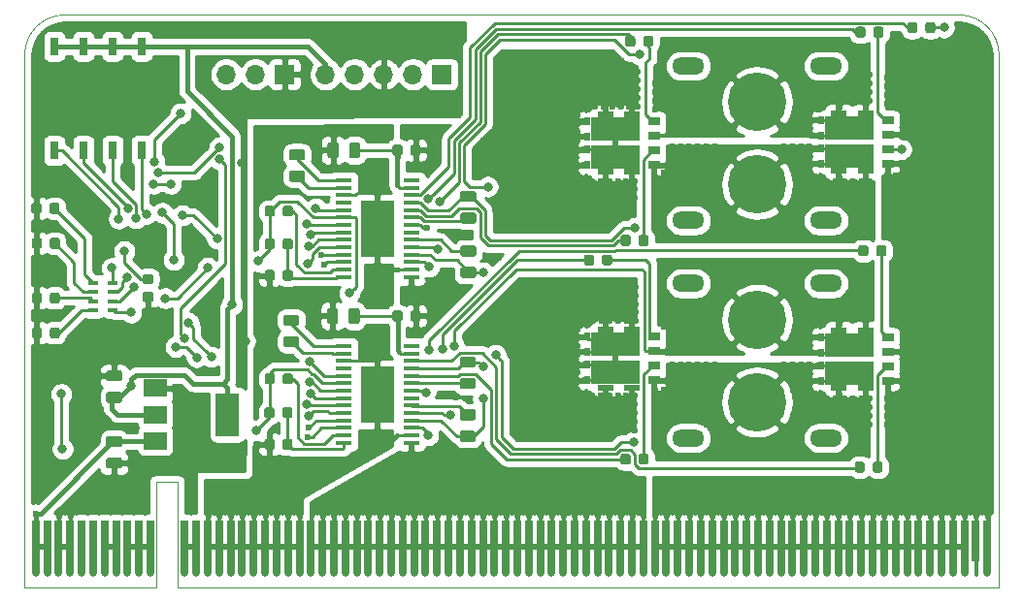
<source format=gtl>
G04 #@! TF.GenerationSoftware,KiCad,Pcbnew,(5.1.5)-3*
G04 #@! TF.CreationDate,2019-12-28T00:48:40+09:00*
G04 #@! TF.ProjectId,H-Bridge-MD,482d4272-6964-4676-952d-4d442e6b6963,rev?*
G04 #@! TF.SameCoordinates,Original*
G04 #@! TF.FileFunction,Copper,L1,Top*
G04 #@! TF.FilePolarity,Positive*
%FSLAX46Y46*%
G04 Gerber Fmt 4.6, Leading zero omitted, Abs format (unit mm)*
G04 Created by KiCad (PCBNEW (5.1.5)-3) date 2019-12-28 00:48:40*
%MOMM*%
%LPD*%
G04 APERTURE LIST*
%ADD10C,0.050000*%
%ADD11R,4.280000X2.080000*%
%ADD12R,1.400000X0.495000*%
%ADD13R,0.560000X0.750000*%
%ADD14R,1.000000X0.750000*%
%ADD15O,1.700000X1.700000*%
%ADD16R,1.700000X1.700000*%
%ADD17R,0.650000X3.600000*%
%ADD18C,0.650000*%
%ADD19R,0.650000X4.600000*%
%ADD20C,5.100000*%
%ADD21O,2.800000X1.500000*%
%ADD22R,0.900000X0.400000*%
%ADD23C,0.100000*%
%ADD24R,2.000000X1.500000*%
%ADD25R,2.000000X3.800000*%
%ADD26R,0.800000X1.600000*%
%ADD27R,1.475000X0.450000*%
%ADD28R,3.000000X5.000000*%
%ADD29C,0.600000*%
%ADD30C,0.800000*%
%ADD31C,0.400000*%
%ADD32C,0.500000*%
%ADD33C,0.250000*%
%ADD34C,0.254000*%
%ADD35C,0.300000*%
%ADD36C,0.350000*%
%ADD37O,2.200000X1.000000*%
G04 APERTURE END LIST*
D10*
X50000000Y-90000000D02*
X61468000Y-90000000D01*
X63373000Y-90000000D02*
X135000000Y-90000000D01*
X63373000Y-80772000D02*
X61468000Y-80772000D01*
X50000000Y-43500000D02*
G75*
G02X53500000Y-40000000I3500000J0D01*
G01*
X131500000Y-40000000D02*
G75*
G02X135000000Y-43500000I0J-3500000D01*
G01*
X63373000Y-80772000D02*
X63373000Y-90000000D01*
X61468000Y-90000000D02*
X61468000Y-80772000D01*
X131500000Y-40000000D02*
X53500000Y-40000000D01*
X50000000Y-43500000D02*
X50000000Y-90000000D01*
X135000000Y-43500000D02*
X135000000Y-90000000D01*
D11*
X101503000Y-52440000D03*
X101503000Y-49960000D03*
D12*
X100643000Y-48673000D03*
X102943000Y-48673000D03*
X102943000Y-53727000D03*
X100643000Y-53727000D03*
D13*
X99083000Y-53105000D03*
X99083000Y-51775000D03*
X99083000Y-50625000D03*
X99083000Y-49295000D03*
D14*
X104892000Y-49295000D03*
X104892000Y-50565000D03*
X104892000Y-51835000D03*
X104892000Y-53105000D03*
D11*
X121900000Y-52340000D03*
X121900000Y-49860000D03*
D12*
X121040000Y-48573000D03*
X123340000Y-48573000D03*
X123340000Y-53627000D03*
X121040000Y-53627000D03*
D13*
X119480000Y-53005000D03*
X119480000Y-51675000D03*
X119480000Y-50525000D03*
X119480000Y-49195000D03*
D14*
X125289000Y-49195000D03*
X125289000Y-50465000D03*
X125289000Y-51735000D03*
X125289000Y-53005000D03*
D11*
X121900000Y-71300000D03*
X121900000Y-68820000D03*
D12*
X121040000Y-67533000D03*
X123340000Y-67533000D03*
X123340000Y-72587000D03*
X121040000Y-72587000D03*
D13*
X119480000Y-71965000D03*
X119480000Y-70635000D03*
X119480000Y-69485000D03*
X119480000Y-68155000D03*
D14*
X125289000Y-68155000D03*
X125289000Y-69425000D03*
X125289000Y-70695000D03*
X125289000Y-71965000D03*
D11*
X101503000Y-71240000D03*
X101503000Y-68760000D03*
D12*
X100643000Y-67473000D03*
X102943000Y-67473000D03*
X102943000Y-72527000D03*
X100643000Y-72527000D03*
D13*
X99083000Y-71905000D03*
X99083000Y-70575000D03*
X99083000Y-69425000D03*
X99083000Y-68095000D03*
D14*
X104892000Y-68095000D03*
X104892000Y-69365000D03*
X104892000Y-70635000D03*
X104892000Y-71905000D03*
D15*
X76250800Y-45200000D03*
X78790800Y-45200000D03*
X81330800Y-45200000D03*
X83870800Y-45200000D03*
D16*
X86410800Y-45200000D03*
D15*
X67589400Y-45200000D03*
X70129400Y-45200000D03*
D16*
X72669400Y-45200000D03*
D17*
X132970000Y-85950000D03*
D18*
X133970000Y-88750000D03*
X129970000Y-88750000D03*
D19*
X128970000Y-86450000D03*
X122970000Y-86450000D03*
D18*
X123970000Y-88750000D03*
D19*
X129970000Y-86450000D03*
X131970000Y-86450000D03*
X123970000Y-86450000D03*
X125970000Y-86450000D03*
D18*
X131970000Y-88750000D03*
X125970000Y-88750000D03*
X127970000Y-88750000D03*
X130970000Y-88750000D03*
D19*
X127970000Y-86450000D03*
D18*
X126970000Y-88750000D03*
D19*
X130970000Y-86450000D03*
D18*
X128970000Y-88750000D03*
D19*
X124970000Y-86450000D03*
X126970000Y-86450000D03*
X133970000Y-86450000D03*
D18*
X124970000Y-88750000D03*
D19*
X50970000Y-86450000D03*
X51970000Y-86450000D03*
X52970000Y-86450000D03*
X53970000Y-86450000D03*
X54970000Y-86450000D03*
X55970000Y-86450000D03*
X56970000Y-86450000D03*
X57970000Y-86450000D03*
X58970000Y-86450000D03*
X59970000Y-86450000D03*
X60970000Y-86450000D03*
X65970000Y-86450000D03*
X66970000Y-86450000D03*
X67970000Y-86450000D03*
X69970000Y-86450000D03*
X63970000Y-86450000D03*
X64970000Y-86450000D03*
D18*
X52970000Y-88750000D03*
X53970000Y-88750000D03*
X54970000Y-88750000D03*
X55970000Y-88750000D03*
X56970000Y-88750000D03*
X57970000Y-88750000D03*
X58970000Y-88750000D03*
X59970000Y-88750000D03*
X60970000Y-88750000D03*
X50970000Y-88750000D03*
X63970000Y-88750000D03*
X64970000Y-88750000D03*
X65970000Y-88750000D03*
X66970000Y-88750000D03*
X67970000Y-88750000D03*
X51970000Y-88750000D03*
D19*
X68970000Y-86450000D03*
D18*
X68970000Y-88750000D03*
D19*
X73970000Y-86450000D03*
X75970000Y-86450000D03*
D18*
X75970000Y-88750000D03*
D19*
X72970000Y-86450000D03*
X70970000Y-86450000D03*
X71970000Y-86450000D03*
D18*
X71970000Y-88750000D03*
X73970000Y-88750000D03*
X70970000Y-88750000D03*
X72970000Y-88750000D03*
X69970000Y-88750000D03*
X74970000Y-88750000D03*
D19*
X74970000Y-86450000D03*
X78970000Y-86450000D03*
X79970000Y-86450000D03*
X77970000Y-86450000D03*
X76970000Y-86450000D03*
D18*
X78970000Y-88750000D03*
X76970000Y-88750000D03*
X77970000Y-88750000D03*
D19*
X81970000Y-86450000D03*
X82970000Y-86450000D03*
X80970000Y-86450000D03*
X83970000Y-86450000D03*
D18*
X79970000Y-88750000D03*
X80970000Y-88750000D03*
X81970000Y-88750000D03*
X82970000Y-88750000D03*
D19*
X85970000Y-86450000D03*
X86970000Y-86450000D03*
X84970000Y-86450000D03*
D18*
X83970000Y-88750000D03*
X87970000Y-88750000D03*
X84970000Y-88750000D03*
X85970000Y-88750000D03*
X86970000Y-88750000D03*
D19*
X89970000Y-86450000D03*
X90970000Y-86450000D03*
X88970000Y-86450000D03*
X87970000Y-86450000D03*
D18*
X91970000Y-88750000D03*
X88970000Y-88750000D03*
X89970000Y-88750000D03*
X90970000Y-88750000D03*
D19*
X92970000Y-86450000D03*
X91970000Y-86450000D03*
D18*
X92970000Y-88750000D03*
D19*
X94970000Y-86450000D03*
X98970000Y-86450000D03*
X95970000Y-86450000D03*
X93970000Y-86450000D03*
X96970000Y-86450000D03*
X100970000Y-86450000D03*
D18*
X103970000Y-88750000D03*
D19*
X103970000Y-86450000D03*
X97970000Y-86450000D03*
X107970000Y-86450000D03*
D18*
X97970000Y-88750000D03*
X96970000Y-88750000D03*
D19*
X104970000Y-86450000D03*
D18*
X104970000Y-88750000D03*
D19*
X99970000Y-86450000D03*
D18*
X100970000Y-88750000D03*
X102970000Y-88750000D03*
D19*
X106970000Y-86450000D03*
D18*
X98970000Y-88750000D03*
X94970000Y-88750000D03*
D19*
X105970000Y-86450000D03*
X102970000Y-86450000D03*
D18*
X95970000Y-88750000D03*
X92970000Y-88750000D03*
X93970000Y-88750000D03*
X99970000Y-88750000D03*
D19*
X108970000Y-86450000D03*
D18*
X108970000Y-88750000D03*
D19*
X101970000Y-86450000D03*
D18*
X101970000Y-88750000D03*
D19*
X115970000Y-86450000D03*
D18*
X115970000Y-88750000D03*
D19*
X116970000Y-86450000D03*
D18*
X111970000Y-88750000D03*
X106970000Y-88750000D03*
D19*
X109970000Y-86450000D03*
X113970000Y-86450000D03*
D18*
X113970000Y-88750000D03*
X118970000Y-88750000D03*
X107970000Y-88750000D03*
X105970000Y-88750000D03*
X108970000Y-88750000D03*
D19*
X117970000Y-86450000D03*
D18*
X117970000Y-88750000D03*
D19*
X111970000Y-86450000D03*
X112970000Y-86450000D03*
X110970000Y-86450000D03*
D18*
X110970000Y-88750000D03*
X114970000Y-88750000D03*
D19*
X118970000Y-86450000D03*
D18*
X109970000Y-88750000D03*
D19*
X119970000Y-86450000D03*
D18*
X120970000Y-88750000D03*
X119970000Y-88750000D03*
X116970000Y-88750000D03*
D19*
X114970000Y-86450000D03*
D18*
X112970000Y-88750000D03*
D19*
X121970000Y-86450000D03*
X120970000Y-86450000D03*
D18*
X121970000Y-88750000D03*
X122970000Y-88750000D03*
D20*
X113900000Y-47600000D03*
X113900000Y-54800000D03*
D21*
X107900000Y-44450000D03*
X107900000Y-57950000D03*
X119900000Y-44450000D03*
X119900000Y-57950000D03*
D20*
X113900000Y-66600000D03*
X113900000Y-73800000D03*
D21*
X107900000Y-63450000D03*
X107900000Y-76950000D03*
X119900000Y-63450000D03*
X119900000Y-76950000D03*
D22*
X57700000Y-65800000D03*
X57700000Y-65000000D03*
X57700000Y-64200000D03*
X57700000Y-63400000D03*
X56000000Y-65800000D03*
X56000000Y-63400000D03*
X56000000Y-65000000D03*
X56000000Y-64200000D03*
G04 #@! TA.AperFunction,SMDPad,CuDef*
D23*
G36*
X52873191Y-67292053D02*
G01*
X52894426Y-67295203D01*
X52915250Y-67300419D01*
X52935462Y-67307651D01*
X52954868Y-67316830D01*
X52973281Y-67327866D01*
X52990524Y-67340654D01*
X53006430Y-67355070D01*
X53020846Y-67370976D01*
X53033634Y-67388219D01*
X53044670Y-67406632D01*
X53053849Y-67426038D01*
X53061081Y-67446250D01*
X53066297Y-67467074D01*
X53069447Y-67488309D01*
X53070500Y-67509750D01*
X53070500Y-68022250D01*
X53069447Y-68043691D01*
X53066297Y-68064926D01*
X53061081Y-68085750D01*
X53053849Y-68105962D01*
X53044670Y-68125368D01*
X53033634Y-68143781D01*
X53020846Y-68161024D01*
X53006430Y-68176930D01*
X52990524Y-68191346D01*
X52973281Y-68204134D01*
X52954868Y-68215170D01*
X52935462Y-68224349D01*
X52915250Y-68231581D01*
X52894426Y-68236797D01*
X52873191Y-68239947D01*
X52851750Y-68241000D01*
X52414250Y-68241000D01*
X52392809Y-68239947D01*
X52371574Y-68236797D01*
X52350750Y-68231581D01*
X52330538Y-68224349D01*
X52311132Y-68215170D01*
X52292719Y-68204134D01*
X52275476Y-68191346D01*
X52259570Y-68176930D01*
X52245154Y-68161024D01*
X52232366Y-68143781D01*
X52221330Y-68125368D01*
X52212151Y-68105962D01*
X52204919Y-68085750D01*
X52199703Y-68064926D01*
X52196553Y-68043691D01*
X52195500Y-68022250D01*
X52195500Y-67509750D01*
X52196553Y-67488309D01*
X52199703Y-67467074D01*
X52204919Y-67446250D01*
X52212151Y-67426038D01*
X52221330Y-67406632D01*
X52232366Y-67388219D01*
X52245154Y-67370976D01*
X52259570Y-67355070D01*
X52275476Y-67340654D01*
X52292719Y-67327866D01*
X52311132Y-67316830D01*
X52330538Y-67307651D01*
X52350750Y-67300419D01*
X52371574Y-67295203D01*
X52392809Y-67292053D01*
X52414250Y-67291000D01*
X52851750Y-67291000D01*
X52873191Y-67292053D01*
G37*
G04 #@! TD.AperFunction*
G04 #@! TA.AperFunction,SMDPad,CuDef*
G36*
X51298191Y-67292053D02*
G01*
X51319426Y-67295203D01*
X51340250Y-67300419D01*
X51360462Y-67307651D01*
X51379868Y-67316830D01*
X51398281Y-67327866D01*
X51415524Y-67340654D01*
X51431430Y-67355070D01*
X51445846Y-67370976D01*
X51458634Y-67388219D01*
X51469670Y-67406632D01*
X51478849Y-67426038D01*
X51486081Y-67446250D01*
X51491297Y-67467074D01*
X51494447Y-67488309D01*
X51495500Y-67509750D01*
X51495500Y-68022250D01*
X51494447Y-68043691D01*
X51491297Y-68064926D01*
X51486081Y-68085750D01*
X51478849Y-68105962D01*
X51469670Y-68125368D01*
X51458634Y-68143781D01*
X51445846Y-68161024D01*
X51431430Y-68176930D01*
X51415524Y-68191346D01*
X51398281Y-68204134D01*
X51379868Y-68215170D01*
X51360462Y-68224349D01*
X51340250Y-68231581D01*
X51319426Y-68236797D01*
X51298191Y-68239947D01*
X51276750Y-68241000D01*
X50839250Y-68241000D01*
X50817809Y-68239947D01*
X50796574Y-68236797D01*
X50775750Y-68231581D01*
X50755538Y-68224349D01*
X50736132Y-68215170D01*
X50717719Y-68204134D01*
X50700476Y-68191346D01*
X50684570Y-68176930D01*
X50670154Y-68161024D01*
X50657366Y-68143781D01*
X50646330Y-68125368D01*
X50637151Y-68105962D01*
X50629919Y-68085750D01*
X50624703Y-68064926D01*
X50621553Y-68043691D01*
X50620500Y-68022250D01*
X50620500Y-67509750D01*
X50621553Y-67488309D01*
X50624703Y-67467074D01*
X50629919Y-67446250D01*
X50637151Y-67426038D01*
X50646330Y-67406632D01*
X50657366Y-67388219D01*
X50670154Y-67370976D01*
X50684570Y-67355070D01*
X50700476Y-67340654D01*
X50717719Y-67327866D01*
X50736132Y-67316830D01*
X50755538Y-67307651D01*
X50775750Y-67300419D01*
X50796574Y-67295203D01*
X50817809Y-67292053D01*
X50839250Y-67291000D01*
X51276750Y-67291000D01*
X51298191Y-67292053D01*
G37*
G04 #@! TD.AperFunction*
G04 #@! TA.AperFunction,SMDPad,CuDef*
G36*
X52873191Y-64244053D02*
G01*
X52894426Y-64247203D01*
X52915250Y-64252419D01*
X52935462Y-64259651D01*
X52954868Y-64268830D01*
X52973281Y-64279866D01*
X52990524Y-64292654D01*
X53006430Y-64307070D01*
X53020846Y-64322976D01*
X53033634Y-64340219D01*
X53044670Y-64358632D01*
X53053849Y-64378038D01*
X53061081Y-64398250D01*
X53066297Y-64419074D01*
X53069447Y-64440309D01*
X53070500Y-64461750D01*
X53070500Y-64974250D01*
X53069447Y-64995691D01*
X53066297Y-65016926D01*
X53061081Y-65037750D01*
X53053849Y-65057962D01*
X53044670Y-65077368D01*
X53033634Y-65095781D01*
X53020846Y-65113024D01*
X53006430Y-65128930D01*
X52990524Y-65143346D01*
X52973281Y-65156134D01*
X52954868Y-65167170D01*
X52935462Y-65176349D01*
X52915250Y-65183581D01*
X52894426Y-65188797D01*
X52873191Y-65191947D01*
X52851750Y-65193000D01*
X52414250Y-65193000D01*
X52392809Y-65191947D01*
X52371574Y-65188797D01*
X52350750Y-65183581D01*
X52330538Y-65176349D01*
X52311132Y-65167170D01*
X52292719Y-65156134D01*
X52275476Y-65143346D01*
X52259570Y-65128930D01*
X52245154Y-65113024D01*
X52232366Y-65095781D01*
X52221330Y-65077368D01*
X52212151Y-65057962D01*
X52204919Y-65037750D01*
X52199703Y-65016926D01*
X52196553Y-64995691D01*
X52195500Y-64974250D01*
X52195500Y-64461750D01*
X52196553Y-64440309D01*
X52199703Y-64419074D01*
X52204919Y-64398250D01*
X52212151Y-64378038D01*
X52221330Y-64358632D01*
X52232366Y-64340219D01*
X52245154Y-64322976D01*
X52259570Y-64307070D01*
X52275476Y-64292654D01*
X52292719Y-64279866D01*
X52311132Y-64268830D01*
X52330538Y-64259651D01*
X52350750Y-64252419D01*
X52371574Y-64247203D01*
X52392809Y-64244053D01*
X52414250Y-64243000D01*
X52851750Y-64243000D01*
X52873191Y-64244053D01*
G37*
G04 #@! TD.AperFunction*
G04 #@! TA.AperFunction,SMDPad,CuDef*
G36*
X51298191Y-64244053D02*
G01*
X51319426Y-64247203D01*
X51340250Y-64252419D01*
X51360462Y-64259651D01*
X51379868Y-64268830D01*
X51398281Y-64279866D01*
X51415524Y-64292654D01*
X51431430Y-64307070D01*
X51445846Y-64322976D01*
X51458634Y-64340219D01*
X51469670Y-64358632D01*
X51478849Y-64378038D01*
X51486081Y-64398250D01*
X51491297Y-64419074D01*
X51494447Y-64440309D01*
X51495500Y-64461750D01*
X51495500Y-64974250D01*
X51494447Y-64995691D01*
X51491297Y-65016926D01*
X51486081Y-65037750D01*
X51478849Y-65057962D01*
X51469670Y-65077368D01*
X51458634Y-65095781D01*
X51445846Y-65113024D01*
X51431430Y-65128930D01*
X51415524Y-65143346D01*
X51398281Y-65156134D01*
X51379868Y-65167170D01*
X51360462Y-65176349D01*
X51340250Y-65183581D01*
X51319426Y-65188797D01*
X51298191Y-65191947D01*
X51276750Y-65193000D01*
X50839250Y-65193000D01*
X50817809Y-65191947D01*
X50796574Y-65188797D01*
X50775750Y-65183581D01*
X50755538Y-65176349D01*
X50736132Y-65167170D01*
X50717719Y-65156134D01*
X50700476Y-65143346D01*
X50684570Y-65128930D01*
X50670154Y-65113024D01*
X50657366Y-65095781D01*
X50646330Y-65077368D01*
X50637151Y-65057962D01*
X50629919Y-65037750D01*
X50624703Y-65016926D01*
X50621553Y-64995691D01*
X50620500Y-64974250D01*
X50620500Y-64461750D01*
X50621553Y-64440309D01*
X50624703Y-64419074D01*
X50629919Y-64398250D01*
X50637151Y-64378038D01*
X50646330Y-64358632D01*
X50657366Y-64340219D01*
X50670154Y-64322976D01*
X50684570Y-64307070D01*
X50700476Y-64292654D01*
X50717719Y-64279866D01*
X50736132Y-64268830D01*
X50755538Y-64259651D01*
X50775750Y-64252419D01*
X50796574Y-64247203D01*
X50817809Y-64244053D01*
X50839250Y-64243000D01*
X51276750Y-64243000D01*
X51298191Y-64244053D01*
G37*
G04 #@! TD.AperFunction*
G04 #@! TA.AperFunction,SMDPad,CuDef*
G36*
X52873191Y-59470053D02*
G01*
X52894426Y-59473203D01*
X52915250Y-59478419D01*
X52935462Y-59485651D01*
X52954868Y-59494830D01*
X52973281Y-59505866D01*
X52990524Y-59518654D01*
X53006430Y-59533070D01*
X53020846Y-59548976D01*
X53033634Y-59566219D01*
X53044670Y-59584632D01*
X53053849Y-59604038D01*
X53061081Y-59624250D01*
X53066297Y-59645074D01*
X53069447Y-59666309D01*
X53070500Y-59687750D01*
X53070500Y-60200250D01*
X53069447Y-60221691D01*
X53066297Y-60242926D01*
X53061081Y-60263750D01*
X53053849Y-60283962D01*
X53044670Y-60303368D01*
X53033634Y-60321781D01*
X53020846Y-60339024D01*
X53006430Y-60354930D01*
X52990524Y-60369346D01*
X52973281Y-60382134D01*
X52954868Y-60393170D01*
X52935462Y-60402349D01*
X52915250Y-60409581D01*
X52894426Y-60414797D01*
X52873191Y-60417947D01*
X52851750Y-60419000D01*
X52414250Y-60419000D01*
X52392809Y-60417947D01*
X52371574Y-60414797D01*
X52350750Y-60409581D01*
X52330538Y-60402349D01*
X52311132Y-60393170D01*
X52292719Y-60382134D01*
X52275476Y-60369346D01*
X52259570Y-60354930D01*
X52245154Y-60339024D01*
X52232366Y-60321781D01*
X52221330Y-60303368D01*
X52212151Y-60283962D01*
X52204919Y-60263750D01*
X52199703Y-60242926D01*
X52196553Y-60221691D01*
X52195500Y-60200250D01*
X52195500Y-59687750D01*
X52196553Y-59666309D01*
X52199703Y-59645074D01*
X52204919Y-59624250D01*
X52212151Y-59604038D01*
X52221330Y-59584632D01*
X52232366Y-59566219D01*
X52245154Y-59548976D01*
X52259570Y-59533070D01*
X52275476Y-59518654D01*
X52292719Y-59505866D01*
X52311132Y-59494830D01*
X52330538Y-59485651D01*
X52350750Y-59478419D01*
X52371574Y-59473203D01*
X52392809Y-59470053D01*
X52414250Y-59469000D01*
X52851750Y-59469000D01*
X52873191Y-59470053D01*
G37*
G04 #@! TD.AperFunction*
G04 #@! TA.AperFunction,SMDPad,CuDef*
G36*
X51298191Y-59470053D02*
G01*
X51319426Y-59473203D01*
X51340250Y-59478419D01*
X51360462Y-59485651D01*
X51379868Y-59494830D01*
X51398281Y-59505866D01*
X51415524Y-59518654D01*
X51431430Y-59533070D01*
X51445846Y-59548976D01*
X51458634Y-59566219D01*
X51469670Y-59584632D01*
X51478849Y-59604038D01*
X51486081Y-59624250D01*
X51491297Y-59645074D01*
X51494447Y-59666309D01*
X51495500Y-59687750D01*
X51495500Y-60200250D01*
X51494447Y-60221691D01*
X51491297Y-60242926D01*
X51486081Y-60263750D01*
X51478849Y-60283962D01*
X51469670Y-60303368D01*
X51458634Y-60321781D01*
X51445846Y-60339024D01*
X51431430Y-60354930D01*
X51415524Y-60369346D01*
X51398281Y-60382134D01*
X51379868Y-60393170D01*
X51360462Y-60402349D01*
X51340250Y-60409581D01*
X51319426Y-60414797D01*
X51298191Y-60417947D01*
X51276750Y-60419000D01*
X50839250Y-60419000D01*
X50817809Y-60417947D01*
X50796574Y-60414797D01*
X50775750Y-60409581D01*
X50755538Y-60402349D01*
X50736132Y-60393170D01*
X50717719Y-60382134D01*
X50700476Y-60369346D01*
X50684570Y-60354930D01*
X50670154Y-60339024D01*
X50657366Y-60321781D01*
X50646330Y-60303368D01*
X50637151Y-60283962D01*
X50629919Y-60263750D01*
X50624703Y-60242926D01*
X50621553Y-60221691D01*
X50620500Y-60200250D01*
X50620500Y-59687750D01*
X50621553Y-59666309D01*
X50624703Y-59645074D01*
X50629919Y-59624250D01*
X50637151Y-59604038D01*
X50646330Y-59584632D01*
X50657366Y-59566219D01*
X50670154Y-59548976D01*
X50684570Y-59533070D01*
X50700476Y-59518654D01*
X50717719Y-59505866D01*
X50736132Y-59494830D01*
X50755538Y-59485651D01*
X50775750Y-59478419D01*
X50796574Y-59473203D01*
X50817809Y-59470053D01*
X50839250Y-59469000D01*
X51276750Y-59469000D01*
X51298191Y-59470053D01*
G37*
G04 #@! TD.AperFunction*
G04 #@! TA.AperFunction,SMDPad,CuDef*
G36*
X52847691Y-56422053D02*
G01*
X52868926Y-56425203D01*
X52889750Y-56430419D01*
X52909962Y-56437651D01*
X52929368Y-56446830D01*
X52947781Y-56457866D01*
X52965024Y-56470654D01*
X52980930Y-56485070D01*
X52995346Y-56500976D01*
X53008134Y-56518219D01*
X53019170Y-56536632D01*
X53028349Y-56556038D01*
X53035581Y-56576250D01*
X53040797Y-56597074D01*
X53043947Y-56618309D01*
X53045000Y-56639750D01*
X53045000Y-57152250D01*
X53043947Y-57173691D01*
X53040797Y-57194926D01*
X53035581Y-57215750D01*
X53028349Y-57235962D01*
X53019170Y-57255368D01*
X53008134Y-57273781D01*
X52995346Y-57291024D01*
X52980930Y-57306930D01*
X52965024Y-57321346D01*
X52947781Y-57334134D01*
X52929368Y-57345170D01*
X52909962Y-57354349D01*
X52889750Y-57361581D01*
X52868926Y-57366797D01*
X52847691Y-57369947D01*
X52826250Y-57371000D01*
X52388750Y-57371000D01*
X52367309Y-57369947D01*
X52346074Y-57366797D01*
X52325250Y-57361581D01*
X52305038Y-57354349D01*
X52285632Y-57345170D01*
X52267219Y-57334134D01*
X52249976Y-57321346D01*
X52234070Y-57306930D01*
X52219654Y-57291024D01*
X52206866Y-57273781D01*
X52195830Y-57255368D01*
X52186651Y-57235962D01*
X52179419Y-57215750D01*
X52174203Y-57194926D01*
X52171053Y-57173691D01*
X52170000Y-57152250D01*
X52170000Y-56639750D01*
X52171053Y-56618309D01*
X52174203Y-56597074D01*
X52179419Y-56576250D01*
X52186651Y-56556038D01*
X52195830Y-56536632D01*
X52206866Y-56518219D01*
X52219654Y-56500976D01*
X52234070Y-56485070D01*
X52249976Y-56470654D01*
X52267219Y-56457866D01*
X52285632Y-56446830D01*
X52305038Y-56437651D01*
X52325250Y-56430419D01*
X52346074Y-56425203D01*
X52367309Y-56422053D01*
X52388750Y-56421000D01*
X52826250Y-56421000D01*
X52847691Y-56422053D01*
G37*
G04 #@! TD.AperFunction*
G04 #@! TA.AperFunction,SMDPad,CuDef*
G36*
X51272691Y-56422053D02*
G01*
X51293926Y-56425203D01*
X51314750Y-56430419D01*
X51334962Y-56437651D01*
X51354368Y-56446830D01*
X51372781Y-56457866D01*
X51390024Y-56470654D01*
X51405930Y-56485070D01*
X51420346Y-56500976D01*
X51433134Y-56518219D01*
X51444170Y-56536632D01*
X51453349Y-56556038D01*
X51460581Y-56576250D01*
X51465797Y-56597074D01*
X51468947Y-56618309D01*
X51470000Y-56639750D01*
X51470000Y-57152250D01*
X51468947Y-57173691D01*
X51465797Y-57194926D01*
X51460581Y-57215750D01*
X51453349Y-57235962D01*
X51444170Y-57255368D01*
X51433134Y-57273781D01*
X51420346Y-57291024D01*
X51405930Y-57306930D01*
X51390024Y-57321346D01*
X51372781Y-57334134D01*
X51354368Y-57345170D01*
X51334962Y-57354349D01*
X51314750Y-57361581D01*
X51293926Y-57366797D01*
X51272691Y-57369947D01*
X51251250Y-57371000D01*
X50813750Y-57371000D01*
X50792309Y-57369947D01*
X50771074Y-57366797D01*
X50750250Y-57361581D01*
X50730038Y-57354349D01*
X50710632Y-57345170D01*
X50692219Y-57334134D01*
X50674976Y-57321346D01*
X50659070Y-57306930D01*
X50644654Y-57291024D01*
X50631866Y-57273781D01*
X50620830Y-57255368D01*
X50611651Y-57235962D01*
X50604419Y-57215750D01*
X50599203Y-57194926D01*
X50596053Y-57173691D01*
X50595000Y-57152250D01*
X50595000Y-56639750D01*
X50596053Y-56618309D01*
X50599203Y-56597074D01*
X50604419Y-56576250D01*
X50611651Y-56556038D01*
X50620830Y-56536632D01*
X50631866Y-56518219D01*
X50644654Y-56500976D01*
X50659070Y-56485070D01*
X50674976Y-56470654D01*
X50692219Y-56457866D01*
X50710632Y-56446830D01*
X50730038Y-56437651D01*
X50750250Y-56430419D01*
X50771074Y-56425203D01*
X50792309Y-56422053D01*
X50813750Y-56421000D01*
X51251250Y-56421000D01*
X51272691Y-56422053D01*
G37*
G04 #@! TD.AperFunction*
G04 #@! TA.AperFunction,SMDPad,CuDef*
G36*
X74230142Y-53601174D02*
G01*
X74253803Y-53604684D01*
X74277007Y-53610496D01*
X74299529Y-53618554D01*
X74321153Y-53628782D01*
X74341670Y-53641079D01*
X74360883Y-53655329D01*
X74378607Y-53671393D01*
X74394671Y-53689117D01*
X74408921Y-53708330D01*
X74421218Y-53728847D01*
X74431446Y-53750471D01*
X74439504Y-53772993D01*
X74445316Y-53796197D01*
X74448826Y-53819858D01*
X74450000Y-53843750D01*
X74450000Y-54331250D01*
X74448826Y-54355142D01*
X74445316Y-54378803D01*
X74439504Y-54402007D01*
X74431446Y-54424529D01*
X74421218Y-54446153D01*
X74408921Y-54466670D01*
X74394671Y-54485883D01*
X74378607Y-54503607D01*
X74360883Y-54519671D01*
X74341670Y-54533921D01*
X74321153Y-54546218D01*
X74299529Y-54556446D01*
X74277007Y-54564504D01*
X74253803Y-54570316D01*
X74230142Y-54573826D01*
X74206250Y-54575000D01*
X73293750Y-54575000D01*
X73269858Y-54573826D01*
X73246197Y-54570316D01*
X73222993Y-54564504D01*
X73200471Y-54556446D01*
X73178847Y-54546218D01*
X73158330Y-54533921D01*
X73139117Y-54519671D01*
X73121393Y-54503607D01*
X73105329Y-54485883D01*
X73091079Y-54466670D01*
X73078782Y-54446153D01*
X73068554Y-54424529D01*
X73060496Y-54402007D01*
X73054684Y-54378803D01*
X73051174Y-54355142D01*
X73050000Y-54331250D01*
X73050000Y-53843750D01*
X73051174Y-53819858D01*
X73054684Y-53796197D01*
X73060496Y-53772993D01*
X73068554Y-53750471D01*
X73078782Y-53728847D01*
X73091079Y-53708330D01*
X73105329Y-53689117D01*
X73121393Y-53671393D01*
X73139117Y-53655329D01*
X73158330Y-53641079D01*
X73178847Y-53628782D01*
X73200471Y-53618554D01*
X73222993Y-53610496D01*
X73246197Y-53604684D01*
X73269858Y-53601174D01*
X73293750Y-53600000D01*
X74206250Y-53600000D01*
X74230142Y-53601174D01*
G37*
G04 #@! TD.AperFunction*
G04 #@! TA.AperFunction,SMDPad,CuDef*
G36*
X74230142Y-51726174D02*
G01*
X74253803Y-51729684D01*
X74277007Y-51735496D01*
X74299529Y-51743554D01*
X74321153Y-51753782D01*
X74341670Y-51766079D01*
X74360883Y-51780329D01*
X74378607Y-51796393D01*
X74394671Y-51814117D01*
X74408921Y-51833330D01*
X74421218Y-51853847D01*
X74431446Y-51875471D01*
X74439504Y-51897993D01*
X74445316Y-51921197D01*
X74448826Y-51944858D01*
X74450000Y-51968750D01*
X74450000Y-52456250D01*
X74448826Y-52480142D01*
X74445316Y-52503803D01*
X74439504Y-52527007D01*
X74431446Y-52549529D01*
X74421218Y-52571153D01*
X74408921Y-52591670D01*
X74394671Y-52610883D01*
X74378607Y-52628607D01*
X74360883Y-52644671D01*
X74341670Y-52658921D01*
X74321153Y-52671218D01*
X74299529Y-52681446D01*
X74277007Y-52689504D01*
X74253803Y-52695316D01*
X74230142Y-52698826D01*
X74206250Y-52700000D01*
X73293750Y-52700000D01*
X73269858Y-52698826D01*
X73246197Y-52695316D01*
X73222993Y-52689504D01*
X73200471Y-52681446D01*
X73178847Y-52671218D01*
X73158330Y-52658921D01*
X73139117Y-52644671D01*
X73121393Y-52628607D01*
X73105329Y-52610883D01*
X73091079Y-52591670D01*
X73078782Y-52571153D01*
X73068554Y-52549529D01*
X73060496Y-52527007D01*
X73054684Y-52503803D01*
X73051174Y-52480142D01*
X73050000Y-52456250D01*
X73050000Y-51968750D01*
X73051174Y-51944858D01*
X73054684Y-51921197D01*
X73060496Y-51897993D01*
X73068554Y-51875471D01*
X73078782Y-51853847D01*
X73091079Y-51833330D01*
X73105329Y-51814117D01*
X73121393Y-51796393D01*
X73139117Y-51780329D01*
X73158330Y-51766079D01*
X73178847Y-51753782D01*
X73200471Y-51743554D01*
X73222993Y-51735496D01*
X73246197Y-51729684D01*
X73269858Y-51726174D01*
X73293750Y-51725000D01*
X74206250Y-51725000D01*
X74230142Y-51726174D01*
G37*
G04 #@! TD.AperFunction*
G04 #@! TA.AperFunction,SMDPad,CuDef*
G36*
X73730142Y-68051174D02*
G01*
X73753803Y-68054684D01*
X73777007Y-68060496D01*
X73799529Y-68068554D01*
X73821153Y-68078782D01*
X73841670Y-68091079D01*
X73860883Y-68105329D01*
X73878607Y-68121393D01*
X73894671Y-68139117D01*
X73908921Y-68158330D01*
X73921218Y-68178847D01*
X73931446Y-68200471D01*
X73939504Y-68222993D01*
X73945316Y-68246197D01*
X73948826Y-68269858D01*
X73950000Y-68293750D01*
X73950000Y-68781250D01*
X73948826Y-68805142D01*
X73945316Y-68828803D01*
X73939504Y-68852007D01*
X73931446Y-68874529D01*
X73921218Y-68896153D01*
X73908921Y-68916670D01*
X73894671Y-68935883D01*
X73878607Y-68953607D01*
X73860883Y-68969671D01*
X73841670Y-68983921D01*
X73821153Y-68996218D01*
X73799529Y-69006446D01*
X73777007Y-69014504D01*
X73753803Y-69020316D01*
X73730142Y-69023826D01*
X73706250Y-69025000D01*
X72793750Y-69025000D01*
X72769858Y-69023826D01*
X72746197Y-69020316D01*
X72722993Y-69014504D01*
X72700471Y-69006446D01*
X72678847Y-68996218D01*
X72658330Y-68983921D01*
X72639117Y-68969671D01*
X72621393Y-68953607D01*
X72605329Y-68935883D01*
X72591079Y-68916670D01*
X72578782Y-68896153D01*
X72568554Y-68874529D01*
X72560496Y-68852007D01*
X72554684Y-68828803D01*
X72551174Y-68805142D01*
X72550000Y-68781250D01*
X72550000Y-68293750D01*
X72551174Y-68269858D01*
X72554684Y-68246197D01*
X72560496Y-68222993D01*
X72568554Y-68200471D01*
X72578782Y-68178847D01*
X72591079Y-68158330D01*
X72605329Y-68139117D01*
X72621393Y-68121393D01*
X72639117Y-68105329D01*
X72658330Y-68091079D01*
X72678847Y-68078782D01*
X72700471Y-68068554D01*
X72722993Y-68060496D01*
X72746197Y-68054684D01*
X72769858Y-68051174D01*
X72793750Y-68050000D01*
X73706250Y-68050000D01*
X73730142Y-68051174D01*
G37*
G04 #@! TD.AperFunction*
G04 #@! TA.AperFunction,SMDPad,CuDef*
G36*
X73730142Y-66176174D02*
G01*
X73753803Y-66179684D01*
X73777007Y-66185496D01*
X73799529Y-66193554D01*
X73821153Y-66203782D01*
X73841670Y-66216079D01*
X73860883Y-66230329D01*
X73878607Y-66246393D01*
X73894671Y-66264117D01*
X73908921Y-66283330D01*
X73921218Y-66303847D01*
X73931446Y-66325471D01*
X73939504Y-66347993D01*
X73945316Y-66371197D01*
X73948826Y-66394858D01*
X73950000Y-66418750D01*
X73950000Y-66906250D01*
X73948826Y-66930142D01*
X73945316Y-66953803D01*
X73939504Y-66977007D01*
X73931446Y-66999529D01*
X73921218Y-67021153D01*
X73908921Y-67041670D01*
X73894671Y-67060883D01*
X73878607Y-67078607D01*
X73860883Y-67094671D01*
X73841670Y-67108921D01*
X73821153Y-67121218D01*
X73799529Y-67131446D01*
X73777007Y-67139504D01*
X73753803Y-67145316D01*
X73730142Y-67148826D01*
X73706250Y-67150000D01*
X72793750Y-67150000D01*
X72769858Y-67148826D01*
X72746197Y-67145316D01*
X72722993Y-67139504D01*
X72700471Y-67131446D01*
X72678847Y-67121218D01*
X72658330Y-67108921D01*
X72639117Y-67094671D01*
X72621393Y-67078607D01*
X72605329Y-67060883D01*
X72591079Y-67041670D01*
X72578782Y-67021153D01*
X72568554Y-66999529D01*
X72560496Y-66977007D01*
X72554684Y-66953803D01*
X72551174Y-66930142D01*
X72550000Y-66906250D01*
X72550000Y-66418750D01*
X72551174Y-66394858D01*
X72554684Y-66371197D01*
X72560496Y-66347993D01*
X72568554Y-66325471D01*
X72578782Y-66303847D01*
X72591079Y-66283330D01*
X72605329Y-66264117D01*
X72621393Y-66246393D01*
X72639117Y-66230329D01*
X72658330Y-66216079D01*
X72678847Y-66203782D01*
X72700471Y-66193554D01*
X72722993Y-66185496D01*
X72746197Y-66179684D01*
X72769858Y-66176174D01*
X72793750Y-66175000D01*
X73706250Y-66175000D01*
X73730142Y-66176174D01*
G37*
G04 #@! TD.AperFunction*
D24*
X61400000Y-72600000D03*
X61400000Y-77200000D03*
X61400000Y-74900000D03*
D25*
X67700000Y-74900000D03*
G04 #@! TA.AperFunction,SMDPad,CuDef*
D23*
G36*
X84339691Y-51342053D02*
G01*
X84360926Y-51345203D01*
X84381750Y-51350419D01*
X84401962Y-51357651D01*
X84421368Y-51366830D01*
X84439781Y-51377866D01*
X84457024Y-51390654D01*
X84472930Y-51405070D01*
X84487346Y-51420976D01*
X84500134Y-51438219D01*
X84511170Y-51456632D01*
X84520349Y-51476038D01*
X84527581Y-51496250D01*
X84532797Y-51517074D01*
X84535947Y-51538309D01*
X84537000Y-51559750D01*
X84537000Y-52072250D01*
X84535947Y-52093691D01*
X84532797Y-52114926D01*
X84527581Y-52135750D01*
X84520349Y-52155962D01*
X84511170Y-52175368D01*
X84500134Y-52193781D01*
X84487346Y-52211024D01*
X84472930Y-52226930D01*
X84457024Y-52241346D01*
X84439781Y-52254134D01*
X84421368Y-52265170D01*
X84401962Y-52274349D01*
X84381750Y-52281581D01*
X84360926Y-52286797D01*
X84339691Y-52289947D01*
X84318250Y-52291000D01*
X83880750Y-52291000D01*
X83859309Y-52289947D01*
X83838074Y-52286797D01*
X83817250Y-52281581D01*
X83797038Y-52274349D01*
X83777632Y-52265170D01*
X83759219Y-52254134D01*
X83741976Y-52241346D01*
X83726070Y-52226930D01*
X83711654Y-52211024D01*
X83698866Y-52193781D01*
X83687830Y-52175368D01*
X83678651Y-52155962D01*
X83671419Y-52135750D01*
X83666203Y-52114926D01*
X83663053Y-52093691D01*
X83662000Y-52072250D01*
X83662000Y-51559750D01*
X83663053Y-51538309D01*
X83666203Y-51517074D01*
X83671419Y-51496250D01*
X83678651Y-51476038D01*
X83687830Y-51456632D01*
X83698866Y-51438219D01*
X83711654Y-51420976D01*
X83726070Y-51405070D01*
X83741976Y-51390654D01*
X83759219Y-51377866D01*
X83777632Y-51366830D01*
X83797038Y-51357651D01*
X83817250Y-51350419D01*
X83838074Y-51345203D01*
X83859309Y-51342053D01*
X83880750Y-51341000D01*
X84318250Y-51341000D01*
X84339691Y-51342053D01*
G37*
G04 #@! TD.AperFunction*
G04 #@! TA.AperFunction,SMDPad,CuDef*
G36*
X82764691Y-51342053D02*
G01*
X82785926Y-51345203D01*
X82806750Y-51350419D01*
X82826962Y-51357651D01*
X82846368Y-51366830D01*
X82864781Y-51377866D01*
X82882024Y-51390654D01*
X82897930Y-51405070D01*
X82912346Y-51420976D01*
X82925134Y-51438219D01*
X82936170Y-51456632D01*
X82945349Y-51476038D01*
X82952581Y-51496250D01*
X82957797Y-51517074D01*
X82960947Y-51538309D01*
X82962000Y-51559750D01*
X82962000Y-52072250D01*
X82960947Y-52093691D01*
X82957797Y-52114926D01*
X82952581Y-52135750D01*
X82945349Y-52155962D01*
X82936170Y-52175368D01*
X82925134Y-52193781D01*
X82912346Y-52211024D01*
X82897930Y-52226930D01*
X82882024Y-52241346D01*
X82864781Y-52254134D01*
X82846368Y-52265170D01*
X82826962Y-52274349D01*
X82806750Y-52281581D01*
X82785926Y-52286797D01*
X82764691Y-52289947D01*
X82743250Y-52291000D01*
X82305750Y-52291000D01*
X82284309Y-52289947D01*
X82263074Y-52286797D01*
X82242250Y-52281581D01*
X82222038Y-52274349D01*
X82202632Y-52265170D01*
X82184219Y-52254134D01*
X82166976Y-52241346D01*
X82151070Y-52226930D01*
X82136654Y-52211024D01*
X82123866Y-52193781D01*
X82112830Y-52175368D01*
X82103651Y-52155962D01*
X82096419Y-52135750D01*
X82091203Y-52114926D01*
X82088053Y-52093691D01*
X82087000Y-52072250D01*
X82087000Y-51559750D01*
X82088053Y-51538309D01*
X82091203Y-51517074D01*
X82096419Y-51496250D01*
X82103651Y-51476038D01*
X82112830Y-51456632D01*
X82123866Y-51438219D01*
X82136654Y-51420976D01*
X82151070Y-51405070D01*
X82166976Y-51390654D01*
X82184219Y-51377866D01*
X82202632Y-51366830D01*
X82222038Y-51357651D01*
X82242250Y-51350419D01*
X82263074Y-51345203D01*
X82284309Y-51342053D01*
X82305750Y-51341000D01*
X82743250Y-51341000D01*
X82764691Y-51342053D01*
G37*
G04 #@! TD.AperFunction*
G04 #@! TA.AperFunction,SMDPad,CuDef*
G36*
X84339691Y-65820053D02*
G01*
X84360926Y-65823203D01*
X84381750Y-65828419D01*
X84401962Y-65835651D01*
X84421368Y-65844830D01*
X84439781Y-65855866D01*
X84457024Y-65868654D01*
X84472930Y-65883070D01*
X84487346Y-65898976D01*
X84500134Y-65916219D01*
X84511170Y-65934632D01*
X84520349Y-65954038D01*
X84527581Y-65974250D01*
X84532797Y-65995074D01*
X84535947Y-66016309D01*
X84537000Y-66037750D01*
X84537000Y-66550250D01*
X84535947Y-66571691D01*
X84532797Y-66592926D01*
X84527581Y-66613750D01*
X84520349Y-66633962D01*
X84511170Y-66653368D01*
X84500134Y-66671781D01*
X84487346Y-66689024D01*
X84472930Y-66704930D01*
X84457024Y-66719346D01*
X84439781Y-66732134D01*
X84421368Y-66743170D01*
X84401962Y-66752349D01*
X84381750Y-66759581D01*
X84360926Y-66764797D01*
X84339691Y-66767947D01*
X84318250Y-66769000D01*
X83880750Y-66769000D01*
X83859309Y-66767947D01*
X83838074Y-66764797D01*
X83817250Y-66759581D01*
X83797038Y-66752349D01*
X83777632Y-66743170D01*
X83759219Y-66732134D01*
X83741976Y-66719346D01*
X83726070Y-66704930D01*
X83711654Y-66689024D01*
X83698866Y-66671781D01*
X83687830Y-66653368D01*
X83678651Y-66633962D01*
X83671419Y-66613750D01*
X83666203Y-66592926D01*
X83663053Y-66571691D01*
X83662000Y-66550250D01*
X83662000Y-66037750D01*
X83663053Y-66016309D01*
X83666203Y-65995074D01*
X83671419Y-65974250D01*
X83678651Y-65954038D01*
X83687830Y-65934632D01*
X83698866Y-65916219D01*
X83711654Y-65898976D01*
X83726070Y-65883070D01*
X83741976Y-65868654D01*
X83759219Y-65855866D01*
X83777632Y-65844830D01*
X83797038Y-65835651D01*
X83817250Y-65828419D01*
X83838074Y-65823203D01*
X83859309Y-65820053D01*
X83880750Y-65819000D01*
X84318250Y-65819000D01*
X84339691Y-65820053D01*
G37*
G04 #@! TD.AperFunction*
G04 #@! TA.AperFunction,SMDPad,CuDef*
G36*
X82764691Y-65820053D02*
G01*
X82785926Y-65823203D01*
X82806750Y-65828419D01*
X82826962Y-65835651D01*
X82846368Y-65844830D01*
X82864781Y-65855866D01*
X82882024Y-65868654D01*
X82897930Y-65883070D01*
X82912346Y-65898976D01*
X82925134Y-65916219D01*
X82936170Y-65934632D01*
X82945349Y-65954038D01*
X82952581Y-65974250D01*
X82957797Y-65995074D01*
X82960947Y-66016309D01*
X82962000Y-66037750D01*
X82962000Y-66550250D01*
X82960947Y-66571691D01*
X82957797Y-66592926D01*
X82952581Y-66613750D01*
X82945349Y-66633962D01*
X82936170Y-66653368D01*
X82925134Y-66671781D01*
X82912346Y-66689024D01*
X82897930Y-66704930D01*
X82882024Y-66719346D01*
X82864781Y-66732134D01*
X82846368Y-66743170D01*
X82826962Y-66752349D01*
X82806750Y-66759581D01*
X82785926Y-66764797D01*
X82764691Y-66767947D01*
X82743250Y-66769000D01*
X82305750Y-66769000D01*
X82284309Y-66767947D01*
X82263074Y-66764797D01*
X82242250Y-66759581D01*
X82222038Y-66752349D01*
X82202632Y-66743170D01*
X82184219Y-66732134D01*
X82166976Y-66719346D01*
X82151070Y-66704930D01*
X82136654Y-66689024D01*
X82123866Y-66671781D01*
X82112830Y-66653368D01*
X82103651Y-66633962D01*
X82096419Y-66613750D01*
X82091203Y-66592926D01*
X82088053Y-66571691D01*
X82087000Y-66550250D01*
X82087000Y-66037750D01*
X82088053Y-66016309D01*
X82091203Y-65995074D01*
X82096419Y-65974250D01*
X82103651Y-65954038D01*
X82112830Y-65934632D01*
X82123866Y-65916219D01*
X82136654Y-65898976D01*
X82151070Y-65883070D01*
X82166976Y-65868654D01*
X82184219Y-65855866D01*
X82202632Y-65844830D01*
X82222038Y-65835651D01*
X82242250Y-65828419D01*
X82263074Y-65823203D01*
X82284309Y-65820053D01*
X82305750Y-65819000D01*
X82743250Y-65819000D01*
X82764691Y-65820053D01*
G37*
G04 #@! TD.AperFunction*
D26*
X52578000Y-42744000D03*
X55118000Y-42744000D03*
X57658000Y-42744000D03*
X60198000Y-42744000D03*
X60198000Y-51844000D03*
X57658000Y-51844000D03*
X55118000Y-51844000D03*
X52578000Y-51844000D03*
G04 #@! TA.AperFunction,SMDPad,CuDef*
D23*
G36*
X73189191Y-62276053D02*
G01*
X73210426Y-62279203D01*
X73231250Y-62284419D01*
X73251462Y-62291651D01*
X73270868Y-62300830D01*
X73289281Y-62311866D01*
X73306524Y-62324654D01*
X73322430Y-62339070D01*
X73336846Y-62354976D01*
X73349634Y-62372219D01*
X73360670Y-62390632D01*
X73369849Y-62410038D01*
X73377081Y-62430250D01*
X73382297Y-62451074D01*
X73385447Y-62472309D01*
X73386500Y-62493750D01*
X73386500Y-63006250D01*
X73385447Y-63027691D01*
X73382297Y-63048926D01*
X73377081Y-63069750D01*
X73369849Y-63089962D01*
X73360670Y-63109368D01*
X73349634Y-63127781D01*
X73336846Y-63145024D01*
X73322430Y-63160930D01*
X73306524Y-63175346D01*
X73289281Y-63188134D01*
X73270868Y-63199170D01*
X73251462Y-63208349D01*
X73231250Y-63215581D01*
X73210426Y-63220797D01*
X73189191Y-63223947D01*
X73167750Y-63225000D01*
X72730250Y-63225000D01*
X72708809Y-63223947D01*
X72687574Y-63220797D01*
X72666750Y-63215581D01*
X72646538Y-63208349D01*
X72627132Y-63199170D01*
X72608719Y-63188134D01*
X72591476Y-63175346D01*
X72575570Y-63160930D01*
X72561154Y-63145024D01*
X72548366Y-63127781D01*
X72537330Y-63109368D01*
X72528151Y-63089962D01*
X72520919Y-63069750D01*
X72515703Y-63048926D01*
X72512553Y-63027691D01*
X72511500Y-63006250D01*
X72511500Y-62493750D01*
X72512553Y-62472309D01*
X72515703Y-62451074D01*
X72520919Y-62430250D01*
X72528151Y-62410038D01*
X72537330Y-62390632D01*
X72548366Y-62372219D01*
X72561154Y-62354976D01*
X72575570Y-62339070D01*
X72591476Y-62324654D01*
X72608719Y-62311866D01*
X72627132Y-62300830D01*
X72646538Y-62291651D01*
X72666750Y-62284419D01*
X72687574Y-62279203D01*
X72708809Y-62276053D01*
X72730250Y-62275000D01*
X73167750Y-62275000D01*
X73189191Y-62276053D01*
G37*
G04 #@! TD.AperFunction*
G04 #@! TA.AperFunction,SMDPad,CuDef*
G36*
X71614191Y-62276053D02*
G01*
X71635426Y-62279203D01*
X71656250Y-62284419D01*
X71676462Y-62291651D01*
X71695868Y-62300830D01*
X71714281Y-62311866D01*
X71731524Y-62324654D01*
X71747430Y-62339070D01*
X71761846Y-62354976D01*
X71774634Y-62372219D01*
X71785670Y-62390632D01*
X71794849Y-62410038D01*
X71802081Y-62430250D01*
X71807297Y-62451074D01*
X71810447Y-62472309D01*
X71811500Y-62493750D01*
X71811500Y-63006250D01*
X71810447Y-63027691D01*
X71807297Y-63048926D01*
X71802081Y-63069750D01*
X71794849Y-63089962D01*
X71785670Y-63109368D01*
X71774634Y-63127781D01*
X71761846Y-63145024D01*
X71747430Y-63160930D01*
X71731524Y-63175346D01*
X71714281Y-63188134D01*
X71695868Y-63199170D01*
X71676462Y-63208349D01*
X71656250Y-63215581D01*
X71635426Y-63220797D01*
X71614191Y-63223947D01*
X71592750Y-63225000D01*
X71155250Y-63225000D01*
X71133809Y-63223947D01*
X71112574Y-63220797D01*
X71091750Y-63215581D01*
X71071538Y-63208349D01*
X71052132Y-63199170D01*
X71033719Y-63188134D01*
X71016476Y-63175346D01*
X71000570Y-63160930D01*
X70986154Y-63145024D01*
X70973366Y-63127781D01*
X70962330Y-63109368D01*
X70953151Y-63089962D01*
X70945919Y-63069750D01*
X70940703Y-63048926D01*
X70937553Y-63027691D01*
X70936500Y-63006250D01*
X70936500Y-62493750D01*
X70937553Y-62472309D01*
X70940703Y-62451074D01*
X70945919Y-62430250D01*
X70953151Y-62410038D01*
X70962330Y-62390632D01*
X70973366Y-62372219D01*
X70986154Y-62354976D01*
X71000570Y-62339070D01*
X71016476Y-62324654D01*
X71033719Y-62311866D01*
X71052132Y-62300830D01*
X71071538Y-62291651D01*
X71091750Y-62284419D01*
X71112574Y-62279203D01*
X71133809Y-62276053D01*
X71155250Y-62275000D01*
X71592750Y-62275000D01*
X71614191Y-62276053D01*
G37*
G04 #@! TD.AperFunction*
G04 #@! TA.AperFunction,SMDPad,CuDef*
G36*
X73189191Y-59526053D02*
G01*
X73210426Y-59529203D01*
X73231250Y-59534419D01*
X73251462Y-59541651D01*
X73270868Y-59550830D01*
X73289281Y-59561866D01*
X73306524Y-59574654D01*
X73322430Y-59589070D01*
X73336846Y-59604976D01*
X73349634Y-59622219D01*
X73360670Y-59640632D01*
X73369849Y-59660038D01*
X73377081Y-59680250D01*
X73382297Y-59701074D01*
X73385447Y-59722309D01*
X73386500Y-59743750D01*
X73386500Y-60256250D01*
X73385447Y-60277691D01*
X73382297Y-60298926D01*
X73377081Y-60319750D01*
X73369849Y-60339962D01*
X73360670Y-60359368D01*
X73349634Y-60377781D01*
X73336846Y-60395024D01*
X73322430Y-60410930D01*
X73306524Y-60425346D01*
X73289281Y-60438134D01*
X73270868Y-60449170D01*
X73251462Y-60458349D01*
X73231250Y-60465581D01*
X73210426Y-60470797D01*
X73189191Y-60473947D01*
X73167750Y-60475000D01*
X72730250Y-60475000D01*
X72708809Y-60473947D01*
X72687574Y-60470797D01*
X72666750Y-60465581D01*
X72646538Y-60458349D01*
X72627132Y-60449170D01*
X72608719Y-60438134D01*
X72591476Y-60425346D01*
X72575570Y-60410930D01*
X72561154Y-60395024D01*
X72548366Y-60377781D01*
X72537330Y-60359368D01*
X72528151Y-60339962D01*
X72520919Y-60319750D01*
X72515703Y-60298926D01*
X72512553Y-60277691D01*
X72511500Y-60256250D01*
X72511500Y-59743750D01*
X72512553Y-59722309D01*
X72515703Y-59701074D01*
X72520919Y-59680250D01*
X72528151Y-59660038D01*
X72537330Y-59640632D01*
X72548366Y-59622219D01*
X72561154Y-59604976D01*
X72575570Y-59589070D01*
X72591476Y-59574654D01*
X72608719Y-59561866D01*
X72627132Y-59550830D01*
X72646538Y-59541651D01*
X72666750Y-59534419D01*
X72687574Y-59529203D01*
X72708809Y-59526053D01*
X72730250Y-59525000D01*
X73167750Y-59525000D01*
X73189191Y-59526053D01*
G37*
G04 #@! TD.AperFunction*
G04 #@! TA.AperFunction,SMDPad,CuDef*
G36*
X71614191Y-59526053D02*
G01*
X71635426Y-59529203D01*
X71656250Y-59534419D01*
X71676462Y-59541651D01*
X71695868Y-59550830D01*
X71714281Y-59561866D01*
X71731524Y-59574654D01*
X71747430Y-59589070D01*
X71761846Y-59604976D01*
X71774634Y-59622219D01*
X71785670Y-59640632D01*
X71794849Y-59660038D01*
X71802081Y-59680250D01*
X71807297Y-59701074D01*
X71810447Y-59722309D01*
X71811500Y-59743750D01*
X71811500Y-60256250D01*
X71810447Y-60277691D01*
X71807297Y-60298926D01*
X71802081Y-60319750D01*
X71794849Y-60339962D01*
X71785670Y-60359368D01*
X71774634Y-60377781D01*
X71761846Y-60395024D01*
X71747430Y-60410930D01*
X71731524Y-60425346D01*
X71714281Y-60438134D01*
X71695868Y-60449170D01*
X71676462Y-60458349D01*
X71656250Y-60465581D01*
X71635426Y-60470797D01*
X71614191Y-60473947D01*
X71592750Y-60475000D01*
X71155250Y-60475000D01*
X71133809Y-60473947D01*
X71112574Y-60470797D01*
X71091750Y-60465581D01*
X71071538Y-60458349D01*
X71052132Y-60449170D01*
X71033719Y-60438134D01*
X71016476Y-60425346D01*
X71000570Y-60410930D01*
X70986154Y-60395024D01*
X70973366Y-60377781D01*
X70962330Y-60359368D01*
X70953151Y-60339962D01*
X70945919Y-60319750D01*
X70940703Y-60298926D01*
X70937553Y-60277691D01*
X70936500Y-60256250D01*
X70936500Y-59743750D01*
X70937553Y-59722309D01*
X70940703Y-59701074D01*
X70945919Y-59680250D01*
X70953151Y-59660038D01*
X70962330Y-59640632D01*
X70973366Y-59622219D01*
X70986154Y-59604976D01*
X71000570Y-59589070D01*
X71016476Y-59574654D01*
X71033719Y-59561866D01*
X71052132Y-59550830D01*
X71071538Y-59541651D01*
X71091750Y-59534419D01*
X71112574Y-59529203D01*
X71133809Y-59526053D01*
X71155250Y-59525000D01*
X71592750Y-59525000D01*
X71614191Y-59526053D01*
G37*
G04 #@! TD.AperFunction*
G04 #@! TA.AperFunction,SMDPad,CuDef*
G36*
X73189191Y-56672053D02*
G01*
X73210426Y-56675203D01*
X73231250Y-56680419D01*
X73251462Y-56687651D01*
X73270868Y-56696830D01*
X73289281Y-56707866D01*
X73306524Y-56720654D01*
X73322430Y-56735070D01*
X73336846Y-56750976D01*
X73349634Y-56768219D01*
X73360670Y-56786632D01*
X73369849Y-56806038D01*
X73377081Y-56826250D01*
X73382297Y-56847074D01*
X73385447Y-56868309D01*
X73386500Y-56889750D01*
X73386500Y-57402250D01*
X73385447Y-57423691D01*
X73382297Y-57444926D01*
X73377081Y-57465750D01*
X73369849Y-57485962D01*
X73360670Y-57505368D01*
X73349634Y-57523781D01*
X73336846Y-57541024D01*
X73322430Y-57556930D01*
X73306524Y-57571346D01*
X73289281Y-57584134D01*
X73270868Y-57595170D01*
X73251462Y-57604349D01*
X73231250Y-57611581D01*
X73210426Y-57616797D01*
X73189191Y-57619947D01*
X73167750Y-57621000D01*
X72730250Y-57621000D01*
X72708809Y-57619947D01*
X72687574Y-57616797D01*
X72666750Y-57611581D01*
X72646538Y-57604349D01*
X72627132Y-57595170D01*
X72608719Y-57584134D01*
X72591476Y-57571346D01*
X72575570Y-57556930D01*
X72561154Y-57541024D01*
X72548366Y-57523781D01*
X72537330Y-57505368D01*
X72528151Y-57485962D01*
X72520919Y-57465750D01*
X72515703Y-57444926D01*
X72512553Y-57423691D01*
X72511500Y-57402250D01*
X72511500Y-56889750D01*
X72512553Y-56868309D01*
X72515703Y-56847074D01*
X72520919Y-56826250D01*
X72528151Y-56806038D01*
X72537330Y-56786632D01*
X72548366Y-56768219D01*
X72561154Y-56750976D01*
X72575570Y-56735070D01*
X72591476Y-56720654D01*
X72608719Y-56707866D01*
X72627132Y-56696830D01*
X72646538Y-56687651D01*
X72666750Y-56680419D01*
X72687574Y-56675203D01*
X72708809Y-56672053D01*
X72730250Y-56671000D01*
X73167750Y-56671000D01*
X73189191Y-56672053D01*
G37*
G04 #@! TD.AperFunction*
G04 #@! TA.AperFunction,SMDPad,CuDef*
G36*
X71614191Y-56672053D02*
G01*
X71635426Y-56675203D01*
X71656250Y-56680419D01*
X71676462Y-56687651D01*
X71695868Y-56696830D01*
X71714281Y-56707866D01*
X71731524Y-56720654D01*
X71747430Y-56735070D01*
X71761846Y-56750976D01*
X71774634Y-56768219D01*
X71785670Y-56786632D01*
X71794849Y-56806038D01*
X71802081Y-56826250D01*
X71807297Y-56847074D01*
X71810447Y-56868309D01*
X71811500Y-56889750D01*
X71811500Y-57402250D01*
X71810447Y-57423691D01*
X71807297Y-57444926D01*
X71802081Y-57465750D01*
X71794849Y-57485962D01*
X71785670Y-57505368D01*
X71774634Y-57523781D01*
X71761846Y-57541024D01*
X71747430Y-57556930D01*
X71731524Y-57571346D01*
X71714281Y-57584134D01*
X71695868Y-57595170D01*
X71676462Y-57604349D01*
X71656250Y-57611581D01*
X71635426Y-57616797D01*
X71614191Y-57619947D01*
X71592750Y-57621000D01*
X71155250Y-57621000D01*
X71133809Y-57619947D01*
X71112574Y-57616797D01*
X71091750Y-57611581D01*
X71071538Y-57604349D01*
X71052132Y-57595170D01*
X71033719Y-57584134D01*
X71016476Y-57571346D01*
X71000570Y-57556930D01*
X70986154Y-57541024D01*
X70973366Y-57523781D01*
X70962330Y-57505368D01*
X70953151Y-57485962D01*
X70945919Y-57465750D01*
X70940703Y-57444926D01*
X70937553Y-57423691D01*
X70936500Y-57402250D01*
X70936500Y-56889750D01*
X70937553Y-56868309D01*
X70940703Y-56847074D01*
X70945919Y-56826250D01*
X70953151Y-56806038D01*
X70962330Y-56786632D01*
X70973366Y-56768219D01*
X70986154Y-56750976D01*
X71000570Y-56735070D01*
X71016476Y-56720654D01*
X71033719Y-56707866D01*
X71052132Y-56696830D01*
X71071538Y-56687651D01*
X71091750Y-56680419D01*
X71112574Y-56675203D01*
X71133809Y-56672053D01*
X71155250Y-56671000D01*
X71592750Y-56671000D01*
X71614191Y-56672053D01*
G37*
G04 #@! TD.AperFunction*
G04 #@! TA.AperFunction,SMDPad,CuDef*
G36*
X124715191Y-41026053D02*
G01*
X124736426Y-41029203D01*
X124757250Y-41034419D01*
X124777462Y-41041651D01*
X124796868Y-41050830D01*
X124815281Y-41061866D01*
X124832524Y-41074654D01*
X124848430Y-41089070D01*
X124862846Y-41104976D01*
X124875634Y-41122219D01*
X124886670Y-41140632D01*
X124895849Y-41160038D01*
X124903081Y-41180250D01*
X124908297Y-41201074D01*
X124911447Y-41222309D01*
X124912500Y-41243750D01*
X124912500Y-41756250D01*
X124911447Y-41777691D01*
X124908297Y-41798926D01*
X124903081Y-41819750D01*
X124895849Y-41839962D01*
X124886670Y-41859368D01*
X124875634Y-41877781D01*
X124862846Y-41895024D01*
X124848430Y-41910930D01*
X124832524Y-41925346D01*
X124815281Y-41938134D01*
X124796868Y-41949170D01*
X124777462Y-41958349D01*
X124757250Y-41965581D01*
X124736426Y-41970797D01*
X124715191Y-41973947D01*
X124693750Y-41975000D01*
X124256250Y-41975000D01*
X124234809Y-41973947D01*
X124213574Y-41970797D01*
X124192750Y-41965581D01*
X124172538Y-41958349D01*
X124153132Y-41949170D01*
X124134719Y-41938134D01*
X124117476Y-41925346D01*
X124101570Y-41910930D01*
X124087154Y-41895024D01*
X124074366Y-41877781D01*
X124063330Y-41859368D01*
X124054151Y-41839962D01*
X124046919Y-41819750D01*
X124041703Y-41798926D01*
X124038553Y-41777691D01*
X124037500Y-41756250D01*
X124037500Y-41243750D01*
X124038553Y-41222309D01*
X124041703Y-41201074D01*
X124046919Y-41180250D01*
X124054151Y-41160038D01*
X124063330Y-41140632D01*
X124074366Y-41122219D01*
X124087154Y-41104976D01*
X124101570Y-41089070D01*
X124117476Y-41074654D01*
X124134719Y-41061866D01*
X124153132Y-41050830D01*
X124172538Y-41041651D01*
X124192750Y-41034419D01*
X124213574Y-41029203D01*
X124234809Y-41026053D01*
X124256250Y-41025000D01*
X124693750Y-41025000D01*
X124715191Y-41026053D01*
G37*
G04 #@! TD.AperFunction*
G04 #@! TA.AperFunction,SMDPad,CuDef*
G36*
X123140191Y-41026053D02*
G01*
X123161426Y-41029203D01*
X123182250Y-41034419D01*
X123202462Y-41041651D01*
X123221868Y-41050830D01*
X123240281Y-41061866D01*
X123257524Y-41074654D01*
X123273430Y-41089070D01*
X123287846Y-41104976D01*
X123300634Y-41122219D01*
X123311670Y-41140632D01*
X123320849Y-41160038D01*
X123328081Y-41180250D01*
X123333297Y-41201074D01*
X123336447Y-41222309D01*
X123337500Y-41243750D01*
X123337500Y-41756250D01*
X123336447Y-41777691D01*
X123333297Y-41798926D01*
X123328081Y-41819750D01*
X123320849Y-41839962D01*
X123311670Y-41859368D01*
X123300634Y-41877781D01*
X123287846Y-41895024D01*
X123273430Y-41910930D01*
X123257524Y-41925346D01*
X123240281Y-41938134D01*
X123221868Y-41949170D01*
X123202462Y-41958349D01*
X123182250Y-41965581D01*
X123161426Y-41970797D01*
X123140191Y-41973947D01*
X123118750Y-41975000D01*
X122681250Y-41975000D01*
X122659809Y-41973947D01*
X122638574Y-41970797D01*
X122617750Y-41965581D01*
X122597538Y-41958349D01*
X122578132Y-41949170D01*
X122559719Y-41938134D01*
X122542476Y-41925346D01*
X122526570Y-41910930D01*
X122512154Y-41895024D01*
X122499366Y-41877781D01*
X122488330Y-41859368D01*
X122479151Y-41839962D01*
X122471919Y-41819750D01*
X122466703Y-41798926D01*
X122463553Y-41777691D01*
X122462500Y-41756250D01*
X122462500Y-41243750D01*
X122463553Y-41222309D01*
X122466703Y-41201074D01*
X122471919Y-41180250D01*
X122479151Y-41160038D01*
X122488330Y-41140632D01*
X122499366Y-41122219D01*
X122512154Y-41104976D01*
X122526570Y-41089070D01*
X122542476Y-41074654D01*
X122559719Y-41061866D01*
X122578132Y-41050830D01*
X122597538Y-41041651D01*
X122617750Y-41034419D01*
X122638574Y-41029203D01*
X122659809Y-41026053D01*
X122681250Y-41025000D01*
X123118750Y-41025000D01*
X123140191Y-41026053D01*
G37*
G04 #@! TD.AperFunction*
G04 #@! TA.AperFunction,SMDPad,CuDef*
G36*
X127665191Y-40626053D02*
G01*
X127686426Y-40629203D01*
X127707250Y-40634419D01*
X127727462Y-40641651D01*
X127746868Y-40650830D01*
X127765281Y-40661866D01*
X127782524Y-40674654D01*
X127798430Y-40689070D01*
X127812846Y-40704976D01*
X127825634Y-40722219D01*
X127836670Y-40740632D01*
X127845849Y-40760038D01*
X127853081Y-40780250D01*
X127858297Y-40801074D01*
X127861447Y-40822309D01*
X127862500Y-40843750D01*
X127862500Y-41356250D01*
X127861447Y-41377691D01*
X127858297Y-41398926D01*
X127853081Y-41419750D01*
X127845849Y-41439962D01*
X127836670Y-41459368D01*
X127825634Y-41477781D01*
X127812846Y-41495024D01*
X127798430Y-41510930D01*
X127782524Y-41525346D01*
X127765281Y-41538134D01*
X127746868Y-41549170D01*
X127727462Y-41558349D01*
X127707250Y-41565581D01*
X127686426Y-41570797D01*
X127665191Y-41573947D01*
X127643750Y-41575000D01*
X127206250Y-41575000D01*
X127184809Y-41573947D01*
X127163574Y-41570797D01*
X127142750Y-41565581D01*
X127122538Y-41558349D01*
X127103132Y-41549170D01*
X127084719Y-41538134D01*
X127067476Y-41525346D01*
X127051570Y-41510930D01*
X127037154Y-41495024D01*
X127024366Y-41477781D01*
X127013330Y-41459368D01*
X127004151Y-41439962D01*
X126996919Y-41419750D01*
X126991703Y-41398926D01*
X126988553Y-41377691D01*
X126987500Y-41356250D01*
X126987500Y-40843750D01*
X126988553Y-40822309D01*
X126991703Y-40801074D01*
X126996919Y-40780250D01*
X127004151Y-40760038D01*
X127013330Y-40740632D01*
X127024366Y-40722219D01*
X127037154Y-40704976D01*
X127051570Y-40689070D01*
X127067476Y-40674654D01*
X127084719Y-40661866D01*
X127103132Y-40650830D01*
X127122538Y-40641651D01*
X127142750Y-40634419D01*
X127163574Y-40629203D01*
X127184809Y-40626053D01*
X127206250Y-40625000D01*
X127643750Y-40625000D01*
X127665191Y-40626053D01*
G37*
G04 #@! TD.AperFunction*
G04 #@! TA.AperFunction,SMDPad,CuDef*
G36*
X129240191Y-40626053D02*
G01*
X129261426Y-40629203D01*
X129282250Y-40634419D01*
X129302462Y-40641651D01*
X129321868Y-40650830D01*
X129340281Y-40661866D01*
X129357524Y-40674654D01*
X129373430Y-40689070D01*
X129387846Y-40704976D01*
X129400634Y-40722219D01*
X129411670Y-40740632D01*
X129420849Y-40760038D01*
X129428081Y-40780250D01*
X129433297Y-40801074D01*
X129436447Y-40822309D01*
X129437500Y-40843750D01*
X129437500Y-41356250D01*
X129436447Y-41377691D01*
X129433297Y-41398926D01*
X129428081Y-41419750D01*
X129420849Y-41439962D01*
X129411670Y-41459368D01*
X129400634Y-41477781D01*
X129387846Y-41495024D01*
X129373430Y-41510930D01*
X129357524Y-41525346D01*
X129340281Y-41538134D01*
X129321868Y-41549170D01*
X129302462Y-41558349D01*
X129282250Y-41565581D01*
X129261426Y-41570797D01*
X129240191Y-41573947D01*
X129218750Y-41575000D01*
X128781250Y-41575000D01*
X128759809Y-41573947D01*
X128738574Y-41570797D01*
X128717750Y-41565581D01*
X128697538Y-41558349D01*
X128678132Y-41549170D01*
X128659719Y-41538134D01*
X128642476Y-41525346D01*
X128626570Y-41510930D01*
X128612154Y-41495024D01*
X128599366Y-41477781D01*
X128588330Y-41459368D01*
X128579151Y-41439962D01*
X128571919Y-41419750D01*
X128566703Y-41398926D01*
X128563553Y-41377691D01*
X128562500Y-41356250D01*
X128562500Y-40843750D01*
X128563553Y-40822309D01*
X128566703Y-40801074D01*
X128571919Y-40780250D01*
X128579151Y-40760038D01*
X128588330Y-40740632D01*
X128599366Y-40722219D01*
X128612154Y-40704976D01*
X128626570Y-40689070D01*
X128642476Y-40674654D01*
X128659719Y-40661866D01*
X128678132Y-40650830D01*
X128697538Y-40641651D01*
X128717750Y-40634419D01*
X128738574Y-40629203D01*
X128759809Y-40626053D01*
X128781250Y-40625000D01*
X129218750Y-40625000D01*
X129240191Y-40626053D01*
G37*
G04 #@! TD.AperFunction*
G04 #@! TA.AperFunction,SMDPad,CuDef*
G36*
X73163691Y-77026053D02*
G01*
X73184926Y-77029203D01*
X73205750Y-77034419D01*
X73225962Y-77041651D01*
X73245368Y-77050830D01*
X73263781Y-77061866D01*
X73281024Y-77074654D01*
X73296930Y-77089070D01*
X73311346Y-77104976D01*
X73324134Y-77122219D01*
X73335170Y-77140632D01*
X73344349Y-77160038D01*
X73351581Y-77180250D01*
X73356797Y-77201074D01*
X73359947Y-77222309D01*
X73361000Y-77243750D01*
X73361000Y-77756250D01*
X73359947Y-77777691D01*
X73356797Y-77798926D01*
X73351581Y-77819750D01*
X73344349Y-77839962D01*
X73335170Y-77859368D01*
X73324134Y-77877781D01*
X73311346Y-77895024D01*
X73296930Y-77910930D01*
X73281024Y-77925346D01*
X73263781Y-77938134D01*
X73245368Y-77949170D01*
X73225962Y-77958349D01*
X73205750Y-77965581D01*
X73184926Y-77970797D01*
X73163691Y-77973947D01*
X73142250Y-77975000D01*
X72704750Y-77975000D01*
X72683309Y-77973947D01*
X72662074Y-77970797D01*
X72641250Y-77965581D01*
X72621038Y-77958349D01*
X72601632Y-77949170D01*
X72583219Y-77938134D01*
X72565976Y-77925346D01*
X72550070Y-77910930D01*
X72535654Y-77895024D01*
X72522866Y-77877781D01*
X72511830Y-77859368D01*
X72502651Y-77839962D01*
X72495419Y-77819750D01*
X72490203Y-77798926D01*
X72487053Y-77777691D01*
X72486000Y-77756250D01*
X72486000Y-77243750D01*
X72487053Y-77222309D01*
X72490203Y-77201074D01*
X72495419Y-77180250D01*
X72502651Y-77160038D01*
X72511830Y-77140632D01*
X72522866Y-77122219D01*
X72535654Y-77104976D01*
X72550070Y-77089070D01*
X72565976Y-77074654D01*
X72583219Y-77061866D01*
X72601632Y-77050830D01*
X72621038Y-77041651D01*
X72641250Y-77034419D01*
X72662074Y-77029203D01*
X72683309Y-77026053D01*
X72704750Y-77025000D01*
X73142250Y-77025000D01*
X73163691Y-77026053D01*
G37*
G04 #@! TD.AperFunction*
G04 #@! TA.AperFunction,SMDPad,CuDef*
G36*
X71588691Y-77026053D02*
G01*
X71609926Y-77029203D01*
X71630750Y-77034419D01*
X71650962Y-77041651D01*
X71670368Y-77050830D01*
X71688781Y-77061866D01*
X71706024Y-77074654D01*
X71721930Y-77089070D01*
X71736346Y-77104976D01*
X71749134Y-77122219D01*
X71760170Y-77140632D01*
X71769349Y-77160038D01*
X71776581Y-77180250D01*
X71781797Y-77201074D01*
X71784947Y-77222309D01*
X71786000Y-77243750D01*
X71786000Y-77756250D01*
X71784947Y-77777691D01*
X71781797Y-77798926D01*
X71776581Y-77819750D01*
X71769349Y-77839962D01*
X71760170Y-77859368D01*
X71749134Y-77877781D01*
X71736346Y-77895024D01*
X71721930Y-77910930D01*
X71706024Y-77925346D01*
X71688781Y-77938134D01*
X71670368Y-77949170D01*
X71650962Y-77958349D01*
X71630750Y-77965581D01*
X71609926Y-77970797D01*
X71588691Y-77973947D01*
X71567250Y-77975000D01*
X71129750Y-77975000D01*
X71108309Y-77973947D01*
X71087074Y-77970797D01*
X71066250Y-77965581D01*
X71046038Y-77958349D01*
X71026632Y-77949170D01*
X71008219Y-77938134D01*
X70990976Y-77925346D01*
X70975070Y-77910930D01*
X70960654Y-77895024D01*
X70947866Y-77877781D01*
X70936830Y-77859368D01*
X70927651Y-77839962D01*
X70920419Y-77819750D01*
X70915203Y-77798926D01*
X70912053Y-77777691D01*
X70911000Y-77756250D01*
X70911000Y-77243750D01*
X70912053Y-77222309D01*
X70915203Y-77201074D01*
X70920419Y-77180250D01*
X70927651Y-77160038D01*
X70936830Y-77140632D01*
X70947866Y-77122219D01*
X70960654Y-77104976D01*
X70975070Y-77089070D01*
X70990976Y-77074654D01*
X71008219Y-77061866D01*
X71026632Y-77050830D01*
X71046038Y-77041651D01*
X71066250Y-77034419D01*
X71087074Y-77029203D01*
X71108309Y-77026053D01*
X71129750Y-77025000D01*
X71567250Y-77025000D01*
X71588691Y-77026053D01*
G37*
G04 #@! TD.AperFunction*
G04 #@! TA.AperFunction,SMDPad,CuDef*
G36*
X73163691Y-74276053D02*
G01*
X73184926Y-74279203D01*
X73205750Y-74284419D01*
X73225962Y-74291651D01*
X73245368Y-74300830D01*
X73263781Y-74311866D01*
X73281024Y-74324654D01*
X73296930Y-74339070D01*
X73311346Y-74354976D01*
X73324134Y-74372219D01*
X73335170Y-74390632D01*
X73344349Y-74410038D01*
X73351581Y-74430250D01*
X73356797Y-74451074D01*
X73359947Y-74472309D01*
X73361000Y-74493750D01*
X73361000Y-75006250D01*
X73359947Y-75027691D01*
X73356797Y-75048926D01*
X73351581Y-75069750D01*
X73344349Y-75089962D01*
X73335170Y-75109368D01*
X73324134Y-75127781D01*
X73311346Y-75145024D01*
X73296930Y-75160930D01*
X73281024Y-75175346D01*
X73263781Y-75188134D01*
X73245368Y-75199170D01*
X73225962Y-75208349D01*
X73205750Y-75215581D01*
X73184926Y-75220797D01*
X73163691Y-75223947D01*
X73142250Y-75225000D01*
X72704750Y-75225000D01*
X72683309Y-75223947D01*
X72662074Y-75220797D01*
X72641250Y-75215581D01*
X72621038Y-75208349D01*
X72601632Y-75199170D01*
X72583219Y-75188134D01*
X72565976Y-75175346D01*
X72550070Y-75160930D01*
X72535654Y-75145024D01*
X72522866Y-75127781D01*
X72511830Y-75109368D01*
X72502651Y-75089962D01*
X72495419Y-75069750D01*
X72490203Y-75048926D01*
X72487053Y-75027691D01*
X72486000Y-75006250D01*
X72486000Y-74493750D01*
X72487053Y-74472309D01*
X72490203Y-74451074D01*
X72495419Y-74430250D01*
X72502651Y-74410038D01*
X72511830Y-74390632D01*
X72522866Y-74372219D01*
X72535654Y-74354976D01*
X72550070Y-74339070D01*
X72565976Y-74324654D01*
X72583219Y-74311866D01*
X72601632Y-74300830D01*
X72621038Y-74291651D01*
X72641250Y-74284419D01*
X72662074Y-74279203D01*
X72683309Y-74276053D01*
X72704750Y-74275000D01*
X73142250Y-74275000D01*
X73163691Y-74276053D01*
G37*
G04 #@! TD.AperFunction*
G04 #@! TA.AperFunction,SMDPad,CuDef*
G36*
X71588691Y-74276053D02*
G01*
X71609926Y-74279203D01*
X71630750Y-74284419D01*
X71650962Y-74291651D01*
X71670368Y-74300830D01*
X71688781Y-74311866D01*
X71706024Y-74324654D01*
X71721930Y-74339070D01*
X71736346Y-74354976D01*
X71749134Y-74372219D01*
X71760170Y-74390632D01*
X71769349Y-74410038D01*
X71776581Y-74430250D01*
X71781797Y-74451074D01*
X71784947Y-74472309D01*
X71786000Y-74493750D01*
X71786000Y-75006250D01*
X71784947Y-75027691D01*
X71781797Y-75048926D01*
X71776581Y-75069750D01*
X71769349Y-75089962D01*
X71760170Y-75109368D01*
X71749134Y-75127781D01*
X71736346Y-75145024D01*
X71721930Y-75160930D01*
X71706024Y-75175346D01*
X71688781Y-75188134D01*
X71670368Y-75199170D01*
X71650962Y-75208349D01*
X71630750Y-75215581D01*
X71609926Y-75220797D01*
X71588691Y-75223947D01*
X71567250Y-75225000D01*
X71129750Y-75225000D01*
X71108309Y-75223947D01*
X71087074Y-75220797D01*
X71066250Y-75215581D01*
X71046038Y-75208349D01*
X71026632Y-75199170D01*
X71008219Y-75188134D01*
X70990976Y-75175346D01*
X70975070Y-75160930D01*
X70960654Y-75145024D01*
X70947866Y-75127781D01*
X70936830Y-75109368D01*
X70927651Y-75089962D01*
X70920419Y-75069750D01*
X70915203Y-75048926D01*
X70912053Y-75027691D01*
X70911000Y-75006250D01*
X70911000Y-74493750D01*
X70912053Y-74472309D01*
X70915203Y-74451074D01*
X70920419Y-74430250D01*
X70927651Y-74410038D01*
X70936830Y-74390632D01*
X70947866Y-74372219D01*
X70960654Y-74354976D01*
X70975070Y-74339070D01*
X70990976Y-74324654D01*
X71008219Y-74311866D01*
X71026632Y-74300830D01*
X71046038Y-74291651D01*
X71066250Y-74284419D01*
X71087074Y-74279203D01*
X71108309Y-74276053D01*
X71129750Y-74275000D01*
X71567250Y-74275000D01*
X71588691Y-74276053D01*
G37*
G04 #@! TD.AperFunction*
G04 #@! TA.AperFunction,SMDPad,CuDef*
G36*
X73189191Y-71311053D02*
G01*
X73210426Y-71314203D01*
X73231250Y-71319419D01*
X73251462Y-71326651D01*
X73270868Y-71335830D01*
X73289281Y-71346866D01*
X73306524Y-71359654D01*
X73322430Y-71374070D01*
X73336846Y-71389976D01*
X73349634Y-71407219D01*
X73360670Y-71425632D01*
X73369849Y-71445038D01*
X73377081Y-71465250D01*
X73382297Y-71486074D01*
X73385447Y-71507309D01*
X73386500Y-71528750D01*
X73386500Y-72041250D01*
X73385447Y-72062691D01*
X73382297Y-72083926D01*
X73377081Y-72104750D01*
X73369849Y-72124962D01*
X73360670Y-72144368D01*
X73349634Y-72162781D01*
X73336846Y-72180024D01*
X73322430Y-72195930D01*
X73306524Y-72210346D01*
X73289281Y-72223134D01*
X73270868Y-72234170D01*
X73251462Y-72243349D01*
X73231250Y-72250581D01*
X73210426Y-72255797D01*
X73189191Y-72258947D01*
X73167750Y-72260000D01*
X72730250Y-72260000D01*
X72708809Y-72258947D01*
X72687574Y-72255797D01*
X72666750Y-72250581D01*
X72646538Y-72243349D01*
X72627132Y-72234170D01*
X72608719Y-72223134D01*
X72591476Y-72210346D01*
X72575570Y-72195930D01*
X72561154Y-72180024D01*
X72548366Y-72162781D01*
X72537330Y-72144368D01*
X72528151Y-72124962D01*
X72520919Y-72104750D01*
X72515703Y-72083926D01*
X72512553Y-72062691D01*
X72511500Y-72041250D01*
X72511500Y-71528750D01*
X72512553Y-71507309D01*
X72515703Y-71486074D01*
X72520919Y-71465250D01*
X72528151Y-71445038D01*
X72537330Y-71425632D01*
X72548366Y-71407219D01*
X72561154Y-71389976D01*
X72575570Y-71374070D01*
X72591476Y-71359654D01*
X72608719Y-71346866D01*
X72627132Y-71335830D01*
X72646538Y-71326651D01*
X72666750Y-71319419D01*
X72687574Y-71314203D01*
X72708809Y-71311053D01*
X72730250Y-71310000D01*
X73167750Y-71310000D01*
X73189191Y-71311053D01*
G37*
G04 #@! TD.AperFunction*
G04 #@! TA.AperFunction,SMDPad,CuDef*
G36*
X71614191Y-71311053D02*
G01*
X71635426Y-71314203D01*
X71656250Y-71319419D01*
X71676462Y-71326651D01*
X71695868Y-71335830D01*
X71714281Y-71346866D01*
X71731524Y-71359654D01*
X71747430Y-71374070D01*
X71761846Y-71389976D01*
X71774634Y-71407219D01*
X71785670Y-71425632D01*
X71794849Y-71445038D01*
X71802081Y-71465250D01*
X71807297Y-71486074D01*
X71810447Y-71507309D01*
X71811500Y-71528750D01*
X71811500Y-72041250D01*
X71810447Y-72062691D01*
X71807297Y-72083926D01*
X71802081Y-72104750D01*
X71794849Y-72124962D01*
X71785670Y-72144368D01*
X71774634Y-72162781D01*
X71761846Y-72180024D01*
X71747430Y-72195930D01*
X71731524Y-72210346D01*
X71714281Y-72223134D01*
X71695868Y-72234170D01*
X71676462Y-72243349D01*
X71656250Y-72250581D01*
X71635426Y-72255797D01*
X71614191Y-72258947D01*
X71592750Y-72260000D01*
X71155250Y-72260000D01*
X71133809Y-72258947D01*
X71112574Y-72255797D01*
X71091750Y-72250581D01*
X71071538Y-72243349D01*
X71052132Y-72234170D01*
X71033719Y-72223134D01*
X71016476Y-72210346D01*
X71000570Y-72195930D01*
X70986154Y-72180024D01*
X70973366Y-72162781D01*
X70962330Y-72144368D01*
X70953151Y-72124962D01*
X70945919Y-72104750D01*
X70940703Y-72083926D01*
X70937553Y-72062691D01*
X70936500Y-72041250D01*
X70936500Y-71528750D01*
X70937553Y-71507309D01*
X70940703Y-71486074D01*
X70945919Y-71465250D01*
X70953151Y-71445038D01*
X70962330Y-71425632D01*
X70973366Y-71407219D01*
X70986154Y-71389976D01*
X71000570Y-71374070D01*
X71016476Y-71359654D01*
X71033719Y-71346866D01*
X71052132Y-71335830D01*
X71071538Y-71326651D01*
X71091750Y-71319419D01*
X71112574Y-71314203D01*
X71133809Y-71311053D01*
X71155250Y-71310000D01*
X71592750Y-71310000D01*
X71614191Y-71311053D01*
G37*
G04 #@! TD.AperFunction*
G04 #@! TA.AperFunction,SMDPad,CuDef*
G36*
X124968191Y-60126053D02*
G01*
X124989426Y-60129203D01*
X125010250Y-60134419D01*
X125030462Y-60141651D01*
X125049868Y-60150830D01*
X125068281Y-60161866D01*
X125085524Y-60174654D01*
X125101430Y-60189070D01*
X125115846Y-60204976D01*
X125128634Y-60222219D01*
X125139670Y-60240632D01*
X125148849Y-60260038D01*
X125156081Y-60280250D01*
X125161297Y-60301074D01*
X125164447Y-60322309D01*
X125165500Y-60343750D01*
X125165500Y-60856250D01*
X125164447Y-60877691D01*
X125161297Y-60898926D01*
X125156081Y-60919750D01*
X125148849Y-60939962D01*
X125139670Y-60959368D01*
X125128634Y-60977781D01*
X125115846Y-60995024D01*
X125101430Y-61010930D01*
X125085524Y-61025346D01*
X125068281Y-61038134D01*
X125049868Y-61049170D01*
X125030462Y-61058349D01*
X125010250Y-61065581D01*
X124989426Y-61070797D01*
X124968191Y-61073947D01*
X124946750Y-61075000D01*
X124509250Y-61075000D01*
X124487809Y-61073947D01*
X124466574Y-61070797D01*
X124445750Y-61065581D01*
X124425538Y-61058349D01*
X124406132Y-61049170D01*
X124387719Y-61038134D01*
X124370476Y-61025346D01*
X124354570Y-61010930D01*
X124340154Y-60995024D01*
X124327366Y-60977781D01*
X124316330Y-60959368D01*
X124307151Y-60939962D01*
X124299919Y-60919750D01*
X124294703Y-60898926D01*
X124291553Y-60877691D01*
X124290500Y-60856250D01*
X124290500Y-60343750D01*
X124291553Y-60322309D01*
X124294703Y-60301074D01*
X124299919Y-60280250D01*
X124307151Y-60260038D01*
X124316330Y-60240632D01*
X124327366Y-60222219D01*
X124340154Y-60204976D01*
X124354570Y-60189070D01*
X124370476Y-60174654D01*
X124387719Y-60161866D01*
X124406132Y-60150830D01*
X124425538Y-60141651D01*
X124445750Y-60134419D01*
X124466574Y-60129203D01*
X124487809Y-60126053D01*
X124509250Y-60125000D01*
X124946750Y-60125000D01*
X124968191Y-60126053D01*
G37*
G04 #@! TD.AperFunction*
G04 #@! TA.AperFunction,SMDPad,CuDef*
G36*
X123393191Y-60126053D02*
G01*
X123414426Y-60129203D01*
X123435250Y-60134419D01*
X123455462Y-60141651D01*
X123474868Y-60150830D01*
X123493281Y-60161866D01*
X123510524Y-60174654D01*
X123526430Y-60189070D01*
X123540846Y-60204976D01*
X123553634Y-60222219D01*
X123564670Y-60240632D01*
X123573849Y-60260038D01*
X123581081Y-60280250D01*
X123586297Y-60301074D01*
X123589447Y-60322309D01*
X123590500Y-60343750D01*
X123590500Y-60856250D01*
X123589447Y-60877691D01*
X123586297Y-60898926D01*
X123581081Y-60919750D01*
X123573849Y-60939962D01*
X123564670Y-60959368D01*
X123553634Y-60977781D01*
X123540846Y-60995024D01*
X123526430Y-61010930D01*
X123510524Y-61025346D01*
X123493281Y-61038134D01*
X123474868Y-61049170D01*
X123455462Y-61058349D01*
X123435250Y-61065581D01*
X123414426Y-61070797D01*
X123393191Y-61073947D01*
X123371750Y-61075000D01*
X122934250Y-61075000D01*
X122912809Y-61073947D01*
X122891574Y-61070797D01*
X122870750Y-61065581D01*
X122850538Y-61058349D01*
X122831132Y-61049170D01*
X122812719Y-61038134D01*
X122795476Y-61025346D01*
X122779570Y-61010930D01*
X122765154Y-60995024D01*
X122752366Y-60977781D01*
X122741330Y-60959368D01*
X122732151Y-60939962D01*
X122724919Y-60919750D01*
X122719703Y-60898926D01*
X122716553Y-60877691D01*
X122715500Y-60856250D01*
X122715500Y-60343750D01*
X122716553Y-60322309D01*
X122719703Y-60301074D01*
X122724919Y-60280250D01*
X122732151Y-60260038D01*
X122741330Y-60240632D01*
X122752366Y-60222219D01*
X122765154Y-60204976D01*
X122779570Y-60189070D01*
X122795476Y-60174654D01*
X122812719Y-60161866D01*
X122831132Y-60150830D01*
X122850538Y-60141651D01*
X122870750Y-60134419D01*
X122891574Y-60129203D01*
X122912809Y-60126053D01*
X122934250Y-60125000D01*
X123371750Y-60125000D01*
X123393191Y-60126053D01*
G37*
G04 #@! TD.AperFunction*
G04 #@! TA.AperFunction,SMDPad,CuDef*
G36*
X124653991Y-79026053D02*
G01*
X124675226Y-79029203D01*
X124696050Y-79034419D01*
X124716262Y-79041651D01*
X124735668Y-79050830D01*
X124754081Y-79061866D01*
X124771324Y-79074654D01*
X124787230Y-79089070D01*
X124801646Y-79104976D01*
X124814434Y-79122219D01*
X124825470Y-79140632D01*
X124834649Y-79160038D01*
X124841881Y-79180250D01*
X124847097Y-79201074D01*
X124850247Y-79222309D01*
X124851300Y-79243750D01*
X124851300Y-79756250D01*
X124850247Y-79777691D01*
X124847097Y-79798926D01*
X124841881Y-79819750D01*
X124834649Y-79839962D01*
X124825470Y-79859368D01*
X124814434Y-79877781D01*
X124801646Y-79895024D01*
X124787230Y-79910930D01*
X124771324Y-79925346D01*
X124754081Y-79938134D01*
X124735668Y-79949170D01*
X124716262Y-79958349D01*
X124696050Y-79965581D01*
X124675226Y-79970797D01*
X124653991Y-79973947D01*
X124632550Y-79975000D01*
X124195050Y-79975000D01*
X124173609Y-79973947D01*
X124152374Y-79970797D01*
X124131550Y-79965581D01*
X124111338Y-79958349D01*
X124091932Y-79949170D01*
X124073519Y-79938134D01*
X124056276Y-79925346D01*
X124040370Y-79910930D01*
X124025954Y-79895024D01*
X124013166Y-79877781D01*
X124002130Y-79859368D01*
X123992951Y-79839962D01*
X123985719Y-79819750D01*
X123980503Y-79798926D01*
X123977353Y-79777691D01*
X123976300Y-79756250D01*
X123976300Y-79243750D01*
X123977353Y-79222309D01*
X123980503Y-79201074D01*
X123985719Y-79180250D01*
X123992951Y-79160038D01*
X124002130Y-79140632D01*
X124013166Y-79122219D01*
X124025954Y-79104976D01*
X124040370Y-79089070D01*
X124056276Y-79074654D01*
X124073519Y-79061866D01*
X124091932Y-79050830D01*
X124111338Y-79041651D01*
X124131550Y-79034419D01*
X124152374Y-79029203D01*
X124173609Y-79026053D01*
X124195050Y-79025000D01*
X124632550Y-79025000D01*
X124653991Y-79026053D01*
G37*
G04 #@! TD.AperFunction*
G04 #@! TA.AperFunction,SMDPad,CuDef*
G36*
X123078991Y-79026053D02*
G01*
X123100226Y-79029203D01*
X123121050Y-79034419D01*
X123141262Y-79041651D01*
X123160668Y-79050830D01*
X123179081Y-79061866D01*
X123196324Y-79074654D01*
X123212230Y-79089070D01*
X123226646Y-79104976D01*
X123239434Y-79122219D01*
X123250470Y-79140632D01*
X123259649Y-79160038D01*
X123266881Y-79180250D01*
X123272097Y-79201074D01*
X123275247Y-79222309D01*
X123276300Y-79243750D01*
X123276300Y-79756250D01*
X123275247Y-79777691D01*
X123272097Y-79798926D01*
X123266881Y-79819750D01*
X123259649Y-79839962D01*
X123250470Y-79859368D01*
X123239434Y-79877781D01*
X123226646Y-79895024D01*
X123212230Y-79910930D01*
X123196324Y-79925346D01*
X123179081Y-79938134D01*
X123160668Y-79949170D01*
X123141262Y-79958349D01*
X123121050Y-79965581D01*
X123100226Y-79970797D01*
X123078991Y-79973947D01*
X123057550Y-79975000D01*
X122620050Y-79975000D01*
X122598609Y-79973947D01*
X122577374Y-79970797D01*
X122556550Y-79965581D01*
X122536338Y-79958349D01*
X122516932Y-79949170D01*
X122498519Y-79938134D01*
X122481276Y-79925346D01*
X122465370Y-79910930D01*
X122450954Y-79895024D01*
X122438166Y-79877781D01*
X122427130Y-79859368D01*
X122417951Y-79839962D01*
X122410719Y-79819750D01*
X122405503Y-79798926D01*
X122402353Y-79777691D01*
X122401300Y-79756250D01*
X122401300Y-79243750D01*
X122402353Y-79222309D01*
X122405503Y-79201074D01*
X122410719Y-79180250D01*
X122417951Y-79160038D01*
X122427130Y-79140632D01*
X122438166Y-79122219D01*
X122450954Y-79104976D01*
X122465370Y-79089070D01*
X122481276Y-79074654D01*
X122498519Y-79061866D01*
X122516932Y-79050830D01*
X122536338Y-79041651D01*
X122556550Y-79034419D01*
X122577374Y-79029203D01*
X122598609Y-79026053D01*
X122620050Y-79025000D01*
X123057550Y-79025000D01*
X123078991Y-79026053D01*
G37*
G04 #@! TD.AperFunction*
G04 #@! TA.AperFunction,SMDPad,CuDef*
G36*
X104640191Y-41826053D02*
G01*
X104661426Y-41829203D01*
X104682250Y-41834419D01*
X104702462Y-41841651D01*
X104721868Y-41850830D01*
X104740281Y-41861866D01*
X104757524Y-41874654D01*
X104773430Y-41889070D01*
X104787846Y-41904976D01*
X104800634Y-41922219D01*
X104811670Y-41940632D01*
X104820849Y-41960038D01*
X104828081Y-41980250D01*
X104833297Y-42001074D01*
X104836447Y-42022309D01*
X104837500Y-42043750D01*
X104837500Y-42556250D01*
X104836447Y-42577691D01*
X104833297Y-42598926D01*
X104828081Y-42619750D01*
X104820849Y-42639962D01*
X104811670Y-42659368D01*
X104800634Y-42677781D01*
X104787846Y-42695024D01*
X104773430Y-42710930D01*
X104757524Y-42725346D01*
X104740281Y-42738134D01*
X104721868Y-42749170D01*
X104702462Y-42758349D01*
X104682250Y-42765581D01*
X104661426Y-42770797D01*
X104640191Y-42773947D01*
X104618750Y-42775000D01*
X104181250Y-42775000D01*
X104159809Y-42773947D01*
X104138574Y-42770797D01*
X104117750Y-42765581D01*
X104097538Y-42758349D01*
X104078132Y-42749170D01*
X104059719Y-42738134D01*
X104042476Y-42725346D01*
X104026570Y-42710930D01*
X104012154Y-42695024D01*
X103999366Y-42677781D01*
X103988330Y-42659368D01*
X103979151Y-42639962D01*
X103971919Y-42619750D01*
X103966703Y-42598926D01*
X103963553Y-42577691D01*
X103962500Y-42556250D01*
X103962500Y-42043750D01*
X103963553Y-42022309D01*
X103966703Y-42001074D01*
X103971919Y-41980250D01*
X103979151Y-41960038D01*
X103988330Y-41940632D01*
X103999366Y-41922219D01*
X104012154Y-41904976D01*
X104026570Y-41889070D01*
X104042476Y-41874654D01*
X104059719Y-41861866D01*
X104078132Y-41850830D01*
X104097538Y-41841651D01*
X104117750Y-41834419D01*
X104138574Y-41829203D01*
X104159809Y-41826053D01*
X104181250Y-41825000D01*
X104618750Y-41825000D01*
X104640191Y-41826053D01*
G37*
G04 #@! TD.AperFunction*
G04 #@! TA.AperFunction,SMDPad,CuDef*
G36*
X103065191Y-41826053D02*
G01*
X103086426Y-41829203D01*
X103107250Y-41834419D01*
X103127462Y-41841651D01*
X103146868Y-41850830D01*
X103165281Y-41861866D01*
X103182524Y-41874654D01*
X103198430Y-41889070D01*
X103212846Y-41904976D01*
X103225634Y-41922219D01*
X103236670Y-41940632D01*
X103245849Y-41960038D01*
X103253081Y-41980250D01*
X103258297Y-42001074D01*
X103261447Y-42022309D01*
X103262500Y-42043750D01*
X103262500Y-42556250D01*
X103261447Y-42577691D01*
X103258297Y-42598926D01*
X103253081Y-42619750D01*
X103245849Y-42639962D01*
X103236670Y-42659368D01*
X103225634Y-42677781D01*
X103212846Y-42695024D01*
X103198430Y-42710930D01*
X103182524Y-42725346D01*
X103165281Y-42738134D01*
X103146868Y-42749170D01*
X103127462Y-42758349D01*
X103107250Y-42765581D01*
X103086426Y-42770797D01*
X103065191Y-42773947D01*
X103043750Y-42775000D01*
X102606250Y-42775000D01*
X102584809Y-42773947D01*
X102563574Y-42770797D01*
X102542750Y-42765581D01*
X102522538Y-42758349D01*
X102503132Y-42749170D01*
X102484719Y-42738134D01*
X102467476Y-42725346D01*
X102451570Y-42710930D01*
X102437154Y-42695024D01*
X102424366Y-42677781D01*
X102413330Y-42659368D01*
X102404151Y-42639962D01*
X102396919Y-42619750D01*
X102391703Y-42598926D01*
X102388553Y-42577691D01*
X102387500Y-42556250D01*
X102387500Y-42043750D01*
X102388553Y-42022309D01*
X102391703Y-42001074D01*
X102396919Y-41980250D01*
X102404151Y-41960038D01*
X102413330Y-41940632D01*
X102424366Y-41922219D01*
X102437154Y-41904976D01*
X102451570Y-41889070D01*
X102467476Y-41874654D01*
X102484719Y-41861866D01*
X102503132Y-41850830D01*
X102522538Y-41841651D01*
X102542750Y-41834419D01*
X102563574Y-41829203D01*
X102584809Y-41826053D01*
X102606250Y-41825000D01*
X103043750Y-41825000D01*
X103065191Y-41826053D01*
G37*
G04 #@! TD.AperFunction*
G04 #@! TA.AperFunction,SMDPad,CuDef*
G36*
X102652691Y-59226053D02*
G01*
X102673926Y-59229203D01*
X102694750Y-59234419D01*
X102714962Y-59241651D01*
X102734368Y-59250830D01*
X102752781Y-59261866D01*
X102770024Y-59274654D01*
X102785930Y-59289070D01*
X102800346Y-59304976D01*
X102813134Y-59322219D01*
X102824170Y-59340632D01*
X102833349Y-59360038D01*
X102840581Y-59380250D01*
X102845797Y-59401074D01*
X102848947Y-59422309D01*
X102850000Y-59443750D01*
X102850000Y-59956250D01*
X102848947Y-59977691D01*
X102845797Y-59998926D01*
X102840581Y-60019750D01*
X102833349Y-60039962D01*
X102824170Y-60059368D01*
X102813134Y-60077781D01*
X102800346Y-60095024D01*
X102785930Y-60110930D01*
X102770024Y-60125346D01*
X102752781Y-60138134D01*
X102734368Y-60149170D01*
X102714962Y-60158349D01*
X102694750Y-60165581D01*
X102673926Y-60170797D01*
X102652691Y-60173947D01*
X102631250Y-60175000D01*
X102193750Y-60175000D01*
X102172309Y-60173947D01*
X102151074Y-60170797D01*
X102130250Y-60165581D01*
X102110038Y-60158349D01*
X102090632Y-60149170D01*
X102072219Y-60138134D01*
X102054976Y-60125346D01*
X102039070Y-60110930D01*
X102024654Y-60095024D01*
X102011866Y-60077781D01*
X102000830Y-60059368D01*
X101991651Y-60039962D01*
X101984419Y-60019750D01*
X101979203Y-59998926D01*
X101976053Y-59977691D01*
X101975000Y-59956250D01*
X101975000Y-59443750D01*
X101976053Y-59422309D01*
X101979203Y-59401074D01*
X101984419Y-59380250D01*
X101991651Y-59360038D01*
X102000830Y-59340632D01*
X102011866Y-59322219D01*
X102024654Y-59304976D01*
X102039070Y-59289070D01*
X102054976Y-59274654D01*
X102072219Y-59261866D01*
X102090632Y-59250830D01*
X102110038Y-59241651D01*
X102130250Y-59234419D01*
X102151074Y-59229203D01*
X102172309Y-59226053D01*
X102193750Y-59225000D01*
X102631250Y-59225000D01*
X102652691Y-59226053D01*
G37*
G04 #@! TD.AperFunction*
G04 #@! TA.AperFunction,SMDPad,CuDef*
G36*
X104227691Y-59226053D02*
G01*
X104248926Y-59229203D01*
X104269750Y-59234419D01*
X104289962Y-59241651D01*
X104309368Y-59250830D01*
X104327781Y-59261866D01*
X104345024Y-59274654D01*
X104360930Y-59289070D01*
X104375346Y-59304976D01*
X104388134Y-59322219D01*
X104399170Y-59340632D01*
X104408349Y-59360038D01*
X104415581Y-59380250D01*
X104420797Y-59401074D01*
X104423947Y-59422309D01*
X104425000Y-59443750D01*
X104425000Y-59956250D01*
X104423947Y-59977691D01*
X104420797Y-59998926D01*
X104415581Y-60019750D01*
X104408349Y-60039962D01*
X104399170Y-60059368D01*
X104388134Y-60077781D01*
X104375346Y-60095024D01*
X104360930Y-60110930D01*
X104345024Y-60125346D01*
X104327781Y-60138134D01*
X104309368Y-60149170D01*
X104289962Y-60158349D01*
X104269750Y-60165581D01*
X104248926Y-60170797D01*
X104227691Y-60173947D01*
X104206250Y-60175000D01*
X103768750Y-60175000D01*
X103747309Y-60173947D01*
X103726074Y-60170797D01*
X103705250Y-60165581D01*
X103685038Y-60158349D01*
X103665632Y-60149170D01*
X103647219Y-60138134D01*
X103629976Y-60125346D01*
X103614070Y-60110930D01*
X103599654Y-60095024D01*
X103586866Y-60077781D01*
X103575830Y-60059368D01*
X103566651Y-60039962D01*
X103559419Y-60019750D01*
X103554203Y-59998926D01*
X103551053Y-59977691D01*
X103550000Y-59956250D01*
X103550000Y-59443750D01*
X103551053Y-59422309D01*
X103554203Y-59401074D01*
X103559419Y-59380250D01*
X103566651Y-59360038D01*
X103575830Y-59340632D01*
X103586866Y-59322219D01*
X103599654Y-59304976D01*
X103614070Y-59289070D01*
X103629976Y-59274654D01*
X103647219Y-59261866D01*
X103665632Y-59250830D01*
X103685038Y-59241651D01*
X103705250Y-59234419D01*
X103726074Y-59229203D01*
X103747309Y-59226053D01*
X103768750Y-59225000D01*
X104206250Y-59225000D01*
X104227691Y-59226053D01*
G37*
G04 #@! TD.AperFunction*
G04 #@! TA.AperFunction,SMDPad,CuDef*
G36*
X101040191Y-60926053D02*
G01*
X101061426Y-60929203D01*
X101082250Y-60934419D01*
X101102462Y-60941651D01*
X101121868Y-60950830D01*
X101140281Y-60961866D01*
X101157524Y-60974654D01*
X101173430Y-60989070D01*
X101187846Y-61004976D01*
X101200634Y-61022219D01*
X101211670Y-61040632D01*
X101220849Y-61060038D01*
X101228081Y-61080250D01*
X101233297Y-61101074D01*
X101236447Y-61122309D01*
X101237500Y-61143750D01*
X101237500Y-61656250D01*
X101236447Y-61677691D01*
X101233297Y-61698926D01*
X101228081Y-61719750D01*
X101220849Y-61739962D01*
X101211670Y-61759368D01*
X101200634Y-61777781D01*
X101187846Y-61795024D01*
X101173430Y-61810930D01*
X101157524Y-61825346D01*
X101140281Y-61838134D01*
X101121868Y-61849170D01*
X101102462Y-61858349D01*
X101082250Y-61865581D01*
X101061426Y-61870797D01*
X101040191Y-61873947D01*
X101018750Y-61875000D01*
X100581250Y-61875000D01*
X100559809Y-61873947D01*
X100538574Y-61870797D01*
X100517750Y-61865581D01*
X100497538Y-61858349D01*
X100478132Y-61849170D01*
X100459719Y-61838134D01*
X100442476Y-61825346D01*
X100426570Y-61810930D01*
X100412154Y-61795024D01*
X100399366Y-61777781D01*
X100388330Y-61759368D01*
X100379151Y-61739962D01*
X100371919Y-61719750D01*
X100366703Y-61698926D01*
X100363553Y-61677691D01*
X100362500Y-61656250D01*
X100362500Y-61143750D01*
X100363553Y-61122309D01*
X100366703Y-61101074D01*
X100371919Y-61080250D01*
X100379151Y-61060038D01*
X100388330Y-61040632D01*
X100399366Y-61022219D01*
X100412154Y-61004976D01*
X100426570Y-60989070D01*
X100442476Y-60974654D01*
X100459719Y-60961866D01*
X100478132Y-60950830D01*
X100497538Y-60941651D01*
X100517750Y-60934419D01*
X100538574Y-60929203D01*
X100559809Y-60926053D01*
X100581250Y-60925000D01*
X101018750Y-60925000D01*
X101040191Y-60926053D01*
G37*
G04 #@! TD.AperFunction*
G04 #@! TA.AperFunction,SMDPad,CuDef*
G36*
X99465191Y-60926053D02*
G01*
X99486426Y-60929203D01*
X99507250Y-60934419D01*
X99527462Y-60941651D01*
X99546868Y-60950830D01*
X99565281Y-60961866D01*
X99582524Y-60974654D01*
X99598430Y-60989070D01*
X99612846Y-61004976D01*
X99625634Y-61022219D01*
X99636670Y-61040632D01*
X99645849Y-61060038D01*
X99653081Y-61080250D01*
X99658297Y-61101074D01*
X99661447Y-61122309D01*
X99662500Y-61143750D01*
X99662500Y-61656250D01*
X99661447Y-61677691D01*
X99658297Y-61698926D01*
X99653081Y-61719750D01*
X99645849Y-61739962D01*
X99636670Y-61759368D01*
X99625634Y-61777781D01*
X99612846Y-61795024D01*
X99598430Y-61810930D01*
X99582524Y-61825346D01*
X99565281Y-61838134D01*
X99546868Y-61849170D01*
X99527462Y-61858349D01*
X99507250Y-61865581D01*
X99486426Y-61870797D01*
X99465191Y-61873947D01*
X99443750Y-61875000D01*
X99006250Y-61875000D01*
X98984809Y-61873947D01*
X98963574Y-61870797D01*
X98942750Y-61865581D01*
X98922538Y-61858349D01*
X98903132Y-61849170D01*
X98884719Y-61838134D01*
X98867476Y-61825346D01*
X98851570Y-61810930D01*
X98837154Y-61795024D01*
X98824366Y-61777781D01*
X98813330Y-61759368D01*
X98804151Y-61739962D01*
X98796919Y-61719750D01*
X98791703Y-61698926D01*
X98788553Y-61677691D01*
X98787500Y-61656250D01*
X98787500Y-61143750D01*
X98788553Y-61122309D01*
X98791703Y-61101074D01*
X98796919Y-61080250D01*
X98804151Y-61060038D01*
X98813330Y-61040632D01*
X98824366Y-61022219D01*
X98837154Y-61004976D01*
X98851570Y-60989070D01*
X98867476Y-60974654D01*
X98884719Y-60961866D01*
X98903132Y-60950830D01*
X98922538Y-60941651D01*
X98942750Y-60934419D01*
X98963574Y-60929203D01*
X98984809Y-60926053D01*
X99006250Y-60925000D01*
X99443750Y-60925000D01*
X99465191Y-60926053D01*
G37*
G04 #@! TD.AperFunction*
G04 #@! TA.AperFunction,SMDPad,CuDef*
G36*
X102652691Y-78326053D02*
G01*
X102673926Y-78329203D01*
X102694750Y-78334419D01*
X102714962Y-78341651D01*
X102734368Y-78350830D01*
X102752781Y-78361866D01*
X102770024Y-78374654D01*
X102785930Y-78389070D01*
X102800346Y-78404976D01*
X102813134Y-78422219D01*
X102824170Y-78440632D01*
X102833349Y-78460038D01*
X102840581Y-78480250D01*
X102845797Y-78501074D01*
X102848947Y-78522309D01*
X102850000Y-78543750D01*
X102850000Y-79056250D01*
X102848947Y-79077691D01*
X102845797Y-79098926D01*
X102840581Y-79119750D01*
X102833349Y-79139962D01*
X102824170Y-79159368D01*
X102813134Y-79177781D01*
X102800346Y-79195024D01*
X102785930Y-79210930D01*
X102770024Y-79225346D01*
X102752781Y-79238134D01*
X102734368Y-79249170D01*
X102714962Y-79258349D01*
X102694750Y-79265581D01*
X102673926Y-79270797D01*
X102652691Y-79273947D01*
X102631250Y-79275000D01*
X102193750Y-79275000D01*
X102172309Y-79273947D01*
X102151074Y-79270797D01*
X102130250Y-79265581D01*
X102110038Y-79258349D01*
X102090632Y-79249170D01*
X102072219Y-79238134D01*
X102054976Y-79225346D01*
X102039070Y-79210930D01*
X102024654Y-79195024D01*
X102011866Y-79177781D01*
X102000830Y-79159368D01*
X101991651Y-79139962D01*
X101984419Y-79119750D01*
X101979203Y-79098926D01*
X101976053Y-79077691D01*
X101975000Y-79056250D01*
X101975000Y-78543750D01*
X101976053Y-78522309D01*
X101979203Y-78501074D01*
X101984419Y-78480250D01*
X101991651Y-78460038D01*
X102000830Y-78440632D01*
X102011866Y-78422219D01*
X102024654Y-78404976D01*
X102039070Y-78389070D01*
X102054976Y-78374654D01*
X102072219Y-78361866D01*
X102090632Y-78350830D01*
X102110038Y-78341651D01*
X102130250Y-78334419D01*
X102151074Y-78329203D01*
X102172309Y-78326053D01*
X102193750Y-78325000D01*
X102631250Y-78325000D01*
X102652691Y-78326053D01*
G37*
G04 #@! TD.AperFunction*
G04 #@! TA.AperFunction,SMDPad,CuDef*
G36*
X104227691Y-78326053D02*
G01*
X104248926Y-78329203D01*
X104269750Y-78334419D01*
X104289962Y-78341651D01*
X104309368Y-78350830D01*
X104327781Y-78361866D01*
X104345024Y-78374654D01*
X104360930Y-78389070D01*
X104375346Y-78404976D01*
X104388134Y-78422219D01*
X104399170Y-78440632D01*
X104408349Y-78460038D01*
X104415581Y-78480250D01*
X104420797Y-78501074D01*
X104423947Y-78522309D01*
X104425000Y-78543750D01*
X104425000Y-79056250D01*
X104423947Y-79077691D01*
X104420797Y-79098926D01*
X104415581Y-79119750D01*
X104408349Y-79139962D01*
X104399170Y-79159368D01*
X104388134Y-79177781D01*
X104375346Y-79195024D01*
X104360930Y-79210930D01*
X104345024Y-79225346D01*
X104327781Y-79238134D01*
X104309368Y-79249170D01*
X104289962Y-79258349D01*
X104269750Y-79265581D01*
X104248926Y-79270797D01*
X104227691Y-79273947D01*
X104206250Y-79275000D01*
X103768750Y-79275000D01*
X103747309Y-79273947D01*
X103726074Y-79270797D01*
X103705250Y-79265581D01*
X103685038Y-79258349D01*
X103665632Y-79249170D01*
X103647219Y-79238134D01*
X103629976Y-79225346D01*
X103614070Y-79210930D01*
X103599654Y-79195024D01*
X103586866Y-79177781D01*
X103575830Y-79159368D01*
X103566651Y-79139962D01*
X103559419Y-79119750D01*
X103554203Y-79098926D01*
X103551053Y-79077691D01*
X103550000Y-79056250D01*
X103550000Y-78543750D01*
X103551053Y-78522309D01*
X103554203Y-78501074D01*
X103559419Y-78480250D01*
X103566651Y-78460038D01*
X103575830Y-78440632D01*
X103586866Y-78422219D01*
X103599654Y-78404976D01*
X103614070Y-78389070D01*
X103629976Y-78374654D01*
X103647219Y-78361866D01*
X103665632Y-78350830D01*
X103685038Y-78341651D01*
X103705250Y-78334419D01*
X103726074Y-78329203D01*
X103747309Y-78326053D01*
X103768750Y-78325000D01*
X104206250Y-78325000D01*
X104227691Y-78326053D01*
G37*
G04 #@! TD.AperFunction*
G04 #@! TA.AperFunction,SMDPad,CuDef*
G36*
X61027691Y-62626053D02*
G01*
X61048926Y-62629203D01*
X61069750Y-62634419D01*
X61089962Y-62641651D01*
X61109368Y-62650830D01*
X61127781Y-62661866D01*
X61145024Y-62674654D01*
X61160930Y-62689070D01*
X61175346Y-62704976D01*
X61188134Y-62722219D01*
X61199170Y-62740632D01*
X61208349Y-62760038D01*
X61215581Y-62780250D01*
X61220797Y-62801074D01*
X61223947Y-62822309D01*
X61225000Y-62843750D01*
X61225000Y-63281250D01*
X61223947Y-63302691D01*
X61220797Y-63323926D01*
X61215581Y-63344750D01*
X61208349Y-63364962D01*
X61199170Y-63384368D01*
X61188134Y-63402781D01*
X61175346Y-63420024D01*
X61160930Y-63435930D01*
X61145024Y-63450346D01*
X61127781Y-63463134D01*
X61109368Y-63474170D01*
X61089962Y-63483349D01*
X61069750Y-63490581D01*
X61048926Y-63495797D01*
X61027691Y-63498947D01*
X61006250Y-63500000D01*
X60493750Y-63500000D01*
X60472309Y-63498947D01*
X60451074Y-63495797D01*
X60430250Y-63490581D01*
X60410038Y-63483349D01*
X60390632Y-63474170D01*
X60372219Y-63463134D01*
X60354976Y-63450346D01*
X60339070Y-63435930D01*
X60324654Y-63420024D01*
X60311866Y-63402781D01*
X60300830Y-63384368D01*
X60291651Y-63364962D01*
X60284419Y-63344750D01*
X60279203Y-63323926D01*
X60276053Y-63302691D01*
X60275000Y-63281250D01*
X60275000Y-62843750D01*
X60276053Y-62822309D01*
X60279203Y-62801074D01*
X60284419Y-62780250D01*
X60291651Y-62760038D01*
X60300830Y-62740632D01*
X60311866Y-62722219D01*
X60324654Y-62704976D01*
X60339070Y-62689070D01*
X60354976Y-62674654D01*
X60372219Y-62661866D01*
X60390632Y-62650830D01*
X60410038Y-62641651D01*
X60430250Y-62634419D01*
X60451074Y-62629203D01*
X60472309Y-62626053D01*
X60493750Y-62625000D01*
X61006250Y-62625000D01*
X61027691Y-62626053D01*
G37*
G04 #@! TD.AperFunction*
G04 #@! TA.AperFunction,SMDPad,CuDef*
G36*
X61027691Y-64201053D02*
G01*
X61048926Y-64204203D01*
X61069750Y-64209419D01*
X61089962Y-64216651D01*
X61109368Y-64225830D01*
X61127781Y-64236866D01*
X61145024Y-64249654D01*
X61160930Y-64264070D01*
X61175346Y-64279976D01*
X61188134Y-64297219D01*
X61199170Y-64315632D01*
X61208349Y-64335038D01*
X61215581Y-64355250D01*
X61220797Y-64376074D01*
X61223947Y-64397309D01*
X61225000Y-64418750D01*
X61225000Y-64856250D01*
X61223947Y-64877691D01*
X61220797Y-64898926D01*
X61215581Y-64919750D01*
X61208349Y-64939962D01*
X61199170Y-64959368D01*
X61188134Y-64977781D01*
X61175346Y-64995024D01*
X61160930Y-65010930D01*
X61145024Y-65025346D01*
X61127781Y-65038134D01*
X61109368Y-65049170D01*
X61089962Y-65058349D01*
X61069750Y-65065581D01*
X61048926Y-65070797D01*
X61027691Y-65073947D01*
X61006250Y-65075000D01*
X60493750Y-65075000D01*
X60472309Y-65073947D01*
X60451074Y-65070797D01*
X60430250Y-65065581D01*
X60410038Y-65058349D01*
X60390632Y-65049170D01*
X60372219Y-65038134D01*
X60354976Y-65025346D01*
X60339070Y-65010930D01*
X60324654Y-64995024D01*
X60311866Y-64977781D01*
X60300830Y-64959368D01*
X60291651Y-64939962D01*
X60284419Y-64919750D01*
X60279203Y-64898926D01*
X60276053Y-64877691D01*
X60275000Y-64856250D01*
X60275000Y-64418750D01*
X60276053Y-64397309D01*
X60279203Y-64376074D01*
X60284419Y-64355250D01*
X60291651Y-64335038D01*
X60300830Y-64315632D01*
X60311866Y-64297219D01*
X60324654Y-64279976D01*
X60339070Y-64264070D01*
X60354976Y-64249654D01*
X60372219Y-64236866D01*
X60390632Y-64225830D01*
X60410038Y-64216651D01*
X60430250Y-64209419D01*
X60451074Y-64204203D01*
X60472309Y-64201053D01*
X60493750Y-64200000D01*
X61006250Y-64200000D01*
X61027691Y-64201053D01*
G37*
G04 #@! TD.AperFunction*
D27*
X83710000Y-62899000D03*
X83710000Y-62249000D03*
X83710000Y-61599000D03*
X83710000Y-60949000D03*
X83710000Y-60299000D03*
X83710000Y-59649000D03*
X83710000Y-58999000D03*
X83710000Y-58349000D03*
X83710000Y-57699000D03*
X83710000Y-57049000D03*
X83710000Y-56399000D03*
X83710000Y-55749000D03*
X83710000Y-55099000D03*
X83710000Y-54449000D03*
X77834000Y-54449000D03*
X77834000Y-55099000D03*
X77834000Y-55749000D03*
X77834000Y-56399000D03*
X77834000Y-57049000D03*
X77834000Y-57699000D03*
X77834000Y-58349000D03*
X77834000Y-58999000D03*
X77834000Y-59649000D03*
X77834000Y-60299000D03*
X77834000Y-60949000D03*
X77834000Y-61599000D03*
X77834000Y-62249000D03*
X77834000Y-62899000D03*
D28*
X80772000Y-58674000D03*
D27*
X83710000Y-77377000D03*
X83710000Y-76727000D03*
X83710000Y-76077000D03*
X83710000Y-75427000D03*
X83710000Y-74777000D03*
X83710000Y-74127000D03*
X83710000Y-73477000D03*
X83710000Y-72827000D03*
X83710000Y-72177000D03*
X83710000Y-71527000D03*
X83710000Y-70877000D03*
X83710000Y-70227000D03*
X83710000Y-69577000D03*
X83710000Y-68927000D03*
X77834000Y-68927000D03*
X77834000Y-69577000D03*
X77834000Y-70227000D03*
X77834000Y-70877000D03*
X77834000Y-71527000D03*
X77834000Y-72177000D03*
X77834000Y-72827000D03*
X77834000Y-73477000D03*
X77834000Y-74127000D03*
X77834000Y-74777000D03*
X77834000Y-75427000D03*
X77834000Y-76077000D03*
X77834000Y-76727000D03*
X77834000Y-77377000D03*
D28*
X80772000Y-73152000D03*
G04 #@! TA.AperFunction,SMDPad,CuDef*
D23*
G36*
X79042642Y-51117174D02*
G01*
X79066303Y-51120684D01*
X79089507Y-51126496D01*
X79112029Y-51134554D01*
X79133653Y-51144782D01*
X79154170Y-51157079D01*
X79173383Y-51171329D01*
X79191107Y-51187393D01*
X79207171Y-51205117D01*
X79221421Y-51224330D01*
X79233718Y-51244847D01*
X79243946Y-51266471D01*
X79252004Y-51288993D01*
X79257816Y-51312197D01*
X79261326Y-51335858D01*
X79262500Y-51359750D01*
X79262500Y-52272250D01*
X79261326Y-52296142D01*
X79257816Y-52319803D01*
X79252004Y-52343007D01*
X79243946Y-52365529D01*
X79233718Y-52387153D01*
X79221421Y-52407670D01*
X79207171Y-52426883D01*
X79191107Y-52444607D01*
X79173383Y-52460671D01*
X79154170Y-52474921D01*
X79133653Y-52487218D01*
X79112029Y-52497446D01*
X79089507Y-52505504D01*
X79066303Y-52511316D01*
X79042642Y-52514826D01*
X79018750Y-52516000D01*
X78531250Y-52516000D01*
X78507358Y-52514826D01*
X78483697Y-52511316D01*
X78460493Y-52505504D01*
X78437971Y-52497446D01*
X78416347Y-52487218D01*
X78395830Y-52474921D01*
X78376617Y-52460671D01*
X78358893Y-52444607D01*
X78342829Y-52426883D01*
X78328579Y-52407670D01*
X78316282Y-52387153D01*
X78306054Y-52365529D01*
X78297996Y-52343007D01*
X78292184Y-52319803D01*
X78288674Y-52296142D01*
X78287500Y-52272250D01*
X78287500Y-51359750D01*
X78288674Y-51335858D01*
X78292184Y-51312197D01*
X78297996Y-51288993D01*
X78306054Y-51266471D01*
X78316282Y-51244847D01*
X78328579Y-51224330D01*
X78342829Y-51205117D01*
X78358893Y-51187393D01*
X78376617Y-51171329D01*
X78395830Y-51157079D01*
X78416347Y-51144782D01*
X78437971Y-51134554D01*
X78460493Y-51126496D01*
X78483697Y-51120684D01*
X78507358Y-51117174D01*
X78531250Y-51116000D01*
X79018750Y-51116000D01*
X79042642Y-51117174D01*
G37*
G04 #@! TD.AperFunction*
G04 #@! TA.AperFunction,SMDPad,CuDef*
G36*
X77167642Y-51117174D02*
G01*
X77191303Y-51120684D01*
X77214507Y-51126496D01*
X77237029Y-51134554D01*
X77258653Y-51144782D01*
X77279170Y-51157079D01*
X77298383Y-51171329D01*
X77316107Y-51187393D01*
X77332171Y-51205117D01*
X77346421Y-51224330D01*
X77358718Y-51244847D01*
X77368946Y-51266471D01*
X77377004Y-51288993D01*
X77382816Y-51312197D01*
X77386326Y-51335858D01*
X77387500Y-51359750D01*
X77387500Y-52272250D01*
X77386326Y-52296142D01*
X77382816Y-52319803D01*
X77377004Y-52343007D01*
X77368946Y-52365529D01*
X77358718Y-52387153D01*
X77346421Y-52407670D01*
X77332171Y-52426883D01*
X77316107Y-52444607D01*
X77298383Y-52460671D01*
X77279170Y-52474921D01*
X77258653Y-52487218D01*
X77237029Y-52497446D01*
X77214507Y-52505504D01*
X77191303Y-52511316D01*
X77167642Y-52514826D01*
X77143750Y-52516000D01*
X76656250Y-52516000D01*
X76632358Y-52514826D01*
X76608697Y-52511316D01*
X76585493Y-52505504D01*
X76562971Y-52497446D01*
X76541347Y-52487218D01*
X76520830Y-52474921D01*
X76501617Y-52460671D01*
X76483893Y-52444607D01*
X76467829Y-52426883D01*
X76453579Y-52407670D01*
X76441282Y-52387153D01*
X76431054Y-52365529D01*
X76422996Y-52343007D01*
X76417184Y-52319803D01*
X76413674Y-52296142D01*
X76412500Y-52272250D01*
X76412500Y-51359750D01*
X76413674Y-51335858D01*
X76417184Y-51312197D01*
X76422996Y-51288993D01*
X76431054Y-51266471D01*
X76441282Y-51244847D01*
X76453579Y-51224330D01*
X76467829Y-51205117D01*
X76483893Y-51187393D01*
X76501617Y-51171329D01*
X76520830Y-51157079D01*
X76541347Y-51144782D01*
X76562971Y-51134554D01*
X76585493Y-51126496D01*
X76608697Y-51120684D01*
X76632358Y-51117174D01*
X76656250Y-51116000D01*
X77143750Y-51116000D01*
X77167642Y-51117174D01*
G37*
G04 #@! TD.AperFunction*
G04 #@! TA.AperFunction,SMDPad,CuDef*
G36*
X89172142Y-57251174D02*
G01*
X89195803Y-57254684D01*
X89219007Y-57260496D01*
X89241529Y-57268554D01*
X89263153Y-57278782D01*
X89283670Y-57291079D01*
X89302883Y-57305329D01*
X89320607Y-57321393D01*
X89336671Y-57339117D01*
X89350921Y-57358330D01*
X89363218Y-57378847D01*
X89373446Y-57400471D01*
X89381504Y-57422993D01*
X89387316Y-57446197D01*
X89390826Y-57469858D01*
X89392000Y-57493750D01*
X89392000Y-57981250D01*
X89390826Y-58005142D01*
X89387316Y-58028803D01*
X89381504Y-58052007D01*
X89373446Y-58074529D01*
X89363218Y-58096153D01*
X89350921Y-58116670D01*
X89336671Y-58135883D01*
X89320607Y-58153607D01*
X89302883Y-58169671D01*
X89283670Y-58183921D01*
X89263153Y-58196218D01*
X89241529Y-58206446D01*
X89219007Y-58214504D01*
X89195803Y-58220316D01*
X89172142Y-58223826D01*
X89148250Y-58225000D01*
X88235750Y-58225000D01*
X88211858Y-58223826D01*
X88188197Y-58220316D01*
X88164993Y-58214504D01*
X88142471Y-58206446D01*
X88120847Y-58196218D01*
X88100330Y-58183921D01*
X88081117Y-58169671D01*
X88063393Y-58153607D01*
X88047329Y-58135883D01*
X88033079Y-58116670D01*
X88020782Y-58096153D01*
X88010554Y-58074529D01*
X88002496Y-58052007D01*
X87996684Y-58028803D01*
X87993174Y-58005142D01*
X87992000Y-57981250D01*
X87992000Y-57493750D01*
X87993174Y-57469858D01*
X87996684Y-57446197D01*
X88002496Y-57422993D01*
X88010554Y-57400471D01*
X88020782Y-57378847D01*
X88033079Y-57358330D01*
X88047329Y-57339117D01*
X88063393Y-57321393D01*
X88081117Y-57305329D01*
X88100330Y-57291079D01*
X88120847Y-57278782D01*
X88142471Y-57268554D01*
X88164993Y-57260496D01*
X88188197Y-57254684D01*
X88211858Y-57251174D01*
X88235750Y-57250000D01*
X89148250Y-57250000D01*
X89172142Y-57251174D01*
G37*
G04 #@! TD.AperFunction*
G04 #@! TA.AperFunction,SMDPad,CuDef*
G36*
X89172142Y-55376174D02*
G01*
X89195803Y-55379684D01*
X89219007Y-55385496D01*
X89241529Y-55393554D01*
X89263153Y-55403782D01*
X89283670Y-55416079D01*
X89302883Y-55430329D01*
X89320607Y-55446393D01*
X89336671Y-55464117D01*
X89350921Y-55483330D01*
X89363218Y-55503847D01*
X89373446Y-55525471D01*
X89381504Y-55547993D01*
X89387316Y-55571197D01*
X89390826Y-55594858D01*
X89392000Y-55618750D01*
X89392000Y-56106250D01*
X89390826Y-56130142D01*
X89387316Y-56153803D01*
X89381504Y-56177007D01*
X89373446Y-56199529D01*
X89363218Y-56221153D01*
X89350921Y-56241670D01*
X89336671Y-56260883D01*
X89320607Y-56278607D01*
X89302883Y-56294671D01*
X89283670Y-56308921D01*
X89263153Y-56321218D01*
X89241529Y-56331446D01*
X89219007Y-56339504D01*
X89195803Y-56345316D01*
X89172142Y-56348826D01*
X89148250Y-56350000D01*
X88235750Y-56350000D01*
X88211858Y-56348826D01*
X88188197Y-56345316D01*
X88164993Y-56339504D01*
X88142471Y-56331446D01*
X88120847Y-56321218D01*
X88100330Y-56308921D01*
X88081117Y-56294671D01*
X88063393Y-56278607D01*
X88047329Y-56260883D01*
X88033079Y-56241670D01*
X88020782Y-56221153D01*
X88010554Y-56199529D01*
X88002496Y-56177007D01*
X87996684Y-56153803D01*
X87993174Y-56130142D01*
X87992000Y-56106250D01*
X87992000Y-55618750D01*
X87993174Y-55594858D01*
X87996684Y-55571197D01*
X88002496Y-55547993D01*
X88010554Y-55525471D01*
X88020782Y-55503847D01*
X88033079Y-55483330D01*
X88047329Y-55464117D01*
X88063393Y-55446393D01*
X88081117Y-55430329D01*
X88100330Y-55416079D01*
X88120847Y-55403782D01*
X88142471Y-55393554D01*
X88164993Y-55385496D01*
X88188197Y-55379684D01*
X88211858Y-55376174D01*
X88235750Y-55375000D01*
X89148250Y-55375000D01*
X89172142Y-55376174D01*
G37*
G04 #@! TD.AperFunction*
G04 #@! TA.AperFunction,SMDPad,CuDef*
G36*
X89180142Y-62013674D02*
G01*
X89203803Y-62017184D01*
X89227007Y-62022996D01*
X89249529Y-62031054D01*
X89271153Y-62041282D01*
X89291670Y-62053579D01*
X89310883Y-62067829D01*
X89328607Y-62083893D01*
X89344671Y-62101617D01*
X89358921Y-62120830D01*
X89371218Y-62141347D01*
X89381446Y-62162971D01*
X89389504Y-62185493D01*
X89395316Y-62208697D01*
X89398826Y-62232358D01*
X89400000Y-62256250D01*
X89400000Y-62743750D01*
X89398826Y-62767642D01*
X89395316Y-62791303D01*
X89389504Y-62814507D01*
X89381446Y-62837029D01*
X89371218Y-62858653D01*
X89358921Y-62879170D01*
X89344671Y-62898383D01*
X89328607Y-62916107D01*
X89310883Y-62932171D01*
X89291670Y-62946421D01*
X89271153Y-62958718D01*
X89249529Y-62968946D01*
X89227007Y-62977004D01*
X89203803Y-62982816D01*
X89180142Y-62986326D01*
X89156250Y-62987500D01*
X88243750Y-62987500D01*
X88219858Y-62986326D01*
X88196197Y-62982816D01*
X88172993Y-62977004D01*
X88150471Y-62968946D01*
X88128847Y-62958718D01*
X88108330Y-62946421D01*
X88089117Y-62932171D01*
X88071393Y-62916107D01*
X88055329Y-62898383D01*
X88041079Y-62879170D01*
X88028782Y-62858653D01*
X88018554Y-62837029D01*
X88010496Y-62814507D01*
X88004684Y-62791303D01*
X88001174Y-62767642D01*
X88000000Y-62743750D01*
X88000000Y-62256250D01*
X88001174Y-62232358D01*
X88004684Y-62208697D01*
X88010496Y-62185493D01*
X88018554Y-62162971D01*
X88028782Y-62141347D01*
X88041079Y-62120830D01*
X88055329Y-62101617D01*
X88071393Y-62083893D01*
X88089117Y-62067829D01*
X88108330Y-62053579D01*
X88128847Y-62041282D01*
X88150471Y-62031054D01*
X88172993Y-62022996D01*
X88196197Y-62017184D01*
X88219858Y-62013674D01*
X88243750Y-62012500D01*
X89156250Y-62012500D01*
X89180142Y-62013674D01*
G37*
G04 #@! TD.AperFunction*
G04 #@! TA.AperFunction,SMDPad,CuDef*
G36*
X89180142Y-60138674D02*
G01*
X89203803Y-60142184D01*
X89227007Y-60147996D01*
X89249529Y-60156054D01*
X89271153Y-60166282D01*
X89291670Y-60178579D01*
X89310883Y-60192829D01*
X89328607Y-60208893D01*
X89344671Y-60226617D01*
X89358921Y-60245830D01*
X89371218Y-60266347D01*
X89381446Y-60287971D01*
X89389504Y-60310493D01*
X89395316Y-60333697D01*
X89398826Y-60357358D01*
X89400000Y-60381250D01*
X89400000Y-60868750D01*
X89398826Y-60892642D01*
X89395316Y-60916303D01*
X89389504Y-60939507D01*
X89381446Y-60962029D01*
X89371218Y-60983653D01*
X89358921Y-61004170D01*
X89344671Y-61023383D01*
X89328607Y-61041107D01*
X89310883Y-61057171D01*
X89291670Y-61071421D01*
X89271153Y-61083718D01*
X89249529Y-61093946D01*
X89227007Y-61102004D01*
X89203803Y-61107816D01*
X89180142Y-61111326D01*
X89156250Y-61112500D01*
X88243750Y-61112500D01*
X88219858Y-61111326D01*
X88196197Y-61107816D01*
X88172993Y-61102004D01*
X88150471Y-61093946D01*
X88128847Y-61083718D01*
X88108330Y-61071421D01*
X88089117Y-61057171D01*
X88071393Y-61041107D01*
X88055329Y-61023383D01*
X88041079Y-61004170D01*
X88028782Y-60983653D01*
X88018554Y-60962029D01*
X88010496Y-60939507D01*
X88004684Y-60916303D01*
X88001174Y-60892642D01*
X88000000Y-60868750D01*
X88000000Y-60381250D01*
X88001174Y-60357358D01*
X88004684Y-60333697D01*
X88010496Y-60310493D01*
X88018554Y-60287971D01*
X88028782Y-60266347D01*
X88041079Y-60245830D01*
X88055329Y-60226617D01*
X88071393Y-60208893D01*
X88089117Y-60192829D01*
X88108330Y-60178579D01*
X88128847Y-60166282D01*
X88150471Y-60156054D01*
X88172993Y-60147996D01*
X88196197Y-60142184D01*
X88219858Y-60138674D01*
X88243750Y-60137500D01*
X89156250Y-60137500D01*
X89180142Y-60138674D01*
G37*
G04 #@! TD.AperFunction*
G04 #@! TA.AperFunction,SMDPad,CuDef*
G36*
X77130142Y-65595174D02*
G01*
X77153803Y-65598684D01*
X77177007Y-65604496D01*
X77199529Y-65612554D01*
X77221153Y-65622782D01*
X77241670Y-65635079D01*
X77260883Y-65649329D01*
X77278607Y-65665393D01*
X77294671Y-65683117D01*
X77308921Y-65702330D01*
X77321218Y-65722847D01*
X77331446Y-65744471D01*
X77339504Y-65766993D01*
X77345316Y-65790197D01*
X77348826Y-65813858D01*
X77350000Y-65837750D01*
X77350000Y-66750250D01*
X77348826Y-66774142D01*
X77345316Y-66797803D01*
X77339504Y-66821007D01*
X77331446Y-66843529D01*
X77321218Y-66865153D01*
X77308921Y-66885670D01*
X77294671Y-66904883D01*
X77278607Y-66922607D01*
X77260883Y-66938671D01*
X77241670Y-66952921D01*
X77221153Y-66965218D01*
X77199529Y-66975446D01*
X77177007Y-66983504D01*
X77153803Y-66989316D01*
X77130142Y-66992826D01*
X77106250Y-66994000D01*
X76618750Y-66994000D01*
X76594858Y-66992826D01*
X76571197Y-66989316D01*
X76547993Y-66983504D01*
X76525471Y-66975446D01*
X76503847Y-66965218D01*
X76483330Y-66952921D01*
X76464117Y-66938671D01*
X76446393Y-66922607D01*
X76430329Y-66904883D01*
X76416079Y-66885670D01*
X76403782Y-66865153D01*
X76393554Y-66843529D01*
X76385496Y-66821007D01*
X76379684Y-66797803D01*
X76376174Y-66774142D01*
X76375000Y-66750250D01*
X76375000Y-65837750D01*
X76376174Y-65813858D01*
X76379684Y-65790197D01*
X76385496Y-65766993D01*
X76393554Y-65744471D01*
X76403782Y-65722847D01*
X76416079Y-65702330D01*
X76430329Y-65683117D01*
X76446393Y-65665393D01*
X76464117Y-65649329D01*
X76483330Y-65635079D01*
X76503847Y-65622782D01*
X76525471Y-65612554D01*
X76547993Y-65604496D01*
X76571197Y-65598684D01*
X76594858Y-65595174D01*
X76618750Y-65594000D01*
X77106250Y-65594000D01*
X77130142Y-65595174D01*
G37*
G04 #@! TD.AperFunction*
G04 #@! TA.AperFunction,SMDPad,CuDef*
G36*
X79005142Y-65595174D02*
G01*
X79028803Y-65598684D01*
X79052007Y-65604496D01*
X79074529Y-65612554D01*
X79096153Y-65622782D01*
X79116670Y-65635079D01*
X79135883Y-65649329D01*
X79153607Y-65665393D01*
X79169671Y-65683117D01*
X79183921Y-65702330D01*
X79196218Y-65722847D01*
X79206446Y-65744471D01*
X79214504Y-65766993D01*
X79220316Y-65790197D01*
X79223826Y-65813858D01*
X79225000Y-65837750D01*
X79225000Y-66750250D01*
X79223826Y-66774142D01*
X79220316Y-66797803D01*
X79214504Y-66821007D01*
X79206446Y-66843529D01*
X79196218Y-66865153D01*
X79183921Y-66885670D01*
X79169671Y-66904883D01*
X79153607Y-66922607D01*
X79135883Y-66938671D01*
X79116670Y-66952921D01*
X79096153Y-66965218D01*
X79074529Y-66975446D01*
X79052007Y-66983504D01*
X79028803Y-66989316D01*
X79005142Y-66992826D01*
X78981250Y-66994000D01*
X78493750Y-66994000D01*
X78469858Y-66992826D01*
X78446197Y-66989316D01*
X78422993Y-66983504D01*
X78400471Y-66975446D01*
X78378847Y-66965218D01*
X78358330Y-66952921D01*
X78339117Y-66938671D01*
X78321393Y-66922607D01*
X78305329Y-66904883D01*
X78291079Y-66885670D01*
X78278782Y-66865153D01*
X78268554Y-66843529D01*
X78260496Y-66821007D01*
X78254684Y-66797803D01*
X78251174Y-66774142D01*
X78250000Y-66750250D01*
X78250000Y-65837750D01*
X78251174Y-65813858D01*
X78254684Y-65790197D01*
X78260496Y-65766993D01*
X78268554Y-65744471D01*
X78278782Y-65722847D01*
X78291079Y-65702330D01*
X78305329Y-65683117D01*
X78321393Y-65665393D01*
X78339117Y-65649329D01*
X78358330Y-65635079D01*
X78378847Y-65622782D01*
X78400471Y-65612554D01*
X78422993Y-65604496D01*
X78446197Y-65598684D01*
X78469858Y-65595174D01*
X78493750Y-65594000D01*
X78981250Y-65594000D01*
X79005142Y-65595174D01*
G37*
G04 #@! TD.AperFunction*
G04 #@! TA.AperFunction,SMDPad,CuDef*
G36*
X89118142Y-69838674D02*
G01*
X89141803Y-69842184D01*
X89165007Y-69847996D01*
X89187529Y-69856054D01*
X89209153Y-69866282D01*
X89229670Y-69878579D01*
X89248883Y-69892829D01*
X89266607Y-69908893D01*
X89282671Y-69926617D01*
X89296921Y-69945830D01*
X89309218Y-69966347D01*
X89319446Y-69987971D01*
X89327504Y-70010493D01*
X89333316Y-70033697D01*
X89336826Y-70057358D01*
X89338000Y-70081250D01*
X89338000Y-70568750D01*
X89336826Y-70592642D01*
X89333316Y-70616303D01*
X89327504Y-70639507D01*
X89319446Y-70662029D01*
X89309218Y-70683653D01*
X89296921Y-70704170D01*
X89282671Y-70723383D01*
X89266607Y-70741107D01*
X89248883Y-70757171D01*
X89229670Y-70771421D01*
X89209153Y-70783718D01*
X89187529Y-70793946D01*
X89165007Y-70802004D01*
X89141803Y-70807816D01*
X89118142Y-70811326D01*
X89094250Y-70812500D01*
X88181750Y-70812500D01*
X88157858Y-70811326D01*
X88134197Y-70807816D01*
X88110993Y-70802004D01*
X88088471Y-70793946D01*
X88066847Y-70783718D01*
X88046330Y-70771421D01*
X88027117Y-70757171D01*
X88009393Y-70741107D01*
X87993329Y-70723383D01*
X87979079Y-70704170D01*
X87966782Y-70683653D01*
X87956554Y-70662029D01*
X87948496Y-70639507D01*
X87942684Y-70616303D01*
X87939174Y-70592642D01*
X87938000Y-70568750D01*
X87938000Y-70081250D01*
X87939174Y-70057358D01*
X87942684Y-70033697D01*
X87948496Y-70010493D01*
X87956554Y-69987971D01*
X87966782Y-69966347D01*
X87979079Y-69945830D01*
X87993329Y-69926617D01*
X88009393Y-69908893D01*
X88027117Y-69892829D01*
X88046330Y-69878579D01*
X88066847Y-69866282D01*
X88088471Y-69856054D01*
X88110993Y-69847996D01*
X88134197Y-69842184D01*
X88157858Y-69838674D01*
X88181750Y-69837500D01*
X89094250Y-69837500D01*
X89118142Y-69838674D01*
G37*
G04 #@! TD.AperFunction*
G04 #@! TA.AperFunction,SMDPad,CuDef*
G36*
X89118142Y-71713674D02*
G01*
X89141803Y-71717184D01*
X89165007Y-71722996D01*
X89187529Y-71731054D01*
X89209153Y-71741282D01*
X89229670Y-71753579D01*
X89248883Y-71767829D01*
X89266607Y-71783893D01*
X89282671Y-71801617D01*
X89296921Y-71820830D01*
X89309218Y-71841347D01*
X89319446Y-71862971D01*
X89327504Y-71885493D01*
X89333316Y-71908697D01*
X89336826Y-71932358D01*
X89338000Y-71956250D01*
X89338000Y-72443750D01*
X89336826Y-72467642D01*
X89333316Y-72491303D01*
X89327504Y-72514507D01*
X89319446Y-72537029D01*
X89309218Y-72558653D01*
X89296921Y-72579170D01*
X89282671Y-72598383D01*
X89266607Y-72616107D01*
X89248883Y-72632171D01*
X89229670Y-72646421D01*
X89209153Y-72658718D01*
X89187529Y-72668946D01*
X89165007Y-72677004D01*
X89141803Y-72682816D01*
X89118142Y-72686326D01*
X89094250Y-72687500D01*
X88181750Y-72687500D01*
X88157858Y-72686326D01*
X88134197Y-72682816D01*
X88110993Y-72677004D01*
X88088471Y-72668946D01*
X88066847Y-72658718D01*
X88046330Y-72646421D01*
X88027117Y-72632171D01*
X88009393Y-72616107D01*
X87993329Y-72598383D01*
X87979079Y-72579170D01*
X87966782Y-72558653D01*
X87956554Y-72537029D01*
X87948496Y-72514507D01*
X87942684Y-72491303D01*
X87939174Y-72467642D01*
X87938000Y-72443750D01*
X87938000Y-71956250D01*
X87939174Y-71932358D01*
X87942684Y-71908697D01*
X87948496Y-71885493D01*
X87956554Y-71862971D01*
X87966782Y-71841347D01*
X87979079Y-71820830D01*
X87993329Y-71801617D01*
X88009393Y-71783893D01*
X88027117Y-71767829D01*
X88046330Y-71753579D01*
X88066847Y-71741282D01*
X88088471Y-71731054D01*
X88110993Y-71722996D01*
X88134197Y-71717184D01*
X88157858Y-71713674D01*
X88181750Y-71712500D01*
X89094250Y-71712500D01*
X89118142Y-71713674D01*
G37*
G04 #@! TD.AperFunction*
G04 #@! TA.AperFunction,SMDPad,CuDef*
G36*
X89118142Y-76313674D02*
G01*
X89141803Y-76317184D01*
X89165007Y-76322996D01*
X89187529Y-76331054D01*
X89209153Y-76341282D01*
X89229670Y-76353579D01*
X89248883Y-76367829D01*
X89266607Y-76383893D01*
X89282671Y-76401617D01*
X89296921Y-76420830D01*
X89309218Y-76441347D01*
X89319446Y-76462971D01*
X89327504Y-76485493D01*
X89333316Y-76508697D01*
X89336826Y-76532358D01*
X89338000Y-76556250D01*
X89338000Y-77043750D01*
X89336826Y-77067642D01*
X89333316Y-77091303D01*
X89327504Y-77114507D01*
X89319446Y-77137029D01*
X89309218Y-77158653D01*
X89296921Y-77179170D01*
X89282671Y-77198383D01*
X89266607Y-77216107D01*
X89248883Y-77232171D01*
X89229670Y-77246421D01*
X89209153Y-77258718D01*
X89187529Y-77268946D01*
X89165007Y-77277004D01*
X89141803Y-77282816D01*
X89118142Y-77286326D01*
X89094250Y-77287500D01*
X88181750Y-77287500D01*
X88157858Y-77286326D01*
X88134197Y-77282816D01*
X88110993Y-77277004D01*
X88088471Y-77268946D01*
X88066847Y-77258718D01*
X88046330Y-77246421D01*
X88027117Y-77232171D01*
X88009393Y-77216107D01*
X87993329Y-77198383D01*
X87979079Y-77179170D01*
X87966782Y-77158653D01*
X87956554Y-77137029D01*
X87948496Y-77114507D01*
X87942684Y-77091303D01*
X87939174Y-77067642D01*
X87938000Y-77043750D01*
X87938000Y-76556250D01*
X87939174Y-76532358D01*
X87942684Y-76508697D01*
X87948496Y-76485493D01*
X87956554Y-76462971D01*
X87966782Y-76441347D01*
X87979079Y-76420830D01*
X87993329Y-76401617D01*
X88009393Y-76383893D01*
X88027117Y-76367829D01*
X88046330Y-76353579D01*
X88066847Y-76341282D01*
X88088471Y-76331054D01*
X88110993Y-76322996D01*
X88134197Y-76317184D01*
X88157858Y-76313674D01*
X88181750Y-76312500D01*
X89094250Y-76312500D01*
X89118142Y-76313674D01*
G37*
G04 #@! TD.AperFunction*
G04 #@! TA.AperFunction,SMDPad,CuDef*
G36*
X89118142Y-74438674D02*
G01*
X89141803Y-74442184D01*
X89165007Y-74447996D01*
X89187529Y-74456054D01*
X89209153Y-74466282D01*
X89229670Y-74478579D01*
X89248883Y-74492829D01*
X89266607Y-74508893D01*
X89282671Y-74526617D01*
X89296921Y-74545830D01*
X89309218Y-74566347D01*
X89319446Y-74587971D01*
X89327504Y-74610493D01*
X89333316Y-74633697D01*
X89336826Y-74657358D01*
X89338000Y-74681250D01*
X89338000Y-75168750D01*
X89336826Y-75192642D01*
X89333316Y-75216303D01*
X89327504Y-75239507D01*
X89319446Y-75262029D01*
X89309218Y-75283653D01*
X89296921Y-75304170D01*
X89282671Y-75323383D01*
X89266607Y-75341107D01*
X89248883Y-75357171D01*
X89229670Y-75371421D01*
X89209153Y-75383718D01*
X89187529Y-75393946D01*
X89165007Y-75402004D01*
X89141803Y-75407816D01*
X89118142Y-75411326D01*
X89094250Y-75412500D01*
X88181750Y-75412500D01*
X88157858Y-75411326D01*
X88134197Y-75407816D01*
X88110993Y-75402004D01*
X88088471Y-75393946D01*
X88066847Y-75383718D01*
X88046330Y-75371421D01*
X88027117Y-75357171D01*
X88009393Y-75341107D01*
X87993329Y-75323383D01*
X87979079Y-75304170D01*
X87966782Y-75283653D01*
X87956554Y-75262029D01*
X87948496Y-75239507D01*
X87942684Y-75216303D01*
X87939174Y-75192642D01*
X87938000Y-75168750D01*
X87938000Y-74681250D01*
X87939174Y-74657358D01*
X87942684Y-74633697D01*
X87948496Y-74610493D01*
X87956554Y-74587971D01*
X87966782Y-74566347D01*
X87979079Y-74545830D01*
X87993329Y-74526617D01*
X88009393Y-74508893D01*
X88027117Y-74492829D01*
X88046330Y-74478579D01*
X88066847Y-74466282D01*
X88088471Y-74456054D01*
X88110993Y-74447996D01*
X88134197Y-74442184D01*
X88157858Y-74438674D01*
X88181750Y-74437500D01*
X89094250Y-74437500D01*
X89118142Y-74438674D01*
G37*
G04 #@! TD.AperFunction*
G04 #@! TA.AperFunction,SMDPad,CuDef*
G36*
X58280142Y-72913674D02*
G01*
X58303803Y-72917184D01*
X58327007Y-72922996D01*
X58349529Y-72931054D01*
X58371153Y-72941282D01*
X58391670Y-72953579D01*
X58410883Y-72967829D01*
X58428607Y-72983893D01*
X58444671Y-73001617D01*
X58458921Y-73020830D01*
X58471218Y-73041347D01*
X58481446Y-73062971D01*
X58489504Y-73085493D01*
X58495316Y-73108697D01*
X58498826Y-73132358D01*
X58500000Y-73156250D01*
X58500000Y-73643750D01*
X58498826Y-73667642D01*
X58495316Y-73691303D01*
X58489504Y-73714507D01*
X58481446Y-73737029D01*
X58471218Y-73758653D01*
X58458921Y-73779170D01*
X58444671Y-73798383D01*
X58428607Y-73816107D01*
X58410883Y-73832171D01*
X58391670Y-73846421D01*
X58371153Y-73858718D01*
X58349529Y-73868946D01*
X58327007Y-73877004D01*
X58303803Y-73882816D01*
X58280142Y-73886326D01*
X58256250Y-73887500D01*
X57343750Y-73887500D01*
X57319858Y-73886326D01*
X57296197Y-73882816D01*
X57272993Y-73877004D01*
X57250471Y-73868946D01*
X57228847Y-73858718D01*
X57208330Y-73846421D01*
X57189117Y-73832171D01*
X57171393Y-73816107D01*
X57155329Y-73798383D01*
X57141079Y-73779170D01*
X57128782Y-73758653D01*
X57118554Y-73737029D01*
X57110496Y-73714507D01*
X57104684Y-73691303D01*
X57101174Y-73667642D01*
X57100000Y-73643750D01*
X57100000Y-73156250D01*
X57101174Y-73132358D01*
X57104684Y-73108697D01*
X57110496Y-73085493D01*
X57118554Y-73062971D01*
X57128782Y-73041347D01*
X57141079Y-73020830D01*
X57155329Y-73001617D01*
X57171393Y-72983893D01*
X57189117Y-72967829D01*
X57208330Y-72953579D01*
X57228847Y-72941282D01*
X57250471Y-72931054D01*
X57272993Y-72922996D01*
X57296197Y-72917184D01*
X57319858Y-72913674D01*
X57343750Y-72912500D01*
X58256250Y-72912500D01*
X58280142Y-72913674D01*
G37*
G04 #@! TD.AperFunction*
G04 #@! TA.AperFunction,SMDPad,CuDef*
G36*
X58280142Y-71038674D02*
G01*
X58303803Y-71042184D01*
X58327007Y-71047996D01*
X58349529Y-71056054D01*
X58371153Y-71066282D01*
X58391670Y-71078579D01*
X58410883Y-71092829D01*
X58428607Y-71108893D01*
X58444671Y-71126617D01*
X58458921Y-71145830D01*
X58471218Y-71166347D01*
X58481446Y-71187971D01*
X58489504Y-71210493D01*
X58495316Y-71233697D01*
X58498826Y-71257358D01*
X58500000Y-71281250D01*
X58500000Y-71768750D01*
X58498826Y-71792642D01*
X58495316Y-71816303D01*
X58489504Y-71839507D01*
X58481446Y-71862029D01*
X58471218Y-71883653D01*
X58458921Y-71904170D01*
X58444671Y-71923383D01*
X58428607Y-71941107D01*
X58410883Y-71957171D01*
X58391670Y-71971421D01*
X58371153Y-71983718D01*
X58349529Y-71993946D01*
X58327007Y-72002004D01*
X58303803Y-72007816D01*
X58280142Y-72011326D01*
X58256250Y-72012500D01*
X57343750Y-72012500D01*
X57319858Y-72011326D01*
X57296197Y-72007816D01*
X57272993Y-72002004D01*
X57250471Y-71993946D01*
X57228847Y-71983718D01*
X57208330Y-71971421D01*
X57189117Y-71957171D01*
X57171393Y-71941107D01*
X57155329Y-71923383D01*
X57141079Y-71904170D01*
X57128782Y-71883653D01*
X57118554Y-71862029D01*
X57110496Y-71839507D01*
X57104684Y-71816303D01*
X57101174Y-71792642D01*
X57100000Y-71768750D01*
X57100000Y-71281250D01*
X57101174Y-71257358D01*
X57104684Y-71233697D01*
X57110496Y-71210493D01*
X57118554Y-71187971D01*
X57128782Y-71166347D01*
X57141079Y-71145830D01*
X57155329Y-71126617D01*
X57171393Y-71108893D01*
X57189117Y-71092829D01*
X57208330Y-71078579D01*
X57228847Y-71066282D01*
X57250471Y-71056054D01*
X57272993Y-71047996D01*
X57296197Y-71042184D01*
X57319858Y-71038674D01*
X57343750Y-71037500D01*
X58256250Y-71037500D01*
X58280142Y-71038674D01*
G37*
G04 #@! TD.AperFunction*
G04 #@! TA.AperFunction,SMDPad,CuDef*
G36*
X58280142Y-78651174D02*
G01*
X58303803Y-78654684D01*
X58327007Y-78660496D01*
X58349529Y-78668554D01*
X58371153Y-78678782D01*
X58391670Y-78691079D01*
X58410883Y-78705329D01*
X58428607Y-78721393D01*
X58444671Y-78739117D01*
X58458921Y-78758330D01*
X58471218Y-78778847D01*
X58481446Y-78800471D01*
X58489504Y-78822993D01*
X58495316Y-78846197D01*
X58498826Y-78869858D01*
X58500000Y-78893750D01*
X58500000Y-79381250D01*
X58498826Y-79405142D01*
X58495316Y-79428803D01*
X58489504Y-79452007D01*
X58481446Y-79474529D01*
X58471218Y-79496153D01*
X58458921Y-79516670D01*
X58444671Y-79535883D01*
X58428607Y-79553607D01*
X58410883Y-79569671D01*
X58391670Y-79583921D01*
X58371153Y-79596218D01*
X58349529Y-79606446D01*
X58327007Y-79614504D01*
X58303803Y-79620316D01*
X58280142Y-79623826D01*
X58256250Y-79625000D01*
X57343750Y-79625000D01*
X57319858Y-79623826D01*
X57296197Y-79620316D01*
X57272993Y-79614504D01*
X57250471Y-79606446D01*
X57228847Y-79596218D01*
X57208330Y-79583921D01*
X57189117Y-79569671D01*
X57171393Y-79553607D01*
X57155329Y-79535883D01*
X57141079Y-79516670D01*
X57128782Y-79496153D01*
X57118554Y-79474529D01*
X57110496Y-79452007D01*
X57104684Y-79428803D01*
X57101174Y-79405142D01*
X57100000Y-79381250D01*
X57100000Y-78893750D01*
X57101174Y-78869858D01*
X57104684Y-78846197D01*
X57110496Y-78822993D01*
X57118554Y-78800471D01*
X57128782Y-78778847D01*
X57141079Y-78758330D01*
X57155329Y-78739117D01*
X57171393Y-78721393D01*
X57189117Y-78705329D01*
X57208330Y-78691079D01*
X57228847Y-78678782D01*
X57250471Y-78668554D01*
X57272993Y-78660496D01*
X57296197Y-78654684D01*
X57319858Y-78651174D01*
X57343750Y-78650000D01*
X58256250Y-78650000D01*
X58280142Y-78651174D01*
G37*
G04 #@! TD.AperFunction*
G04 #@! TA.AperFunction,SMDPad,CuDef*
G36*
X58280142Y-76776174D02*
G01*
X58303803Y-76779684D01*
X58327007Y-76785496D01*
X58349529Y-76793554D01*
X58371153Y-76803782D01*
X58391670Y-76816079D01*
X58410883Y-76830329D01*
X58428607Y-76846393D01*
X58444671Y-76864117D01*
X58458921Y-76883330D01*
X58471218Y-76903847D01*
X58481446Y-76925471D01*
X58489504Y-76947993D01*
X58495316Y-76971197D01*
X58498826Y-76994858D01*
X58500000Y-77018750D01*
X58500000Y-77506250D01*
X58498826Y-77530142D01*
X58495316Y-77553803D01*
X58489504Y-77577007D01*
X58481446Y-77599529D01*
X58471218Y-77621153D01*
X58458921Y-77641670D01*
X58444671Y-77660883D01*
X58428607Y-77678607D01*
X58410883Y-77694671D01*
X58391670Y-77708921D01*
X58371153Y-77721218D01*
X58349529Y-77731446D01*
X58327007Y-77739504D01*
X58303803Y-77745316D01*
X58280142Y-77748826D01*
X58256250Y-77750000D01*
X57343750Y-77750000D01*
X57319858Y-77748826D01*
X57296197Y-77745316D01*
X57272993Y-77739504D01*
X57250471Y-77731446D01*
X57228847Y-77721218D01*
X57208330Y-77708921D01*
X57189117Y-77694671D01*
X57171393Y-77678607D01*
X57155329Y-77660883D01*
X57141079Y-77641670D01*
X57128782Y-77621153D01*
X57118554Y-77599529D01*
X57110496Y-77577007D01*
X57104684Y-77553803D01*
X57101174Y-77530142D01*
X57100000Y-77506250D01*
X57100000Y-77018750D01*
X57101174Y-76994858D01*
X57104684Y-76971197D01*
X57110496Y-76947993D01*
X57118554Y-76925471D01*
X57128782Y-76903847D01*
X57141079Y-76883330D01*
X57155329Y-76864117D01*
X57171393Y-76846393D01*
X57189117Y-76830329D01*
X57208330Y-76816079D01*
X57228847Y-76803782D01*
X57250471Y-76793554D01*
X57272993Y-76785496D01*
X57296197Y-76779684D01*
X57319858Y-76776174D01*
X57343750Y-76775000D01*
X58256250Y-76775000D01*
X58280142Y-76776174D01*
G37*
G04 #@! TD.AperFunction*
D29*
X57100000Y-69200000D03*
X66000000Y-55100000D03*
D30*
X68950000Y-52900000D03*
X69227828Y-68480801D03*
D29*
X61750000Y-79200000D03*
X51000000Y-69000000D03*
X51000000Y-61800000D03*
X68000000Y-41300000D03*
X80500000Y-41100000D03*
X53000000Y-83500000D03*
X51000000Y-72500000D03*
X51100000Y-43400000D03*
X51000000Y-54000000D03*
X56400000Y-47000000D03*
X63600000Y-52000000D03*
X59500000Y-81800000D03*
X57000000Y-80800000D03*
X54900000Y-67500000D03*
X65600000Y-51600000D03*
X60850000Y-61300000D03*
X55250000Y-56000000D03*
X66400000Y-64450000D03*
X66300000Y-68550000D03*
X68000000Y-48400000D03*
X81400000Y-48200000D03*
X64000000Y-59500000D03*
X61200000Y-56100000D03*
X61000000Y-46200000D03*
X68400000Y-79200000D03*
X87600000Y-41200000D03*
X87200000Y-48000000D03*
X71400000Y-48200000D03*
X65200000Y-71200000D03*
X61200000Y-65800000D03*
X50970000Y-83530000D03*
D30*
X62004845Y-57270980D03*
X63000000Y-61399998D03*
X68100003Y-65300003D03*
X59300000Y-72400000D03*
D29*
X80600000Y-74400000D03*
X80600000Y-73000000D03*
X80800000Y-57000000D03*
X80800000Y-58200000D03*
X81800000Y-58800000D03*
X81800000Y-57600000D03*
X79800000Y-58800000D03*
X79800000Y-60000000D03*
X81800000Y-60000000D03*
X80800000Y-60600000D03*
X80800000Y-59400000D03*
X81500000Y-75000000D03*
X81500000Y-73750000D03*
X79600000Y-73750000D03*
X81500000Y-72250000D03*
X81500000Y-71000000D03*
X126750000Y-50750000D03*
X127500000Y-50750000D03*
X128250000Y-50750000D03*
X129000000Y-50750000D03*
X129750000Y-50750000D03*
X129750000Y-50000000D03*
X129000000Y-50000000D03*
X128250000Y-50000000D03*
X127500000Y-50000000D03*
X126750000Y-50000000D03*
X126750000Y-49250000D03*
X127500000Y-49250000D03*
X128250000Y-49250000D03*
X129000000Y-49250000D03*
X129750000Y-49250000D03*
X129750000Y-48500000D03*
X129000000Y-48500000D03*
X128250000Y-48500000D03*
X127500000Y-48500000D03*
X126750000Y-48500000D03*
X126750000Y-47750000D03*
X127500000Y-47750000D03*
X128250000Y-47750000D03*
X129000000Y-47750000D03*
X129750000Y-47750000D03*
X129750000Y-47000000D03*
X129000000Y-47000000D03*
X128250000Y-47000000D03*
X127500000Y-47000000D03*
X126750000Y-47000000D03*
X126000000Y-46250000D03*
X126000000Y-47000000D03*
X126000000Y-47750000D03*
X125250000Y-47750000D03*
X125250000Y-47000000D03*
X125250000Y-46250000D03*
X126750000Y-46250000D03*
X127500000Y-46250000D03*
X128250000Y-46250000D03*
X129000000Y-46250000D03*
X129750000Y-46250000D03*
X127500000Y-52500000D03*
X128250000Y-52500000D03*
X129000000Y-52500000D03*
X129750000Y-52500000D03*
X129750000Y-53250000D03*
X129750000Y-54000000D03*
X129750000Y-54000000D03*
X129750000Y-54750000D03*
X129750000Y-55500000D03*
X129750000Y-56250000D03*
X129000000Y-56250000D03*
X128250000Y-56250000D03*
X127500000Y-56250000D03*
X126750000Y-56250000D03*
X126000000Y-56250000D03*
X125250000Y-56250000D03*
X125250000Y-55500000D03*
X126000000Y-55500000D03*
X126750000Y-55500000D03*
X127500000Y-55500000D03*
X128250000Y-55500000D03*
X129000000Y-55500000D03*
X129000000Y-54750000D03*
X128250000Y-54750000D03*
X127500000Y-54750000D03*
X126750000Y-54750000D03*
X126000000Y-54750000D03*
X125250000Y-54750000D03*
X125250000Y-54000000D03*
X126000000Y-54000000D03*
X126750000Y-54000000D03*
X127500000Y-54000000D03*
X128250000Y-54000000D03*
X129000000Y-54000000D03*
X129000000Y-53250000D03*
X128250000Y-53250000D03*
X127500000Y-53250000D03*
X126750000Y-53250000D03*
X126750000Y-69750000D03*
X127500000Y-69750000D03*
X128250000Y-69750000D03*
X129000000Y-69750000D03*
X129750000Y-69750000D03*
X130500000Y-69750000D03*
X130500000Y-69000000D03*
X129750000Y-69000000D03*
X129000000Y-69000000D03*
X128250000Y-69000000D03*
X127500000Y-69000000D03*
X126750000Y-69000000D03*
X126750000Y-68250000D03*
X127500000Y-68250000D03*
X128250000Y-68250000D03*
X129000000Y-68250000D03*
X129750000Y-68250000D03*
X130500000Y-68250000D03*
X130500000Y-67500000D03*
X129750000Y-67500000D03*
X128250000Y-67500000D03*
X129000000Y-67500000D03*
X126750000Y-67500000D03*
X127500000Y-67500000D03*
X127500000Y-66750000D03*
X126750000Y-66750000D03*
X126000000Y-66750000D03*
X128250000Y-66750000D03*
X129000000Y-66750000D03*
X129750000Y-66750000D03*
X130500000Y-66750000D03*
X130500000Y-66000000D03*
X129750000Y-66000000D03*
X129000000Y-66000000D03*
X128250000Y-66000000D03*
X127500000Y-66000000D03*
X126750000Y-66000000D03*
X126000000Y-66000000D03*
X126000000Y-65250000D03*
X126750000Y-65250000D03*
X127500000Y-65250000D03*
X128250000Y-65250000D03*
X129000000Y-65250000D03*
X129750000Y-65250000D03*
X130500000Y-65250000D03*
X130500000Y-70500000D03*
X129750000Y-70500000D03*
X129000000Y-70500000D03*
X128250000Y-70500000D03*
X127500000Y-70500000D03*
X126750000Y-70500000D03*
X126750000Y-71250000D03*
X127500000Y-71250000D03*
X129000000Y-71250000D03*
X129750000Y-71250000D03*
X130500000Y-71250000D03*
X128250000Y-71250000D03*
X128250000Y-72000000D03*
X127500000Y-72000000D03*
X126750000Y-72000000D03*
X129000000Y-72000000D03*
X129750000Y-72000000D03*
X130500000Y-72000000D03*
X130500000Y-72750000D03*
X129750000Y-72750000D03*
X129000000Y-72750000D03*
X127500000Y-72750000D03*
X126750000Y-72750000D03*
X128250000Y-72750000D03*
X125250000Y-73500000D03*
X126000000Y-73500000D03*
X126750000Y-73500000D03*
X127500000Y-73500000D03*
X128250000Y-73500000D03*
X129000000Y-73500000D03*
X130500000Y-73500000D03*
X129750000Y-73500000D03*
X130500000Y-74250000D03*
X129750000Y-74250000D03*
X129000000Y-74250000D03*
X128250000Y-74250000D03*
X127500000Y-74250000D03*
X126750000Y-74250000D03*
X126000000Y-74250000D03*
X125250000Y-74250000D03*
X125250000Y-75000000D03*
X126000000Y-75000000D03*
X126750000Y-75000000D03*
X127500000Y-75000000D03*
X128250000Y-75000000D03*
X129000000Y-75000000D03*
X129750000Y-75000000D03*
X130500000Y-75000000D03*
X70750000Y-68000000D03*
X71000000Y-51000000D03*
X75550000Y-64350000D03*
X130500000Y-56250000D03*
X130500000Y-55500000D03*
X130500000Y-54750000D03*
X130500000Y-54000000D03*
X130500000Y-53250000D03*
X130500000Y-52500000D03*
X130500000Y-50750000D03*
X130500000Y-50000000D03*
X130500000Y-49250000D03*
X130500000Y-46250000D03*
X130500000Y-47000000D03*
X130500000Y-47750000D03*
X130500000Y-48500000D03*
X125250000Y-45500000D03*
X126000000Y-45500000D03*
X126750000Y-45500000D03*
X127500000Y-45500000D03*
X128250000Y-45500000D03*
X129000000Y-45500000D03*
X129750000Y-45500000D03*
X130500000Y-45500000D03*
X131700000Y-43700000D03*
X133000000Y-57000000D03*
X133000000Y-61000000D03*
X133000000Y-65000000D03*
X75400000Y-50200000D03*
X74000000Y-82000000D03*
X70000000Y-82000000D03*
X66000000Y-82000000D03*
X70250000Y-58750000D03*
X77000000Y-80000000D03*
X81700000Y-77500000D03*
X133000000Y-77000000D03*
X133000000Y-81000000D03*
X106000000Y-83000000D03*
X110000000Y-83000000D03*
X114000000Y-83000000D03*
X118000000Y-83000000D03*
X122000000Y-83000000D03*
X126000000Y-83000000D03*
X130000000Y-83000000D03*
X128000000Y-80000000D03*
X130000000Y-77000000D03*
X126000000Y-77000000D03*
X128000000Y-58000000D03*
X128000000Y-61000000D03*
X125250000Y-75750000D03*
X126000000Y-75750000D03*
X126750000Y-75750000D03*
X127500000Y-75750000D03*
X128250000Y-75750000D03*
X129000000Y-75750000D03*
X129750000Y-75750000D03*
X130500000Y-75750000D03*
X126000000Y-64500000D03*
X126750000Y-64500000D03*
X127500000Y-64500000D03*
X128250000Y-64500000D03*
X129000000Y-64500000D03*
X129750000Y-64500000D03*
X130500000Y-64500000D03*
X79800000Y-57600000D03*
X80750000Y-50550000D03*
X79900000Y-50550000D03*
X81750000Y-50550000D03*
X79500000Y-69500000D03*
X126200000Y-42400000D03*
D30*
X84974990Y-72966071D03*
D29*
X123700000Y-69300000D03*
X122800000Y-68350000D03*
X122800000Y-69300000D03*
X121000000Y-69300000D03*
X121900000Y-68350000D03*
X121000000Y-68350000D03*
X120100000Y-69300000D03*
X120100000Y-68350000D03*
X123700000Y-68350000D03*
X121900000Y-69300000D03*
X118500000Y-69500000D03*
X117750000Y-69500000D03*
X117000000Y-69500000D03*
X117000000Y-68750000D03*
X117000000Y-68000000D03*
X117750000Y-68000000D03*
X118500000Y-68000000D03*
X118500000Y-68750000D03*
X117750000Y-68750000D03*
X117750000Y-67250000D03*
X118500000Y-67250000D03*
X123750000Y-66500000D03*
X123750000Y-65750000D03*
X123750000Y-65000000D03*
X123000000Y-66500000D03*
X122250000Y-66500000D03*
X121500000Y-66500000D03*
X120750000Y-66500000D03*
X120000000Y-66500000D03*
X119250000Y-66500000D03*
X118500000Y-66500000D03*
X117750000Y-66500000D03*
X118500000Y-65750000D03*
X119250000Y-65750000D03*
X119250000Y-65750000D03*
X120000000Y-65750000D03*
X120750000Y-65750000D03*
X121500000Y-65750000D03*
X122250000Y-65750000D03*
X123000000Y-65750000D03*
X117750000Y-65750000D03*
X117750000Y-65000000D03*
X118500000Y-65000000D03*
X119250000Y-65000000D03*
X120000000Y-65000000D03*
X120750000Y-65000000D03*
X121500000Y-65000000D03*
X122250000Y-65000000D03*
X123000000Y-65000000D03*
X116250000Y-69000000D03*
X107250000Y-69500000D03*
X108000000Y-69500000D03*
X108750000Y-69500000D03*
X109500000Y-69500000D03*
X110250000Y-69500000D03*
X110250000Y-68750000D03*
X109500000Y-68750000D03*
X108750000Y-68750000D03*
X108000000Y-68750000D03*
X107250000Y-68750000D03*
X106500000Y-68750000D03*
X106500000Y-68000000D03*
X107250000Y-68000000D03*
X108000000Y-68000000D03*
X108750000Y-68000000D03*
X109500000Y-68000000D03*
X110250000Y-68000000D03*
X110250000Y-67250000D03*
X109500000Y-67250000D03*
X108750000Y-67250000D03*
X108000000Y-67250000D03*
X107250000Y-67250000D03*
X106500000Y-67250000D03*
X105750000Y-67250000D03*
X106500000Y-66500000D03*
X105750000Y-66500000D03*
X107250000Y-66500000D03*
X108000000Y-66500000D03*
X109500000Y-66500000D03*
X110250000Y-66500000D03*
X109500000Y-66500000D03*
X108750000Y-66500000D03*
X110250000Y-65750000D03*
X109500000Y-65750000D03*
X108750000Y-65750000D03*
X108000000Y-65750000D03*
X107250000Y-65750000D03*
X106500000Y-65750000D03*
X105750000Y-65750000D03*
X105750000Y-65000000D03*
X110250000Y-65000000D03*
X109500000Y-65000000D03*
X106500000Y-65000000D03*
X107250000Y-65000000D03*
X108000000Y-65000000D03*
X108750000Y-65000000D03*
X106500000Y-69500000D03*
X123750000Y-64250000D03*
X123000000Y-64250000D03*
X122250000Y-64250000D03*
X117750000Y-64250000D03*
D30*
X89974968Y-73500002D03*
X87450000Y-68900000D03*
D29*
X123700000Y-71800000D03*
X122800000Y-70850000D03*
X122800000Y-71800000D03*
X121000000Y-71800000D03*
X121900000Y-70850000D03*
X121000000Y-70850000D03*
X120100000Y-71800000D03*
X120100000Y-70850000D03*
X123700000Y-70850000D03*
X121900000Y-71800000D03*
X118500000Y-70500000D03*
X117750000Y-70500000D03*
X117000000Y-70500000D03*
X117000000Y-71250000D03*
X117750000Y-71250000D03*
X118500000Y-71250000D03*
X118500000Y-72000000D03*
X117750000Y-72000000D03*
X117000000Y-72000000D03*
X117000000Y-72750000D03*
X117750000Y-72750000D03*
X118500000Y-72750000D03*
X123750000Y-73500000D03*
X123000000Y-73500000D03*
X122250000Y-73500000D03*
X121500000Y-73500000D03*
X120750000Y-73500000D03*
X120000000Y-73500000D03*
X119250000Y-73500000D03*
X119250000Y-73500000D03*
X118500000Y-73500000D03*
X117750000Y-73500000D03*
X117750000Y-74250000D03*
X118500000Y-74250000D03*
X119250000Y-74250000D03*
X120000000Y-74250000D03*
X120750000Y-74250000D03*
X121500000Y-74250000D03*
X122250000Y-74250000D03*
X123000000Y-74250000D03*
X123750000Y-74250000D03*
X123750000Y-75000000D03*
X123000000Y-75000000D03*
X122250000Y-75000000D03*
X121500000Y-75000000D03*
X120750000Y-75000000D03*
X120000000Y-75000000D03*
X119250000Y-75000000D03*
X118500000Y-75000000D03*
X117750000Y-75000000D03*
X117000000Y-75000000D03*
X116250000Y-70500000D03*
X116250000Y-71250000D03*
X106500000Y-70500000D03*
X107250000Y-70500000D03*
X108000000Y-70500000D03*
X108750000Y-70500000D03*
X109500000Y-70500000D03*
X110250000Y-70500000D03*
X110250000Y-71250000D03*
X109500000Y-71250000D03*
X108750000Y-71250000D03*
X108000000Y-71250000D03*
X107250000Y-71250000D03*
X106500000Y-71250000D03*
X107250000Y-72000000D03*
X108000000Y-72000000D03*
X108750000Y-72000000D03*
X109500000Y-72000000D03*
X110250000Y-72000000D03*
X110250000Y-72750000D03*
X109500000Y-72750000D03*
X108750000Y-72750000D03*
X108000000Y-72750000D03*
X107250000Y-72750000D03*
X106500000Y-72750000D03*
X105750000Y-72750000D03*
X105000000Y-72750000D03*
X105000000Y-73500000D03*
X105750000Y-73500000D03*
X106500000Y-73500000D03*
X107250000Y-73500000D03*
X108000000Y-73500000D03*
X108750000Y-73500000D03*
X109500000Y-73500000D03*
X110250000Y-73500000D03*
X110250000Y-74250000D03*
X109500000Y-74250000D03*
X108750000Y-74250000D03*
X108000000Y-74250000D03*
X107250000Y-74250000D03*
X106500000Y-74250000D03*
X105750000Y-74250000D03*
X105000000Y-74250000D03*
X105000000Y-75000000D03*
X105750000Y-75000000D03*
X106500000Y-75000000D03*
X107250000Y-75000000D03*
X108000000Y-75000000D03*
X108750000Y-75000000D03*
X109500000Y-75000000D03*
X110250000Y-75000000D03*
X110250000Y-75750000D03*
X109500000Y-75750000D03*
X105750000Y-75750000D03*
X105000000Y-75750000D03*
D30*
X103100000Y-77300000D03*
D29*
X106500000Y-72000000D03*
X117000000Y-75750000D03*
X117750000Y-75750000D03*
X121500000Y-75750000D03*
X122250000Y-75750000D03*
X123000000Y-75750000D03*
X123750000Y-75750000D03*
D30*
X91081586Y-69683262D03*
X90000000Y-70700000D03*
D29*
X95200000Y-68200000D03*
X95200000Y-68950000D03*
X95200000Y-69700000D03*
X95200000Y-70450000D03*
X96000000Y-67500000D03*
X95250000Y-67500000D03*
X97500000Y-67500000D03*
X98250000Y-67500000D03*
X96750000Y-67500000D03*
X97500000Y-70450000D03*
X96000000Y-69700000D03*
X98250000Y-70450000D03*
X96000000Y-70450000D03*
X96750000Y-68200000D03*
X98250000Y-68200000D03*
X96000000Y-68950000D03*
X96000000Y-68200000D03*
X98250000Y-68950000D03*
X96750000Y-69700000D03*
X97500000Y-68950000D03*
X96750000Y-70450000D03*
X98250000Y-69700000D03*
X97500000Y-69700000D03*
X97500000Y-68200000D03*
X96750000Y-68950000D03*
X99700000Y-71700000D03*
X99700000Y-70750000D03*
X102400000Y-70750000D03*
X101500000Y-71700000D03*
X102400000Y-71700000D03*
X100600000Y-71700000D03*
X103300000Y-71700000D03*
X101500000Y-70750000D03*
X103300000Y-70750000D03*
X100600000Y-70750000D03*
X99700000Y-69200000D03*
X99700000Y-68250000D03*
X102400000Y-68250000D03*
X101500000Y-69200000D03*
X102400000Y-69200000D03*
X100600000Y-69200000D03*
X103300000Y-69200000D03*
X101500000Y-68250000D03*
X103300000Y-68250000D03*
X100600000Y-68250000D03*
X99650000Y-50350000D03*
X99650000Y-49500000D03*
X102350000Y-49500000D03*
X101450000Y-50350000D03*
X102350000Y-50350000D03*
X100550000Y-50350000D03*
X103250000Y-50350000D03*
X101450000Y-49500000D03*
X103250000Y-49500000D03*
X100550000Y-49500000D03*
X99650000Y-53000000D03*
X100550000Y-53000000D03*
X101450000Y-53000000D03*
X102350000Y-53000000D03*
X103250000Y-53000000D03*
X99650000Y-52150000D03*
X101450000Y-52150000D03*
X102350000Y-52150000D03*
X103250000Y-52150000D03*
X98750000Y-73250000D03*
X99500000Y-73250000D03*
X103250000Y-73250000D03*
X102500000Y-73250000D03*
X101750000Y-73250000D03*
X101000000Y-73250000D03*
X100250000Y-73250000D03*
X103250000Y-74000000D03*
X102500000Y-74000000D03*
X101750000Y-74000000D03*
X101000000Y-74000000D03*
X100250000Y-74000000D03*
X99500000Y-74000000D03*
X98750000Y-74000000D03*
X98000000Y-74150000D03*
X97250000Y-74150000D03*
X96500000Y-74150000D03*
X95750000Y-74150000D03*
X95750000Y-73400000D03*
X96000000Y-72700000D03*
X96000000Y-71950000D03*
X96000000Y-71200000D03*
X103250000Y-74750000D03*
X103250000Y-75500000D03*
X102500000Y-75500000D03*
X101750000Y-75500000D03*
X101000000Y-75500000D03*
X100250000Y-75500000D03*
X99500000Y-75500000D03*
X98750000Y-75500000D03*
X98000000Y-75650000D03*
X97250000Y-75650000D03*
X96500000Y-75650000D03*
X95750000Y-75650000D03*
X95750000Y-74900000D03*
X96500000Y-74900000D03*
X97250000Y-74900000D03*
X98000000Y-74900000D03*
X98750000Y-74750000D03*
X99500000Y-74750000D03*
X100250000Y-74750000D03*
X101000000Y-74750000D03*
X101750000Y-74750000D03*
X102500000Y-74750000D03*
X96750000Y-71200000D03*
X97500000Y-71200000D03*
X98250000Y-71200000D03*
X98250000Y-71950000D03*
X98250000Y-72700000D03*
X98000000Y-73400000D03*
X97250000Y-73400000D03*
X96500000Y-73400000D03*
X96750000Y-72700000D03*
X96750000Y-71950000D03*
X97500000Y-71950000D03*
X97500000Y-72700000D03*
X103300000Y-66750000D03*
X103300000Y-65250000D03*
X102550000Y-66750000D03*
X101800000Y-66750000D03*
X101050000Y-66750000D03*
X100300000Y-66750000D03*
X99550000Y-66750000D03*
X98800000Y-66750000D03*
X98800000Y-66000000D03*
X99550000Y-66000000D03*
X100300000Y-66000000D03*
X101050000Y-66000000D03*
X101800000Y-66000000D03*
X102550000Y-66000000D03*
X102550000Y-65250000D03*
X101800000Y-65250000D03*
X101050000Y-65250000D03*
X100300000Y-65250000D03*
X99550000Y-65250000D03*
X98800000Y-65250000D03*
X103300000Y-64500000D03*
X102550000Y-64500000D03*
X101800000Y-64500000D03*
X101050000Y-64500000D03*
X100300000Y-64500000D03*
X99550000Y-64500000D03*
X98800000Y-64500000D03*
X98050000Y-64500000D03*
X98050000Y-65250000D03*
X98050000Y-66000000D03*
X98050000Y-66750000D03*
X95800000Y-66750000D03*
X95800000Y-66000000D03*
X95800000Y-65250000D03*
X95800000Y-64500000D03*
X96550000Y-64500000D03*
X96550000Y-65250000D03*
X96550000Y-66000000D03*
X96550000Y-66750000D03*
X97300000Y-66750000D03*
X97300000Y-66000000D03*
X97300000Y-65250000D03*
X97300000Y-64500000D03*
X97500000Y-50250000D03*
X96750000Y-50250000D03*
X96000000Y-50250000D03*
X98250000Y-49500000D03*
X97500000Y-49500000D03*
X96750000Y-49500000D03*
X96000000Y-49500000D03*
X98250000Y-48750000D03*
X97500000Y-48750000D03*
X96750000Y-48750000D03*
X96000000Y-48750000D03*
X96000000Y-48000000D03*
X96750000Y-48000000D03*
X97500000Y-48000000D03*
X98250000Y-48000000D03*
X99000000Y-48000000D03*
X99750000Y-48000000D03*
X100500000Y-48000000D03*
X101250000Y-48000000D03*
X102000000Y-48000000D03*
X102750000Y-48000000D03*
X103500000Y-48000000D03*
X103500000Y-47250000D03*
X102750000Y-47250000D03*
X102000000Y-47250000D03*
X101250000Y-47250000D03*
X100500000Y-47250000D03*
X99750000Y-47250000D03*
X99000000Y-47250000D03*
X98250000Y-47250000D03*
X97500000Y-47250000D03*
X96750000Y-47250000D03*
X96000000Y-47250000D03*
X96000000Y-46500000D03*
X96750000Y-46500000D03*
X97500000Y-46500000D03*
X98250000Y-46500000D03*
X99000000Y-46500000D03*
X99750000Y-46500000D03*
X100500000Y-46500000D03*
X101250000Y-46500000D03*
X102000000Y-46500000D03*
X102750000Y-46500000D03*
X103500000Y-46500000D03*
X103500000Y-45750000D03*
X102000000Y-45750000D03*
X101250000Y-45750000D03*
X99750000Y-45750000D03*
X102750000Y-45750000D03*
X100500000Y-45750000D03*
X99000000Y-45750000D03*
X98250000Y-45750000D03*
X97500000Y-45750000D03*
X96750000Y-45750000D03*
X96000000Y-45750000D03*
X100550000Y-52150000D03*
X98000000Y-52250000D03*
X97250000Y-52250000D03*
X96500000Y-52250000D03*
X95750000Y-52250000D03*
X98000000Y-53000000D03*
X97250000Y-53000000D03*
X96500000Y-53000000D03*
X95750000Y-53000000D03*
X95750000Y-53750000D03*
X96500000Y-53750000D03*
X97250000Y-53750000D03*
X98000000Y-53750000D03*
X103250000Y-54500000D03*
X102500000Y-54500000D03*
X101750000Y-54500000D03*
X101000000Y-54500000D03*
X100250000Y-54500000D03*
X99500000Y-54500000D03*
X98750000Y-54500000D03*
X98000000Y-54500000D03*
X97250000Y-54500000D03*
X96500000Y-54500000D03*
X95750000Y-54500000D03*
X95750000Y-55250000D03*
X95750000Y-56000000D03*
X95750000Y-56750000D03*
X96500000Y-56750000D03*
X97250000Y-56750000D03*
X98000000Y-56750000D03*
X98750000Y-56750000D03*
X99500000Y-56750000D03*
X100250000Y-56750000D03*
X101000000Y-56750000D03*
X101750000Y-56750000D03*
X102500000Y-56750000D03*
X103250000Y-56000000D03*
X102500000Y-56000000D03*
X101750000Y-56000000D03*
X101000000Y-56000000D03*
X100250000Y-56000000D03*
X99500000Y-56000000D03*
X98750000Y-56000000D03*
X98000000Y-56000000D03*
X97250000Y-56000000D03*
X96500000Y-56000000D03*
X96500000Y-55250000D03*
X97250000Y-55250000D03*
X98000000Y-55250000D03*
X98750000Y-55250000D03*
X99500000Y-55250000D03*
X100250000Y-55250000D03*
X101000000Y-55250000D03*
X101750000Y-55250000D03*
X102500000Y-55250000D03*
X103250000Y-55250000D03*
X86500000Y-63500000D03*
X86000000Y-65100000D03*
X85000000Y-64000000D03*
X95250000Y-45750000D03*
X95250000Y-46500000D03*
X95250000Y-47250000D03*
X95250000Y-48000000D03*
X95250000Y-48750000D03*
X95250000Y-49500000D03*
X95250000Y-50250000D03*
X95000000Y-53000000D03*
X95000000Y-53750000D03*
X95000000Y-54500000D03*
X95000000Y-55250000D03*
X95000000Y-56000000D03*
X95000000Y-56750000D03*
X95000000Y-64500000D03*
X95000000Y-65250000D03*
X95000000Y-66000000D03*
X95000000Y-66750000D03*
X95250000Y-71200000D03*
X95250000Y-71950000D03*
X95250000Y-72700000D03*
X95000000Y-73400000D03*
X95000000Y-74150000D03*
X95000000Y-74900000D03*
X95000000Y-75650000D03*
X103250000Y-76250000D03*
X102500000Y-76250000D03*
X101750000Y-76250000D03*
X101000000Y-76250000D03*
X100250000Y-76250000D03*
X99500000Y-76250000D03*
X98750000Y-76250000D03*
X98000000Y-76400000D03*
X97250000Y-76400000D03*
X96500000Y-76400000D03*
X95750000Y-76400000D03*
X95000000Y-76400000D03*
X95050000Y-63750000D03*
X95800000Y-63750000D03*
X96550000Y-63750000D03*
X97300000Y-63750000D03*
X98050000Y-63750000D03*
X98800000Y-63750000D03*
X99550000Y-63750000D03*
X100300000Y-63750000D03*
X101050000Y-63750000D03*
X101800000Y-63750000D03*
X102550000Y-63750000D03*
X103300000Y-63750000D03*
X95000000Y-57500000D03*
X95750000Y-57500000D03*
X96500000Y-57500000D03*
X97250000Y-57500000D03*
X98000000Y-57500000D03*
X98750000Y-57500000D03*
X99500000Y-57500000D03*
X100250000Y-57500000D03*
X101000000Y-57500000D03*
X101750000Y-57500000D03*
X102500000Y-57500000D03*
X103500000Y-45000000D03*
X102750000Y-45000000D03*
X102000000Y-45000000D03*
X101250000Y-45000000D03*
X100500000Y-45000000D03*
X99750000Y-45000000D03*
X99000000Y-45000000D03*
X98250000Y-45000000D03*
X97500000Y-45000000D03*
X96750000Y-45000000D03*
X96000000Y-45000000D03*
X95250000Y-45000000D03*
X103700000Y-83000000D03*
X100000000Y-83000000D03*
X96000000Y-83000000D03*
X92000000Y-83000000D03*
X88000000Y-83000000D03*
X84000000Y-83000000D03*
X80000000Y-83000000D03*
X76000000Y-83000000D03*
X82000000Y-82000000D03*
X86000000Y-82000000D03*
X90000000Y-82000000D03*
X94000000Y-82000000D03*
X98000000Y-82000000D03*
X101900000Y-82000000D03*
X103700000Y-81000000D03*
X100000000Y-81000000D03*
X96000000Y-81000000D03*
X92000000Y-81000000D03*
X88000000Y-81000000D03*
X84000000Y-81000000D03*
X80000000Y-81000000D03*
X82000000Y-80000000D03*
X86000000Y-80000000D03*
X90000000Y-80000000D03*
X88000000Y-79000000D03*
X86000000Y-78000000D03*
X90000000Y-78000000D03*
X93000000Y-48000000D03*
X93000000Y-50000000D03*
X92000000Y-49000000D03*
X92000000Y-51000000D03*
X91000000Y-50000000D03*
X91000000Y-52000000D03*
X90000000Y-51000000D03*
X90000000Y-53000000D03*
X94000000Y-49000000D03*
X94000000Y-47000000D03*
X94000000Y-54000000D03*
X93000000Y-55000000D03*
X92000000Y-56000000D03*
X94000000Y-56000000D03*
X93000000Y-57000000D03*
X92000000Y-58000000D03*
X91000000Y-57000000D03*
X94000000Y-58000000D03*
X93000000Y-65000000D03*
X94000000Y-66000000D03*
X94000000Y-64000000D03*
X94000000Y-68000000D03*
X93000000Y-67000000D03*
X93000000Y-69000000D03*
X92000000Y-68000000D03*
X92000000Y-66000000D03*
X91000000Y-67000000D03*
X90000000Y-68000000D03*
X94000000Y-73000000D03*
X94000000Y-75000000D03*
X85400000Y-50900000D03*
X85400000Y-51800000D03*
X86000000Y-51300000D03*
X84000000Y-79000000D03*
X103300000Y-66000000D03*
X87600000Y-73400000D03*
X94000000Y-51000000D03*
X94000000Y-52500000D03*
X93000000Y-51750000D03*
X93000000Y-53250000D03*
X92000000Y-52500000D03*
X92000000Y-54000000D03*
X86000000Y-52200000D03*
X91400000Y-61200000D03*
X88600000Y-59200000D03*
X98250000Y-50250000D03*
X98250000Y-51000000D03*
X97500000Y-51000000D03*
X96750000Y-51000000D03*
X96000000Y-51000000D03*
X95250000Y-51000000D03*
X97600000Y-51650000D03*
X96850000Y-51650000D03*
X96100000Y-51650000D03*
X95000000Y-52250000D03*
X95350000Y-51650000D03*
X94000000Y-80000000D03*
X98000000Y-80000000D03*
X102000000Y-80000000D03*
X78000000Y-82000000D03*
X105000000Y-48250000D03*
X105000000Y-46000000D03*
X105000000Y-47500000D03*
X105000000Y-46750000D03*
X123740000Y-50300000D03*
X122840000Y-49350000D03*
X122840000Y-50300000D03*
X121040000Y-50300000D03*
X121940000Y-49350000D03*
X121040000Y-49350000D03*
X120140000Y-50300000D03*
X120140000Y-49350000D03*
X123740000Y-49350000D03*
X121940000Y-50300000D03*
X107250000Y-50500000D03*
X108000000Y-50500000D03*
X108750000Y-50500000D03*
X109500000Y-50500000D03*
X109500000Y-49750000D03*
X108750000Y-49750000D03*
X108000000Y-49750000D03*
X107250000Y-49750000D03*
X106500000Y-49750000D03*
X106500000Y-49000000D03*
X107250000Y-49000000D03*
X108000000Y-49000000D03*
X108750000Y-49000000D03*
X109500000Y-49000000D03*
X109500000Y-48250000D03*
X108750000Y-48250000D03*
X108000000Y-48250000D03*
X107250000Y-48250000D03*
X106500000Y-48250000D03*
X106500000Y-47500000D03*
X107250000Y-47500000D03*
X108000000Y-47500000D03*
X108750000Y-47500000D03*
X109500000Y-47500000D03*
X109500000Y-46750000D03*
X108750000Y-46750000D03*
X108000000Y-46750000D03*
X107250000Y-46750000D03*
X106500000Y-46750000D03*
X105750000Y-46750000D03*
X105750000Y-47500000D03*
X105750000Y-48250000D03*
X118500000Y-50500000D03*
X117750000Y-50500000D03*
X117000000Y-50500000D03*
X116250000Y-50500000D03*
X117000000Y-49750000D03*
X117750000Y-49750000D03*
X118500000Y-49750000D03*
X118500000Y-49000000D03*
X117750000Y-49000000D03*
X117750000Y-48250000D03*
X118500000Y-48250000D03*
X119250000Y-48250000D03*
X123750000Y-47500000D03*
X123000000Y-47500000D03*
X122250000Y-47500000D03*
X121500000Y-47500000D03*
X120750000Y-47500000D03*
X120000000Y-47500000D03*
X120000000Y-47500000D03*
X119250000Y-47500000D03*
X118500000Y-47500000D03*
X117750000Y-47500000D03*
X117750000Y-46750000D03*
X118500000Y-46750000D03*
X119250000Y-46750000D03*
X120000000Y-46750000D03*
X120750000Y-46750000D03*
X121500000Y-46750000D03*
X122250000Y-46750000D03*
X123000000Y-46750000D03*
X123750000Y-46750000D03*
X123750000Y-46000000D03*
X123000000Y-46000000D03*
X122250000Y-46000000D03*
X121500000Y-46000000D03*
X117750000Y-46000000D03*
X117000000Y-49000000D03*
X118500000Y-46000000D03*
X119250000Y-46000000D03*
X120000000Y-46000000D03*
X120750000Y-46000000D03*
X117000000Y-46000000D03*
X105750000Y-46000000D03*
X109500000Y-46000000D03*
X106500000Y-46000000D03*
X107250000Y-46000000D03*
X108000000Y-46000000D03*
X108750000Y-46000000D03*
X123750000Y-45250000D03*
X123000000Y-45250000D03*
X122250000Y-45250000D03*
X117750000Y-45250000D03*
X117000000Y-45250000D03*
X110250000Y-46000000D03*
X110250000Y-46750000D03*
X110250000Y-47500000D03*
X110250000Y-48250000D03*
X110250000Y-49000000D03*
X110250000Y-49750000D03*
X110250000Y-50500000D03*
D30*
X103650000Y-43450002D03*
X90000004Y-62500000D03*
X90400000Y-55000000D03*
D29*
X85111380Y-58628956D03*
X123700000Y-52800000D03*
X122800000Y-51850000D03*
X122800000Y-52800000D03*
X121000000Y-52800000D03*
X121900000Y-51850000D03*
X121000000Y-51850000D03*
X120100000Y-52800000D03*
X120100000Y-51850000D03*
X123700000Y-51850000D03*
X121900000Y-52800000D03*
X106500000Y-51500000D03*
X107250000Y-51500000D03*
X108000000Y-51500000D03*
X108750000Y-51500000D03*
X109500000Y-51500000D03*
X109500000Y-52250000D03*
X109500000Y-53000000D03*
X109500000Y-53750000D03*
X109500000Y-54500000D03*
X109500000Y-55250000D03*
X108750000Y-55250000D03*
X108000000Y-55250000D03*
X107250000Y-55250000D03*
X106500000Y-55250000D03*
X105750000Y-55250000D03*
X105000000Y-55250000D03*
X105000000Y-54500000D03*
X105750000Y-53750000D03*
X106500000Y-53750000D03*
X107250000Y-53750000D03*
X108000000Y-53750000D03*
X108750000Y-53750000D03*
X108750000Y-54500000D03*
X108000000Y-54500000D03*
X107250000Y-54500000D03*
X106500000Y-54500000D03*
X105750000Y-54500000D03*
X107250000Y-52250000D03*
X108000000Y-52250000D03*
X108750000Y-52250000D03*
X108750000Y-53000000D03*
X108000000Y-53000000D03*
X107250000Y-53000000D03*
X118500000Y-51500000D03*
X117750000Y-51500000D03*
X117000000Y-51500000D03*
X116250000Y-51500000D03*
X116250000Y-52250000D03*
X117000000Y-52250000D03*
X117750000Y-52250000D03*
X118500000Y-52250000D03*
X117750000Y-53000000D03*
X117750000Y-53000000D03*
X118500000Y-53000000D03*
X117000000Y-53000000D03*
X117750000Y-53750000D03*
X118500000Y-53750000D03*
X123750000Y-54500000D03*
X123000000Y-54500000D03*
X122250000Y-54500000D03*
X121500000Y-54500000D03*
X120750000Y-54500000D03*
X120000000Y-54500000D03*
X119250000Y-54500000D03*
X119250000Y-54500000D03*
X118500000Y-54500000D03*
X117750000Y-54500000D03*
X117750000Y-55250000D03*
X118500000Y-55250000D03*
X119250000Y-55250000D03*
X120000000Y-55250000D03*
X120750000Y-55250000D03*
X121500000Y-55250000D03*
X122250000Y-55250000D03*
X123000000Y-55250000D03*
X123750000Y-55250000D03*
X123750000Y-56000000D03*
X123000000Y-56000000D03*
X122250000Y-56000000D03*
X121500000Y-56000000D03*
X120750000Y-56000000D03*
X120000000Y-56000000D03*
X119250000Y-56000000D03*
X118500000Y-56000000D03*
X117750000Y-56000000D03*
X109500000Y-56000000D03*
X108750000Y-56000000D03*
X108000000Y-56000000D03*
X107250000Y-56000000D03*
X106500000Y-56000000D03*
X105750000Y-56000000D03*
X105000000Y-56000000D03*
X123750000Y-56750000D03*
X123000000Y-56750000D03*
X122250000Y-56750000D03*
X121500000Y-56750000D03*
X117750000Y-56750000D03*
X110250000Y-51500000D03*
X110250000Y-52250000D03*
X110250000Y-53000000D03*
X110250000Y-53750000D03*
X110250000Y-54500000D03*
X110250000Y-55250000D03*
X110250000Y-56000000D03*
D30*
X103200000Y-58600000D03*
D29*
X106500000Y-52250000D03*
X106500000Y-53000000D03*
D30*
X74777486Y-74984634D03*
X74621333Y-73996889D03*
X74966249Y-73058242D03*
X74819655Y-72069034D03*
X74840734Y-70282359D03*
X86472330Y-69152990D03*
X87144515Y-74925010D03*
X85300002Y-69300000D03*
X85200000Y-76700000D03*
X63188959Y-69003167D03*
X65000000Y-69900000D03*
X64300000Y-66899998D03*
X66279674Y-69873795D03*
X75400000Y-56900000D03*
X74641517Y-58244794D03*
X74766673Y-60183005D03*
X74942225Y-59198523D03*
X74680934Y-61699830D03*
X65970330Y-62081988D03*
X62250000Y-64750000D03*
X63750000Y-57500004D03*
X66774990Y-59538947D03*
X86199999Y-56300000D03*
X86000000Y-60500000D03*
X85250000Y-62000000D03*
X85223252Y-56085550D03*
X61325629Y-52833329D03*
X63600000Y-48599999D03*
X63600000Y-48599999D03*
X61638556Y-53783119D03*
X67002955Y-51575992D03*
X61259998Y-54760000D03*
X62759999Y-54759999D03*
X67002128Y-52602138D03*
X63970920Y-68253761D03*
X126465000Y-51735000D03*
X130200004Y-41100000D03*
X58699998Y-60630251D03*
X53200000Y-73100000D03*
X53300000Y-77900000D03*
X58900000Y-62900000D03*
X57600002Y-62100000D03*
X59300000Y-66000000D03*
X59500000Y-63800000D03*
X58200000Y-57800004D03*
X58998000Y-56914271D03*
X59723010Y-57752406D03*
X60650910Y-57379544D03*
D29*
X74800024Y-76049824D03*
X74689012Y-76842097D03*
X75900000Y-61000000D03*
X76099996Y-61850000D03*
D30*
X70200000Y-76294000D03*
X70350000Y-61500000D03*
X78325010Y-64303562D03*
D31*
X50970000Y-86450000D02*
X50970000Y-83530000D01*
D32*
X51970000Y-86450000D02*
X50970000Y-86450000D01*
D31*
X61337500Y-77262500D02*
X61400000Y-77200000D01*
X57617157Y-77245343D02*
X57600000Y-77262500D01*
X57600000Y-77262500D02*
X61337500Y-77262500D01*
X57600000Y-77262500D02*
X57600000Y-77324264D01*
X51394264Y-83530000D02*
X50970000Y-83530000D01*
X57600000Y-77324264D02*
X51394264Y-83530000D01*
D33*
X62004845Y-57270980D02*
X63000000Y-58266135D01*
X63000000Y-60834313D02*
X63000000Y-61399998D01*
X63000000Y-58266135D02*
X63000000Y-60834313D01*
D31*
X60198000Y-42744000D02*
X52578000Y-42744000D01*
X68100001Y-65300003D02*
X68100003Y-65300003D01*
X67700002Y-65700002D02*
X68100001Y-65300003D01*
X67700000Y-65700002D02*
X67700002Y-65700002D01*
X64156372Y-46656372D02*
X68100003Y-50600003D01*
X68100003Y-58969599D02*
X68100003Y-65300003D01*
X68100003Y-50600003D02*
X68100003Y-58969599D01*
X64256000Y-42744000D02*
X64156372Y-42843628D01*
X64156372Y-42843628D02*
X64156372Y-46656372D01*
X61400000Y-74900000D02*
X58100000Y-74900000D01*
X57600000Y-74400000D02*
X57600000Y-73400000D01*
X58100000Y-74900000D02*
X57600000Y-74400000D01*
X57600000Y-73400000D02*
X58300000Y-73400000D01*
X58300000Y-73400000D02*
X59300000Y-72400000D01*
X67700000Y-65700000D02*
X67700000Y-71800000D01*
X67700000Y-71800000D02*
X67500000Y-72000000D01*
X64663999Y-72200001D02*
X67299999Y-72200001D01*
X59684316Y-71449999D02*
X63913997Y-71449999D01*
X67299999Y-72200001D02*
X67700000Y-71800000D01*
X63913997Y-71449999D02*
X64663999Y-72200001D01*
X59300000Y-71834315D02*
X59684316Y-71449999D01*
X59300000Y-72400000D02*
X59300000Y-71834315D01*
X67300001Y-72200001D02*
X67700000Y-72600000D01*
X67700000Y-72600000D02*
X67700000Y-74900000D01*
X67299999Y-72200001D02*
X67300001Y-72200001D01*
X76250800Y-44317319D02*
X76250800Y-45200000D01*
X60198000Y-42744000D02*
X74677481Y-42744000D01*
X74677481Y-42744000D02*
X76250800Y-44317319D01*
D33*
X80597000Y-70227000D02*
X77834000Y-70227000D01*
X83710000Y-76727000D02*
X82473000Y-76727000D01*
D31*
X81949000Y-62249000D02*
X82551000Y-62249000D01*
D33*
X83710000Y-62249000D02*
X82551000Y-62249000D01*
D31*
X81700000Y-77500000D02*
X82473000Y-76727000D01*
D33*
X78821500Y-55749000D02*
X79570500Y-55000000D01*
X77834000Y-55749000D02*
X78821500Y-55749000D01*
X83710000Y-72827000D02*
X84835919Y-72827000D01*
X84835919Y-72827000D02*
X84974990Y-72966071D01*
X88115000Y-72177000D02*
X88138000Y-72200000D01*
X83710000Y-72177000D02*
X88115000Y-72177000D01*
D32*
X121040000Y-66790000D02*
X120750000Y-66500000D01*
X121040000Y-67523000D02*
X121040000Y-66790000D01*
X123340000Y-67523000D02*
X123340000Y-66340000D01*
X123340000Y-66340000D02*
X123000000Y-66000000D01*
D33*
X121235000Y-68155000D02*
X121900000Y-68820000D01*
X119480000Y-68155000D02*
X121235000Y-68155000D01*
X121235000Y-69485000D02*
X121900000Y-68820000D01*
X119480000Y-69485000D02*
X121235000Y-69485000D01*
D32*
X119480000Y-68155000D02*
X119105000Y-68155000D01*
X118515000Y-69485000D02*
X118500000Y-69500000D01*
X119480000Y-69485000D02*
X118515000Y-69485000D01*
D33*
X89974968Y-75975032D02*
X89974968Y-73500002D01*
X88638000Y-76800000D02*
X89150000Y-76800000D01*
X89150000Y-76800000D02*
X89974968Y-75975032D01*
X87938000Y-76800000D02*
X88638000Y-76800000D01*
X87700000Y-76800000D02*
X87938000Y-76800000D01*
X83710000Y-75427000D02*
X86327000Y-75427000D01*
X86327000Y-75427000D02*
X87700000Y-76800000D01*
X87450000Y-67600000D02*
X87450000Y-68900000D01*
X92850000Y-62200000D02*
X87450000Y-67600000D01*
X104892000Y-69365000D02*
X104142000Y-69365000D01*
X104049989Y-69272989D02*
X104049989Y-62399989D01*
X104049989Y-62399989D02*
X103850000Y-62200000D01*
X104142000Y-69365000D02*
X104049989Y-69272989D01*
X103850000Y-62200000D02*
X92850000Y-62200000D01*
D32*
X123340000Y-72577000D02*
X123340000Y-73660000D01*
X121040000Y-72577000D02*
X121040000Y-73960000D01*
D33*
X121235000Y-70635000D02*
X121900000Y-71300000D01*
X119480000Y-70635000D02*
X121235000Y-70635000D01*
X121235000Y-71965000D02*
X121900000Y-71300000D01*
X119480000Y-71965000D02*
X121235000Y-71965000D01*
X87786590Y-70877000D02*
X88338590Y-70325000D01*
X83710000Y-70877000D02*
X87786590Y-70877000D01*
X88338590Y-70325000D02*
X88638000Y-70325000D01*
X102032095Y-77300000D02*
X101432117Y-77899978D01*
X103100000Y-77300000D02*
X102032095Y-77300000D01*
X101432117Y-77899978D02*
X92599978Y-77899978D01*
X91600000Y-76900000D02*
X91600000Y-70201676D01*
X91600000Y-70201676D02*
X91481585Y-70083261D01*
X92599978Y-77899978D02*
X91600000Y-76900000D01*
X88638000Y-70325000D02*
X89625000Y-70325000D01*
X89625000Y-70325000D02*
X90000000Y-70700000D01*
X91481585Y-70083261D02*
X91081586Y-69683262D01*
D32*
X119480000Y-70635000D02*
X119035000Y-70635000D01*
X119480000Y-71965000D02*
X119135000Y-71965000D01*
X100643000Y-48143000D02*
X100500000Y-48000000D01*
X100643000Y-48673000D02*
X100643000Y-48143000D01*
X102943000Y-48193000D02*
X102750000Y-48000000D01*
X102943000Y-48673000D02*
X102943000Y-48193000D01*
X98455000Y-49295000D02*
X98250000Y-49500000D01*
X99083000Y-49295000D02*
X98455000Y-49295000D01*
X102943000Y-53727000D02*
X102943000Y-54193000D01*
X100640000Y-67513000D02*
X100640000Y-66360000D01*
X100640000Y-72567000D02*
X100640000Y-73640000D01*
X102940000Y-73690000D02*
X103250000Y-74000000D01*
X102940000Y-72567000D02*
X102940000Y-73690000D01*
D33*
X99080000Y-68335000D02*
X100835000Y-68335000D01*
X83710000Y-77377000D02*
X83710000Y-77995000D01*
X83710000Y-62899000D02*
X83710000Y-63390000D01*
X100835000Y-68335000D02*
X101500000Y-69000000D01*
D32*
X102940000Y-67513000D02*
X102940000Y-66360000D01*
X102940000Y-66360000D02*
X103300000Y-66000000D01*
D33*
X100838000Y-70575000D02*
X101503000Y-71240000D01*
X99083000Y-70575000D02*
X100838000Y-70575000D01*
X100838000Y-69425000D02*
X101503000Y-68760000D01*
X99083000Y-69425000D02*
X100838000Y-69425000D01*
X100838000Y-71905000D02*
X101503000Y-71240000D01*
X99083000Y-71905000D02*
X100838000Y-71905000D01*
X101075000Y-51775000D02*
X101503000Y-52203000D01*
X101503000Y-52203000D02*
X101503000Y-52440000D01*
X99083000Y-51775000D02*
X101075000Y-51775000D01*
D32*
X99083000Y-50625000D02*
X98425000Y-50625000D01*
X99083000Y-51775000D02*
X98625000Y-51775000D01*
X99083000Y-53105000D02*
X98655000Y-53105000D01*
X100643000Y-53727000D02*
X100643000Y-54243000D01*
X100643000Y-54243000D02*
X100650000Y-54250000D01*
X100650000Y-54250000D02*
X100643000Y-54107000D01*
X99083000Y-71905000D02*
X98705000Y-71905000D01*
X99083000Y-70575000D02*
X99083000Y-70533000D01*
X99083000Y-70575000D02*
X98725000Y-70575000D01*
D33*
X105850010Y-43847516D02*
X106463642Y-43233884D01*
D32*
X121040000Y-47790000D02*
X120750000Y-47500000D01*
X121040000Y-48573000D02*
X121040000Y-47790000D01*
X123340000Y-47840000D02*
X123000000Y-47500000D01*
X123340000Y-48573000D02*
X123340000Y-47840000D01*
D33*
X121235000Y-49195000D02*
X121900000Y-49860000D01*
X119480000Y-49195000D02*
X121235000Y-49195000D01*
X121235000Y-50525000D02*
X121900000Y-49860000D01*
X119480000Y-50525000D02*
X121235000Y-50525000D01*
X88700000Y-62500000D02*
X88750000Y-62550000D01*
X88750000Y-62550000D02*
X88834315Y-62550000D01*
X88834315Y-62550000D02*
X88884315Y-62500000D01*
X88884315Y-62500000D02*
X89434319Y-62500000D01*
X89434319Y-62500000D02*
X90000004Y-62500000D01*
X90200000Y-49518205D02*
X88350032Y-51368173D01*
X90200000Y-43400000D02*
X90200000Y-49518205D01*
X91450000Y-42150000D02*
X90200000Y-43400000D01*
X88350032Y-51368173D02*
X88350032Y-54550032D01*
X101431006Y-42150000D02*
X91450000Y-42150000D01*
X102731008Y-43450002D02*
X101431006Y-42150000D01*
X103650000Y-43450002D02*
X102731008Y-43450002D01*
X88350032Y-54550032D02*
X88800000Y-55000000D01*
X88800000Y-55000000D02*
X90400000Y-55000000D01*
D32*
X118695000Y-49195000D02*
X118500000Y-49000000D01*
X119480000Y-49195000D02*
X118695000Y-49195000D01*
X118525000Y-50525000D02*
X118500000Y-50500000D01*
X119480000Y-50525000D02*
X118525000Y-50525000D01*
D33*
X85826996Y-61400000D02*
X87684315Y-61400000D01*
X87684315Y-61400000D02*
X88834315Y-62550000D01*
X83710000Y-60949000D02*
X85375996Y-60949000D01*
X85375996Y-60949000D02*
X85826996Y-61400000D01*
X84801818Y-58628956D02*
X85111380Y-58628956D01*
X84521862Y-58349000D02*
X84801818Y-58628956D01*
X83710000Y-58349000D02*
X84521862Y-58349000D01*
X88954500Y-55600000D02*
X88692000Y-55862500D01*
D32*
X123340000Y-53627000D02*
X123340000Y-54660000D01*
X121040000Y-53627000D02*
X121040000Y-54960000D01*
D33*
X121235000Y-51675000D02*
X121900000Y-52340000D01*
X119480000Y-51675000D02*
X121235000Y-51675000D01*
X121235000Y-53005000D02*
X121900000Y-52340000D01*
X119480000Y-53005000D02*
X121235000Y-53005000D01*
X90167021Y-57071760D02*
X88957761Y-55862500D01*
X98408184Y-59700000D02*
X90600000Y-59700000D01*
X88957761Y-55862500D02*
X88692000Y-55862500D01*
X101168538Y-59699968D02*
X98408216Y-59699968D01*
X90167021Y-59267021D02*
X90167021Y-57071760D01*
X98408216Y-59699968D02*
X98408184Y-59700000D01*
X90600000Y-59700000D02*
X90167021Y-59267021D01*
X103200000Y-58600000D02*
X102268506Y-58600000D01*
X102268506Y-58600000D02*
X101168538Y-59699968D01*
D32*
X118675000Y-51675000D02*
X118500000Y-51500000D01*
X119480000Y-51675000D02*
X118675000Y-51675000D01*
X118505000Y-53005000D02*
X118500000Y-53000000D01*
X119480000Y-53005000D02*
X118505000Y-53005000D01*
D33*
X86950576Y-57103924D02*
X88192000Y-55862500D01*
X85204054Y-57103924D02*
X86950576Y-57103924D01*
X83710000Y-56399000D02*
X84499130Y-56399000D01*
X84499130Y-56399000D02*
X85204054Y-57103924D01*
X55250000Y-62650000D02*
X56000000Y-63400000D01*
X52607500Y-56896000D02*
X55250000Y-59538500D01*
X55250000Y-59538500D02*
X55250000Y-62650000D01*
X55100000Y-64200000D02*
X56000000Y-64200000D01*
X54300000Y-63400000D02*
X55100000Y-64200000D01*
X52633000Y-59944000D02*
X54300000Y-61611000D01*
X54300000Y-61611000D02*
X54300000Y-63400000D01*
X55000000Y-65800000D02*
X53034000Y-67766000D01*
X56000000Y-65800000D02*
X55000000Y-65800000D01*
X53034000Y-67766000D02*
X52633000Y-67766000D01*
X76602002Y-74777000D02*
X76409637Y-74584635D01*
X75177485Y-74584635D02*
X74777486Y-74984634D01*
X76409637Y-74584635D02*
X75177485Y-74584635D01*
X77834000Y-74777000D02*
X76602002Y-74777000D01*
X77834000Y-74127000D02*
X74751444Y-74127000D01*
X74751444Y-74127000D02*
X74621333Y-73996889D01*
X75385007Y-73477000D02*
X75366248Y-73458241D01*
X75366248Y-73458241D02*
X74966249Y-73058242D01*
X77834000Y-73477000D02*
X75385007Y-73477000D01*
X75827000Y-72827000D02*
X75069034Y-72069034D01*
X77834000Y-72827000D02*
X75827000Y-72827000D01*
X75069034Y-72069034D02*
X74819655Y-72069034D01*
X77834000Y-71527000D02*
X76085375Y-71527000D01*
X76085375Y-71527000D02*
X74840734Y-70282359D01*
X122738800Y-79600000D02*
X104431494Y-79600000D01*
X122838800Y-79500000D02*
X122738800Y-79600000D01*
X103224990Y-79281484D02*
X103224990Y-78368496D01*
X103543516Y-79600010D02*
X103224990Y-79281484D01*
X104431494Y-79600000D02*
X104431484Y-79600010D01*
X104431484Y-79600010D02*
X103543516Y-79600010D01*
X89885494Y-69512490D02*
X87946160Y-69512490D01*
X87946160Y-69512490D02*
X87231650Y-70227000D01*
X102856484Y-77999990D02*
X101968516Y-77999990D01*
X103175010Y-78318516D02*
X102856484Y-77999990D01*
X87231650Y-70227000D02*
X84697500Y-70227000D01*
X91149989Y-70776985D02*
X89885494Y-69512490D01*
X92413578Y-78349989D02*
X91149989Y-77086400D01*
X91149989Y-77086400D02*
X91149989Y-70776985D01*
X101618517Y-78349989D02*
X92413578Y-78349989D01*
X84697500Y-70227000D02*
X83710000Y-70227000D01*
X101968516Y-77999990D02*
X101618517Y-78349989D01*
X83710000Y-71527000D02*
X87806650Y-71527000D01*
X89329840Y-71387490D02*
X90699978Y-72757628D01*
X87806650Y-71527000D02*
X87946160Y-71387490D01*
X90699978Y-72757628D02*
X90699978Y-77472800D01*
X87946160Y-71387490D02*
X89329840Y-71387490D01*
X92027178Y-78800000D02*
X101975000Y-78800000D01*
X101975000Y-78800000D02*
X102412500Y-78800000D01*
X90699978Y-77472800D02*
X92027178Y-78800000D01*
X86500000Y-69000000D02*
X86472330Y-69027670D01*
X86472330Y-69027670D02*
X86472330Y-69152990D01*
X86578830Y-74925010D02*
X87144515Y-74925010D01*
X83710000Y-74777000D02*
X86430820Y-74777000D01*
X86430820Y-74777000D02*
X86578830Y-74925010D01*
X86472330Y-68587305D02*
X86472330Y-69152990D01*
X86472330Y-67891259D02*
X86472330Y-68587305D01*
X99225000Y-61400000D02*
X92963589Y-61400000D01*
X92963589Y-61400000D02*
X86472330Y-67891259D01*
X83710000Y-76077000D02*
X84697500Y-76077000D01*
X85200000Y-76579500D02*
X85200000Y-76700000D01*
X84697500Y-76077000D02*
X85200000Y-76579500D01*
X85300002Y-68734315D02*
X85300002Y-69300000D01*
X93127157Y-60600022D02*
X85300002Y-68427177D01*
X85300002Y-68427177D02*
X85300002Y-68734315D01*
X98780984Y-60600022D02*
X93127157Y-60600022D01*
X98781016Y-60599990D02*
X98780984Y-60600022D01*
X101562328Y-60579000D02*
X101541338Y-60599990D01*
X123132000Y-60579000D02*
X101562328Y-60579000D01*
X123153000Y-60600000D02*
X123132000Y-60579000D01*
X101541338Y-60599990D02*
X98781016Y-60599990D01*
X63188959Y-69003167D02*
X64103167Y-69003167D01*
X64103167Y-69003167D02*
X65000000Y-69900000D01*
X64699999Y-68294120D02*
X65879675Y-69473796D01*
X64300000Y-66899998D02*
X64699999Y-67299997D01*
X64699999Y-67299997D02*
X64699999Y-68294120D01*
X65879675Y-69473796D02*
X66279674Y-69873795D01*
X77834000Y-57049000D02*
X75549000Y-57049000D01*
X75549000Y-57049000D02*
X75400000Y-56900000D01*
X77834000Y-58349000D02*
X74745723Y-58349000D01*
X74745723Y-58349000D02*
X74641517Y-58244794D01*
X75118758Y-60183005D02*
X74766673Y-60183005D01*
X77834000Y-59649000D02*
X75652763Y-59649000D01*
X75652763Y-59649000D02*
X75118758Y-60183005D01*
X77834000Y-58999000D02*
X75141748Y-58999000D01*
X75141748Y-58999000D02*
X74942225Y-59198523D01*
X75080933Y-61299831D02*
X74680934Y-61699830D01*
X75080933Y-60894065D02*
X75080933Y-61299831D01*
X75675998Y-60299000D02*
X75080933Y-60894065D01*
X77834000Y-60299000D02*
X75675998Y-60299000D01*
X65970330Y-62081988D02*
X63302318Y-64750000D01*
X63302318Y-64750000D02*
X62250000Y-64750000D01*
X63750000Y-57500004D02*
X64736047Y-57500004D01*
X64736047Y-57500004D02*
X66774990Y-59538947D01*
X72949000Y-59686000D02*
X72949000Y-62750000D01*
X76944000Y-63025500D02*
X77195000Y-63025500D01*
X73224500Y-63025500D02*
X76944000Y-63025500D01*
X76620499Y-62475001D02*
X76846500Y-62249000D01*
X74401999Y-62475001D02*
X76620499Y-62475001D01*
X73711510Y-57471010D02*
X73711510Y-61784512D01*
X73711510Y-61784512D02*
X74401999Y-62475001D01*
X72949000Y-57146000D02*
X73386500Y-57146000D01*
X73386500Y-57146000D02*
X73711510Y-57471010D01*
X76846500Y-62249000D02*
X77834000Y-62249000D01*
X86999999Y-50808973D02*
X86999999Y-53256378D01*
X84507377Y-55749000D02*
X83710000Y-55749000D01*
X127425000Y-41100000D02*
X126987500Y-41100000D01*
X126987500Y-41100000D02*
X126587500Y-40700000D01*
X88849967Y-42840800D02*
X88849967Y-48959006D01*
X90990767Y-40700000D02*
X88849967Y-42840800D01*
X86999999Y-53256378D02*
X84507377Y-55749000D01*
X88849967Y-48959006D02*
X86999999Y-50808973D01*
X126587500Y-40700000D02*
X90990767Y-40700000D01*
X84494683Y-57049000D02*
X83710000Y-57049000D01*
X101804917Y-59700000D02*
X101354938Y-60149979D01*
X84999619Y-57553935D02*
X84494683Y-57049000D01*
X102312500Y-59700000D02*
X101804917Y-59700000D01*
X101354938Y-60149979D02*
X98594616Y-60149979D01*
X90413600Y-60150011D02*
X89717010Y-59453421D01*
X89383840Y-56924990D02*
X87885657Y-56924990D01*
X98594616Y-60149979D02*
X98594584Y-60150011D01*
X98594584Y-60150011D02*
X90413600Y-60150011D01*
X89717010Y-59453421D02*
X89717010Y-57258160D01*
X89717010Y-57258160D02*
X89383840Y-56924990D01*
X87885657Y-56924990D02*
X87256712Y-57553935D01*
X87256712Y-57553935D02*
X84999619Y-57553935D01*
X102825000Y-41825000D02*
X102699989Y-41699989D01*
X87900021Y-54599978D02*
X86599998Y-55900001D01*
X102699989Y-41699989D02*
X91263600Y-41699989D01*
X89749989Y-43213600D02*
X89749989Y-49331806D01*
X89749989Y-49331806D02*
X87900021Y-51181773D01*
X86599998Y-55900001D02*
X86199999Y-56300000D01*
X91263600Y-41699989D02*
X89749989Y-43213600D01*
X87900021Y-51181773D02*
X87900021Y-54599978D01*
X102825000Y-42300000D02*
X102825000Y-41825000D01*
X85799000Y-60299000D02*
X86000000Y-60500000D01*
X83710000Y-60299000D02*
X85799000Y-60299000D01*
X84850001Y-61600001D02*
X85250000Y-62000000D01*
X83710000Y-61599000D02*
X84849000Y-61599000D01*
X84849000Y-61599000D02*
X84850001Y-61600001D01*
X122462500Y-41500000D02*
X122162500Y-41200000D01*
X122900000Y-41500000D02*
X122462500Y-41500000D01*
X89299978Y-43027200D02*
X89299978Y-49145405D01*
X87450010Y-50995373D02*
X87450010Y-53858792D01*
X85623251Y-55685551D02*
X85223252Y-56085550D01*
X91127178Y-41200000D02*
X89299978Y-43027200D01*
X87450010Y-53858792D02*
X85623251Y-55685551D01*
X89299978Y-49145405D02*
X87450010Y-50995373D01*
X122162500Y-41200000D02*
X91127178Y-41200000D01*
X61325629Y-50874370D02*
X63200001Y-48999998D01*
X63200001Y-48999998D02*
X63600000Y-48599999D01*
X61325629Y-52833329D02*
X61325629Y-50874370D01*
X64795828Y-53783119D02*
X62204241Y-53783119D01*
X67002955Y-51575992D02*
X64795828Y-53783119D01*
X62204241Y-53783119D02*
X61638556Y-53783119D01*
X62194314Y-54759999D02*
X62759999Y-54759999D01*
X61259998Y-54760000D02*
X62194314Y-54759999D01*
X63570921Y-67853762D02*
X63970920Y-68253761D01*
X63570921Y-65629079D02*
X63570921Y-67853762D01*
X67500000Y-61700000D02*
X63570921Y-65629079D01*
X67002128Y-52602138D02*
X67500000Y-53100010D01*
X67500000Y-53100010D02*
X67500000Y-61700000D01*
X104186411Y-61400000D02*
X104500000Y-61713589D01*
X100800000Y-61400000D02*
X104186411Y-61400000D01*
X104500000Y-67746000D02*
X104889000Y-68135000D01*
X104500000Y-61713589D02*
X104500000Y-67746000D01*
X104000000Y-76826998D02*
X104000000Y-78700000D01*
X104000000Y-71400000D02*
X104000000Y-76826998D01*
X104889000Y-70675000D02*
X104725000Y-70675000D01*
X104725000Y-70675000D02*
X104000000Y-71400000D01*
X125201000Y-68145000D02*
X125289000Y-68145000D01*
X124728000Y-60600000D02*
X124728000Y-67672000D01*
X124728000Y-67672000D02*
X125201000Y-68145000D01*
X124413800Y-71435200D02*
X124413800Y-79500000D01*
X125289000Y-70685000D02*
X125164000Y-70685000D01*
X125164000Y-70685000D02*
X124413800Y-71435200D01*
X124475000Y-41500000D02*
X124475000Y-41750000D01*
X124400000Y-41575000D02*
X124475000Y-41500000D01*
X124400000Y-48500000D02*
X124400000Y-41575000D01*
X125289000Y-49095000D02*
X124995000Y-49095000D01*
X124995000Y-49095000D02*
X124400000Y-48500000D01*
X125289000Y-51735000D02*
X126465000Y-51735000D01*
X126465000Y-51735000D02*
X126465000Y-51735000D01*
X129000000Y-41100000D02*
X130200004Y-41100000D01*
X104400000Y-42700000D02*
X104400000Y-42300000D01*
X104400000Y-42775000D02*
X104525001Y-42900001D01*
X104142000Y-48670000D02*
X104767000Y-49295000D01*
X104767000Y-49295000D02*
X104892000Y-49295000D01*
X104400000Y-42300000D02*
X104400000Y-42775000D01*
X104525001Y-42900001D02*
X104525001Y-43798001D01*
X104525001Y-43798001D02*
X104142000Y-44181002D01*
X104142000Y-44181002D02*
X104142000Y-48670000D01*
X103974112Y-52627888D02*
X103974112Y-59686612D01*
X104892000Y-51835000D02*
X104767000Y-51835000D01*
X104767000Y-51835000D02*
X103974112Y-52627888D01*
X77321500Y-68927000D02*
X77834000Y-68927000D01*
X75177000Y-68927000D02*
X77321500Y-68927000D01*
X73250000Y-66662500D02*
X73250000Y-67000000D01*
X73250000Y-67000000D02*
X75177000Y-68927000D01*
X77834000Y-77852000D02*
X77834000Y-77377000D01*
X77768890Y-77917110D02*
X77834000Y-77852000D01*
X73340610Y-77917110D02*
X77768890Y-77917110D01*
X72923500Y-74750000D02*
X72923500Y-77500000D01*
X72923500Y-77500000D02*
X73340610Y-77917110D01*
X76846500Y-76727000D02*
X77834000Y-76727000D01*
X74389010Y-77467099D02*
X76106401Y-77467099D01*
X73386500Y-71785000D02*
X73800000Y-72198500D01*
X73800000Y-72198500D02*
X73800000Y-76878089D01*
X76106401Y-77467099D02*
X76846500Y-76727000D01*
X72949000Y-71785000D02*
X73386500Y-71785000D01*
X73800000Y-76878089D02*
X74389010Y-77467099D01*
X60750000Y-63062500D02*
X60112500Y-63062500D01*
X60112500Y-63062500D02*
X58699998Y-61649998D01*
X58699998Y-61649998D02*
X58699998Y-60630251D01*
X53200000Y-77800000D02*
X53300000Y-77900000D01*
X53200000Y-73100000D02*
X53200000Y-77800000D01*
X78775000Y-51816000D02*
X82500000Y-51816000D01*
X82500000Y-51816000D02*
X82500000Y-54876500D01*
D31*
X82500000Y-52415500D02*
X82500000Y-54876500D01*
X82524500Y-52391000D02*
X82500000Y-52415500D01*
X82524500Y-51816000D02*
X82524500Y-52391000D01*
D33*
X82722500Y-55099000D02*
X83710000Y-55099000D01*
X82500000Y-54876500D02*
X82722500Y-55099000D01*
X58500001Y-63299999D02*
X58900000Y-62900000D01*
X58065685Y-64200000D02*
X58500001Y-63765684D01*
X58500001Y-63765684D02*
X58500001Y-63299999D01*
X57700000Y-64200000D02*
X58065685Y-64200000D01*
X57700000Y-63400000D02*
X57700000Y-62199998D01*
X57700000Y-62199998D02*
X57600002Y-62100000D01*
X57700000Y-65800000D02*
X57900000Y-66000000D01*
X57900000Y-66000000D02*
X59300000Y-66000000D01*
X58300000Y-65000000D02*
X59500000Y-63800000D01*
X57700000Y-65000000D02*
X58300000Y-65000000D01*
X58200000Y-56800000D02*
X58200000Y-57800004D01*
X52578000Y-51844000D02*
X53244000Y-51844000D01*
X53244000Y-51844000D02*
X58200000Y-56800000D01*
X58998000Y-56824000D02*
X58998000Y-56914271D01*
X55118000Y-51844000D02*
X55118000Y-52944000D01*
X55118000Y-52944000D02*
X58998000Y-56824000D01*
X57658000Y-51844000D02*
X57658000Y-54508000D01*
X59723010Y-56573010D02*
X59723010Y-57752406D01*
X57658000Y-54508000D02*
X59723010Y-56573010D01*
X60250911Y-56979545D02*
X60650910Y-57379544D01*
X60198000Y-51844000D02*
X60198000Y-56926634D01*
X60198000Y-56926634D02*
X60250911Y-56979545D01*
X55725001Y-64725001D02*
X56000000Y-65000000D01*
X55289999Y-64725001D02*
X55725001Y-64725001D01*
X52633000Y-64718000D02*
X55282998Y-64718000D01*
X55282998Y-64718000D02*
X55289999Y-64725001D01*
X75422848Y-75427000D02*
X74800024Y-76049824D01*
X77834000Y-75427000D02*
X75422848Y-75427000D01*
X75075245Y-76842097D02*
X74689012Y-76842097D01*
X75840342Y-76077000D02*
X75075245Y-76842097D01*
X77834000Y-76077000D02*
X75840342Y-76077000D01*
X76151000Y-60949000D02*
X76151000Y-60949000D01*
X75951000Y-60949000D02*
X75900000Y-61000000D01*
X77834000Y-60949000D02*
X75951000Y-60949000D01*
X76350996Y-61599000D02*
X76099996Y-61850000D01*
X77834000Y-61599000D02*
X76350996Y-61599000D01*
D32*
X57970000Y-86450000D02*
X56970000Y-86450000D01*
X58970000Y-86450000D02*
X60970000Y-86450000D01*
X64970000Y-86450000D02*
X63970000Y-86450000D01*
D33*
X76449000Y-54449000D02*
X76699000Y-54449000D01*
X76699000Y-54449000D02*
X77834000Y-54449000D01*
X75599000Y-54449000D02*
X76699000Y-54449000D01*
X73750000Y-52600000D02*
X74424990Y-53274990D01*
X73750000Y-52212500D02*
X73750000Y-52600000D01*
X74424990Y-53274990D02*
X74441840Y-53274990D01*
X74441840Y-53274990D02*
X74775010Y-53608160D01*
X74775010Y-53608160D02*
X74775010Y-53625010D01*
X74775010Y-53625010D02*
X75599000Y-54449000D01*
X87913000Y-74200000D02*
X88638000Y-74925000D01*
X83783000Y-74200000D02*
X87913000Y-74200000D01*
X83710000Y-74127000D02*
X83783000Y-74200000D01*
X82524500Y-66294000D02*
X82722500Y-66492000D01*
X78737500Y-66294000D02*
X82524500Y-66294000D01*
D31*
X82524500Y-69289002D02*
X82647499Y-69412001D01*
X82524500Y-66294000D02*
X82524500Y-69289002D01*
D33*
X82812498Y-69577000D02*
X83710000Y-69577000D01*
X82647499Y-69412001D02*
X82812498Y-69577000D01*
X73250000Y-68537500D02*
X73312500Y-68600000D01*
X77834000Y-69577000D02*
X76846500Y-69577000D01*
X73735527Y-69023027D02*
X73250000Y-68537500D01*
X74269857Y-69557357D02*
X73735527Y-69023027D01*
X76826857Y-69557357D02*
X74269857Y-69557357D01*
X76846500Y-69577000D02*
X76826857Y-69557357D01*
X86249000Y-59649000D02*
X83710000Y-59649000D01*
X88700000Y-60625000D02*
X87225000Y-60625000D01*
X87225000Y-60625000D02*
X86249000Y-59649000D01*
X84508273Y-57699000D02*
X83710000Y-57699000D01*
X84813218Y-58003945D02*
X84508273Y-57699000D01*
X88192000Y-57737500D02*
X87925554Y-58003946D01*
X87925554Y-58003946D02*
X84813218Y-58003945D01*
X74749000Y-55099000D02*
X77834000Y-55099000D01*
X73750000Y-54087500D02*
X73750000Y-54100000D01*
X73750000Y-54100000D02*
X74749000Y-55099000D01*
X77833000Y-55100000D02*
X77834000Y-55099000D01*
X74749000Y-55099000D02*
X74750000Y-55100000D01*
X74750000Y-55100000D02*
X77833000Y-55100000D01*
X71374000Y-74724500D02*
X71348500Y-74750000D01*
X71374000Y-71785000D02*
X71374000Y-74724500D01*
X71348500Y-75145500D02*
X70200000Y-76294000D01*
X71348500Y-74750000D02*
X71348500Y-75145500D01*
X76846500Y-72177000D02*
X77834000Y-72177000D01*
X71374000Y-71785000D02*
X71374000Y-71310000D01*
X75170048Y-71360382D02*
X75986666Y-72177000D01*
X71374000Y-71310000D02*
X71699010Y-70984990D01*
X75986666Y-72177000D02*
X76846500Y-72177000D01*
X74661988Y-70984990D02*
X75037380Y-71360382D01*
X71699010Y-70984990D02*
X74661988Y-70984990D01*
X75037380Y-71360382D02*
X75170048Y-71360382D01*
X71374000Y-57146000D02*
X72219990Y-56300010D01*
X75168727Y-57699000D02*
X76846500Y-57699000D01*
X76846500Y-57699000D02*
X77834000Y-57699000D01*
X73769737Y-56300010D02*
X75168727Y-57699000D01*
X73373010Y-56300010D02*
X73769737Y-56300010D01*
X73373010Y-56300010D02*
X73395892Y-56300010D01*
X72219990Y-56300010D02*
X73373010Y-56300010D01*
X71374000Y-57621000D02*
X71374000Y-60000000D01*
X71374000Y-57146000D02*
X71374000Y-57621000D01*
X71374000Y-60476000D02*
X70350000Y-61500000D01*
X71374000Y-60000000D02*
X71374000Y-60476000D01*
X78725009Y-63903563D02*
X78325010Y-64303562D01*
X78821500Y-57699000D02*
X78896501Y-57774001D01*
X78896501Y-63732071D02*
X78725009Y-63903563D01*
X78896501Y-57774001D02*
X78896501Y-63732071D01*
X77834000Y-57699000D02*
X78821500Y-57699000D01*
D34*
G36*
X132051010Y-40717192D02*
G01*
X132581036Y-40877216D01*
X133069879Y-41137140D01*
X133498931Y-41487065D01*
X133851844Y-41913664D01*
X134115173Y-42400681D01*
X134278894Y-42929578D01*
X134340000Y-43510960D01*
X134340001Y-83516360D01*
X134295000Y-83511928D01*
X134255750Y-83515000D01*
X134097000Y-83673750D01*
X134097000Y-86323000D01*
X134117000Y-86323000D01*
X134117000Y-86577000D01*
X134097000Y-86577000D01*
X134097000Y-86597000D01*
X133930733Y-86597000D01*
X133930000Y-86235750D01*
X133843000Y-86148750D01*
X133843000Y-85751250D01*
X133930000Y-85664250D01*
X133933072Y-84150000D01*
X133920812Y-84025518D01*
X133884502Y-83905820D01*
X133843000Y-83828176D01*
X133843000Y-83673750D01*
X133684250Y-83515000D01*
X133645000Y-83511928D01*
X133520518Y-83524188D01*
X133470000Y-83539512D01*
X133419482Y-83524188D01*
X133295000Y-83511928D01*
X133255750Y-83515000D01*
X133097000Y-83673750D01*
X133097000Y-83828176D01*
X133055498Y-83905820D01*
X133019188Y-84025518D01*
X133006928Y-84150000D01*
X133010000Y-86164250D01*
X133097000Y-86251250D01*
X133097000Y-86648750D01*
X133010000Y-86735750D01*
X133006928Y-88750000D01*
X133009827Y-88779434D01*
X133009503Y-88839361D01*
X133016005Y-88873000D01*
X132924717Y-88873000D01*
X132929475Y-88849740D01*
X132929836Y-88782852D01*
X132933072Y-88750000D01*
X132930000Y-86735750D01*
X132843000Y-86648750D01*
X132843000Y-86251250D01*
X132930000Y-86164250D01*
X132933072Y-84150000D01*
X132920812Y-84025518D01*
X132884502Y-83905820D01*
X132843000Y-83828176D01*
X132843000Y-83673750D01*
X132684250Y-83515000D01*
X132645000Y-83511928D01*
X132520518Y-83524188D01*
X132470000Y-83539512D01*
X132419482Y-83524188D01*
X132295000Y-83511928D01*
X132255750Y-83515000D01*
X132097000Y-83673750D01*
X132097000Y-83828176D01*
X132055498Y-83905820D01*
X132019188Y-84025518D01*
X132006928Y-84150000D01*
X132010000Y-85664250D01*
X132097000Y-85751250D01*
X132097000Y-86148750D01*
X132010000Y-86235750D01*
X132009267Y-86597000D01*
X131843000Y-86597000D01*
X131843000Y-86577000D01*
X131097000Y-86577000D01*
X131097000Y-86597000D01*
X130843000Y-86597000D01*
X130843000Y-86577000D01*
X130097000Y-86577000D01*
X130097000Y-86597000D01*
X129843000Y-86597000D01*
X129843000Y-86577000D01*
X129097000Y-86577000D01*
X129097000Y-86597000D01*
X128843000Y-86597000D01*
X128843000Y-86577000D01*
X128097000Y-86577000D01*
X128097000Y-86597000D01*
X127843000Y-86597000D01*
X127843000Y-86577000D01*
X127097000Y-86577000D01*
X127097000Y-86597000D01*
X126843000Y-86597000D01*
X126843000Y-86577000D01*
X126097000Y-86577000D01*
X126097000Y-86597000D01*
X125843000Y-86597000D01*
X125843000Y-86577000D01*
X125097000Y-86577000D01*
X125097000Y-86597000D01*
X124843000Y-86597000D01*
X124843000Y-86577000D01*
X124097000Y-86577000D01*
X124097000Y-86597000D01*
X123843000Y-86597000D01*
X123843000Y-86577000D01*
X123097000Y-86577000D01*
X123097000Y-86597000D01*
X122843000Y-86597000D01*
X122843000Y-86577000D01*
X122097000Y-86577000D01*
X122097000Y-86597000D01*
X121843000Y-86597000D01*
X121843000Y-86577000D01*
X121097000Y-86577000D01*
X121097000Y-86597000D01*
X120843000Y-86597000D01*
X120843000Y-86577000D01*
X120097000Y-86577000D01*
X120097000Y-86597000D01*
X119843000Y-86597000D01*
X119843000Y-86577000D01*
X119097000Y-86577000D01*
X119097000Y-86597000D01*
X118843000Y-86597000D01*
X118843000Y-86577000D01*
X118097000Y-86577000D01*
X118097000Y-86597000D01*
X117843000Y-86597000D01*
X117843000Y-86577000D01*
X117097000Y-86577000D01*
X117097000Y-86597000D01*
X116843000Y-86597000D01*
X116843000Y-86577000D01*
X116097000Y-86577000D01*
X116097000Y-86597000D01*
X115843000Y-86597000D01*
X115843000Y-86577000D01*
X115097000Y-86577000D01*
X115097000Y-86597000D01*
X114843000Y-86597000D01*
X114843000Y-86577000D01*
X114097000Y-86577000D01*
X114097000Y-86597000D01*
X113843000Y-86597000D01*
X113843000Y-86577000D01*
X113097000Y-86577000D01*
X113097000Y-86597000D01*
X112843000Y-86597000D01*
X112843000Y-86577000D01*
X112097000Y-86577000D01*
X112097000Y-86597000D01*
X111843000Y-86597000D01*
X111843000Y-86577000D01*
X111097000Y-86577000D01*
X111097000Y-86597000D01*
X110843000Y-86597000D01*
X110843000Y-86577000D01*
X110097000Y-86577000D01*
X110097000Y-86597000D01*
X109843000Y-86597000D01*
X109843000Y-86577000D01*
X109097000Y-86577000D01*
X109097000Y-86597000D01*
X108843000Y-86597000D01*
X108843000Y-86577000D01*
X108097000Y-86577000D01*
X108097000Y-86597000D01*
X107843000Y-86597000D01*
X107843000Y-86577000D01*
X107097000Y-86577000D01*
X107097000Y-86597000D01*
X106843000Y-86597000D01*
X106843000Y-86577000D01*
X106097000Y-86577000D01*
X106097000Y-86597000D01*
X105843000Y-86597000D01*
X105843000Y-86577000D01*
X105097000Y-86577000D01*
X105097000Y-86597000D01*
X104933072Y-86597000D01*
X104933072Y-84150000D01*
X105006928Y-84150000D01*
X105010000Y-86164250D01*
X105097000Y-86251250D01*
X105097000Y-86323000D01*
X105843000Y-86323000D01*
X105843000Y-86251250D01*
X105930000Y-86164250D01*
X105933072Y-84150000D01*
X106006928Y-84150000D01*
X106010000Y-86164250D01*
X106097000Y-86251250D01*
X106097000Y-86323000D01*
X106843000Y-86323000D01*
X106843000Y-86251250D01*
X106930000Y-86164250D01*
X106933072Y-84150000D01*
X107006928Y-84150000D01*
X107010000Y-86164250D01*
X107097000Y-86251250D01*
X107097000Y-86323000D01*
X107843000Y-86323000D01*
X107843000Y-86251250D01*
X107930000Y-86164250D01*
X107933072Y-84150000D01*
X108006928Y-84150000D01*
X108010000Y-86164250D01*
X108097000Y-86251250D01*
X108097000Y-86323000D01*
X108843000Y-86323000D01*
X108843000Y-86251250D01*
X108930000Y-86164250D01*
X108933072Y-84150000D01*
X109006928Y-84150000D01*
X109010000Y-86164250D01*
X109097000Y-86251250D01*
X109097000Y-86323000D01*
X109843000Y-86323000D01*
X109843000Y-86251250D01*
X109930000Y-86164250D01*
X109933072Y-84150000D01*
X110006928Y-84150000D01*
X110010000Y-86164250D01*
X110097000Y-86251250D01*
X110097000Y-86323000D01*
X110843000Y-86323000D01*
X110843000Y-86251250D01*
X110930000Y-86164250D01*
X110933072Y-84150000D01*
X111006928Y-84150000D01*
X111010000Y-86164250D01*
X111097000Y-86251250D01*
X111097000Y-86323000D01*
X111843000Y-86323000D01*
X111843000Y-86251250D01*
X111930000Y-86164250D01*
X111933072Y-84150000D01*
X112006928Y-84150000D01*
X112010000Y-86164250D01*
X112097000Y-86251250D01*
X112097000Y-86323000D01*
X112843000Y-86323000D01*
X112843000Y-86251250D01*
X112930000Y-86164250D01*
X112933072Y-84150000D01*
X113006928Y-84150000D01*
X113010000Y-86164250D01*
X113097000Y-86251250D01*
X113097000Y-86323000D01*
X113843000Y-86323000D01*
X113843000Y-86251250D01*
X113930000Y-86164250D01*
X113933072Y-84150000D01*
X114006928Y-84150000D01*
X114010000Y-86164250D01*
X114097000Y-86251250D01*
X114097000Y-86323000D01*
X114843000Y-86323000D01*
X114843000Y-86251250D01*
X114930000Y-86164250D01*
X114933072Y-84150000D01*
X115006928Y-84150000D01*
X115010000Y-86164250D01*
X115097000Y-86251250D01*
X115097000Y-86323000D01*
X115843000Y-86323000D01*
X115843000Y-86251250D01*
X115930000Y-86164250D01*
X115933072Y-84150000D01*
X116006928Y-84150000D01*
X116010000Y-86164250D01*
X116097000Y-86251250D01*
X116097000Y-86323000D01*
X116843000Y-86323000D01*
X116843000Y-86251250D01*
X116930000Y-86164250D01*
X116933072Y-84150000D01*
X117006928Y-84150000D01*
X117010000Y-86164250D01*
X117097000Y-86251250D01*
X117097000Y-86323000D01*
X117843000Y-86323000D01*
X117843000Y-86251250D01*
X117930000Y-86164250D01*
X117933072Y-84150000D01*
X118006928Y-84150000D01*
X118010000Y-86164250D01*
X118097000Y-86251250D01*
X118097000Y-86323000D01*
X118843000Y-86323000D01*
X118843000Y-86251250D01*
X118930000Y-86164250D01*
X118933072Y-84150000D01*
X119006928Y-84150000D01*
X119010000Y-86164250D01*
X119097000Y-86251250D01*
X119097000Y-86323000D01*
X119843000Y-86323000D01*
X119843000Y-86251250D01*
X119930000Y-86164250D01*
X119933072Y-84150000D01*
X120006928Y-84150000D01*
X120010000Y-86164250D01*
X120097000Y-86251250D01*
X120097000Y-86323000D01*
X120843000Y-86323000D01*
X120843000Y-86251250D01*
X120930000Y-86164250D01*
X120933072Y-84150000D01*
X121006928Y-84150000D01*
X121010000Y-86164250D01*
X121097000Y-86251250D01*
X121097000Y-86323000D01*
X121843000Y-86323000D01*
X121843000Y-86251250D01*
X121930000Y-86164250D01*
X121933072Y-84150000D01*
X122006928Y-84150000D01*
X122010000Y-86164250D01*
X122097000Y-86251250D01*
X122097000Y-86323000D01*
X122843000Y-86323000D01*
X122843000Y-86251250D01*
X122930000Y-86164250D01*
X122933072Y-84150000D01*
X123006928Y-84150000D01*
X123010000Y-86164250D01*
X123097000Y-86251250D01*
X123097000Y-86323000D01*
X123843000Y-86323000D01*
X123843000Y-86251250D01*
X123930000Y-86164250D01*
X123933072Y-84150000D01*
X124006928Y-84150000D01*
X124010000Y-86164250D01*
X124097000Y-86251250D01*
X124097000Y-86323000D01*
X124843000Y-86323000D01*
X124843000Y-86251250D01*
X124930000Y-86164250D01*
X124933072Y-84150000D01*
X125006928Y-84150000D01*
X125010000Y-86164250D01*
X125097000Y-86251250D01*
X125097000Y-86323000D01*
X125843000Y-86323000D01*
X125843000Y-86251250D01*
X125930000Y-86164250D01*
X125933072Y-84150000D01*
X126006928Y-84150000D01*
X126010000Y-86164250D01*
X126097000Y-86251250D01*
X126097000Y-86323000D01*
X126843000Y-86323000D01*
X126843000Y-86251250D01*
X126930000Y-86164250D01*
X126933072Y-84150000D01*
X127006928Y-84150000D01*
X127010000Y-86164250D01*
X127097000Y-86251250D01*
X127097000Y-86323000D01*
X127843000Y-86323000D01*
X127843000Y-86251250D01*
X127930000Y-86164250D01*
X127933072Y-84150000D01*
X128006928Y-84150000D01*
X128010000Y-86164250D01*
X128097000Y-86251250D01*
X128097000Y-86323000D01*
X128843000Y-86323000D01*
X128843000Y-86251250D01*
X128930000Y-86164250D01*
X128933072Y-84150000D01*
X129006928Y-84150000D01*
X129010000Y-86164250D01*
X129097000Y-86251250D01*
X129097000Y-86323000D01*
X129843000Y-86323000D01*
X129843000Y-86251250D01*
X129930000Y-86164250D01*
X129933072Y-84150000D01*
X130006928Y-84150000D01*
X130010000Y-86164250D01*
X130097000Y-86251250D01*
X130097000Y-86323000D01*
X130843000Y-86323000D01*
X130843000Y-86251250D01*
X130930000Y-86164250D01*
X130933072Y-84150000D01*
X131006928Y-84150000D01*
X131010000Y-86164250D01*
X131097000Y-86251250D01*
X131097000Y-86323000D01*
X131843000Y-86323000D01*
X131843000Y-86251250D01*
X131930000Y-86164250D01*
X131933072Y-84150000D01*
X131920812Y-84025518D01*
X131884502Y-83905820D01*
X131843000Y-83828176D01*
X131843000Y-83673750D01*
X131684250Y-83515000D01*
X131645000Y-83511928D01*
X131520518Y-83524188D01*
X131470000Y-83539512D01*
X131419482Y-83524188D01*
X131295000Y-83511928D01*
X131255750Y-83515000D01*
X131097000Y-83673750D01*
X131097000Y-83828176D01*
X131055498Y-83905820D01*
X131019188Y-84025518D01*
X131006928Y-84150000D01*
X130933072Y-84150000D01*
X130920812Y-84025518D01*
X130884502Y-83905820D01*
X130843000Y-83828176D01*
X130843000Y-83673750D01*
X130684250Y-83515000D01*
X130645000Y-83511928D01*
X130520518Y-83524188D01*
X130470000Y-83539512D01*
X130419482Y-83524188D01*
X130295000Y-83511928D01*
X130255750Y-83515000D01*
X130097000Y-83673750D01*
X130097000Y-83828176D01*
X130055498Y-83905820D01*
X130019188Y-84025518D01*
X130006928Y-84150000D01*
X129933072Y-84150000D01*
X129920812Y-84025518D01*
X129884502Y-83905820D01*
X129843000Y-83828176D01*
X129843000Y-83673750D01*
X129684250Y-83515000D01*
X129645000Y-83511928D01*
X129520518Y-83524188D01*
X129470000Y-83539512D01*
X129419482Y-83524188D01*
X129295000Y-83511928D01*
X129255750Y-83515000D01*
X129097000Y-83673750D01*
X129097000Y-83828176D01*
X129055498Y-83905820D01*
X129019188Y-84025518D01*
X129006928Y-84150000D01*
X128933072Y-84150000D01*
X128920812Y-84025518D01*
X128884502Y-83905820D01*
X128843000Y-83828176D01*
X128843000Y-83673750D01*
X128684250Y-83515000D01*
X128645000Y-83511928D01*
X128520518Y-83524188D01*
X128470000Y-83539512D01*
X128419482Y-83524188D01*
X128295000Y-83511928D01*
X128255750Y-83515000D01*
X128097000Y-83673750D01*
X128097000Y-83828176D01*
X128055498Y-83905820D01*
X128019188Y-84025518D01*
X128006928Y-84150000D01*
X127933072Y-84150000D01*
X127920812Y-84025518D01*
X127884502Y-83905820D01*
X127843000Y-83828176D01*
X127843000Y-83673750D01*
X127684250Y-83515000D01*
X127645000Y-83511928D01*
X127520518Y-83524188D01*
X127470000Y-83539512D01*
X127419482Y-83524188D01*
X127295000Y-83511928D01*
X127255750Y-83515000D01*
X127097000Y-83673750D01*
X127097000Y-83828176D01*
X127055498Y-83905820D01*
X127019188Y-84025518D01*
X127006928Y-84150000D01*
X126933072Y-84150000D01*
X126920812Y-84025518D01*
X126884502Y-83905820D01*
X126843000Y-83828176D01*
X126843000Y-83673750D01*
X126684250Y-83515000D01*
X126645000Y-83511928D01*
X126520518Y-83524188D01*
X126470000Y-83539512D01*
X126419482Y-83524188D01*
X126295000Y-83511928D01*
X126255750Y-83515000D01*
X126097000Y-83673750D01*
X126097000Y-83828176D01*
X126055498Y-83905820D01*
X126019188Y-84025518D01*
X126006928Y-84150000D01*
X125933072Y-84150000D01*
X125920812Y-84025518D01*
X125884502Y-83905820D01*
X125843000Y-83828176D01*
X125843000Y-83673750D01*
X125684250Y-83515000D01*
X125645000Y-83511928D01*
X125520518Y-83524188D01*
X125470000Y-83539512D01*
X125419482Y-83524188D01*
X125295000Y-83511928D01*
X125255750Y-83515000D01*
X125097000Y-83673750D01*
X125097000Y-83828176D01*
X125055498Y-83905820D01*
X125019188Y-84025518D01*
X125006928Y-84150000D01*
X124933072Y-84150000D01*
X124920812Y-84025518D01*
X124884502Y-83905820D01*
X124843000Y-83828176D01*
X124843000Y-83673750D01*
X124684250Y-83515000D01*
X124645000Y-83511928D01*
X124520518Y-83524188D01*
X124470000Y-83539512D01*
X124419482Y-83524188D01*
X124295000Y-83511928D01*
X124255750Y-83515000D01*
X124097000Y-83673750D01*
X124097000Y-83828176D01*
X124055498Y-83905820D01*
X124019188Y-84025518D01*
X124006928Y-84150000D01*
X123933072Y-84150000D01*
X123920812Y-84025518D01*
X123884502Y-83905820D01*
X123843000Y-83828176D01*
X123843000Y-83673750D01*
X123684250Y-83515000D01*
X123645000Y-83511928D01*
X123520518Y-83524188D01*
X123470000Y-83539512D01*
X123419482Y-83524188D01*
X123295000Y-83511928D01*
X123255750Y-83515000D01*
X123097000Y-83673750D01*
X123097000Y-83828176D01*
X123055498Y-83905820D01*
X123019188Y-84025518D01*
X123006928Y-84150000D01*
X122933072Y-84150000D01*
X122920812Y-84025518D01*
X122884502Y-83905820D01*
X122843000Y-83828176D01*
X122843000Y-83673750D01*
X122684250Y-83515000D01*
X122645000Y-83511928D01*
X122520518Y-83524188D01*
X122470000Y-83539512D01*
X122419482Y-83524188D01*
X122295000Y-83511928D01*
X122255750Y-83515000D01*
X122097000Y-83673750D01*
X122097000Y-83828176D01*
X122055498Y-83905820D01*
X122019188Y-84025518D01*
X122006928Y-84150000D01*
X121933072Y-84150000D01*
X121920812Y-84025518D01*
X121884502Y-83905820D01*
X121843000Y-83828176D01*
X121843000Y-83673750D01*
X121684250Y-83515000D01*
X121645000Y-83511928D01*
X121520518Y-83524188D01*
X121470000Y-83539512D01*
X121419482Y-83524188D01*
X121295000Y-83511928D01*
X121255750Y-83515000D01*
X121097000Y-83673750D01*
X121097000Y-83828176D01*
X121055498Y-83905820D01*
X121019188Y-84025518D01*
X121006928Y-84150000D01*
X120933072Y-84150000D01*
X120920812Y-84025518D01*
X120884502Y-83905820D01*
X120843000Y-83828176D01*
X120843000Y-83673750D01*
X120684250Y-83515000D01*
X120645000Y-83511928D01*
X120520518Y-83524188D01*
X120470000Y-83539512D01*
X120419482Y-83524188D01*
X120295000Y-83511928D01*
X120255750Y-83515000D01*
X120097000Y-83673750D01*
X120097000Y-83828176D01*
X120055498Y-83905820D01*
X120019188Y-84025518D01*
X120006928Y-84150000D01*
X119933072Y-84150000D01*
X119920812Y-84025518D01*
X119884502Y-83905820D01*
X119843000Y-83828176D01*
X119843000Y-83673750D01*
X119684250Y-83515000D01*
X119645000Y-83511928D01*
X119520518Y-83524188D01*
X119470000Y-83539512D01*
X119419482Y-83524188D01*
X119295000Y-83511928D01*
X119255750Y-83515000D01*
X119097000Y-83673750D01*
X119097000Y-83828176D01*
X119055498Y-83905820D01*
X119019188Y-84025518D01*
X119006928Y-84150000D01*
X118933072Y-84150000D01*
X118920812Y-84025518D01*
X118884502Y-83905820D01*
X118843000Y-83828176D01*
X118843000Y-83673750D01*
X118684250Y-83515000D01*
X118645000Y-83511928D01*
X118520518Y-83524188D01*
X118470000Y-83539512D01*
X118419482Y-83524188D01*
X118295000Y-83511928D01*
X118255750Y-83515000D01*
X118097000Y-83673750D01*
X118097000Y-83828176D01*
X118055498Y-83905820D01*
X118019188Y-84025518D01*
X118006928Y-84150000D01*
X117933072Y-84150000D01*
X117920812Y-84025518D01*
X117884502Y-83905820D01*
X117843000Y-83828176D01*
X117843000Y-83673750D01*
X117684250Y-83515000D01*
X117645000Y-83511928D01*
X117520518Y-83524188D01*
X117470000Y-83539512D01*
X117419482Y-83524188D01*
X117295000Y-83511928D01*
X117255750Y-83515000D01*
X117097000Y-83673750D01*
X117097000Y-83828176D01*
X117055498Y-83905820D01*
X117019188Y-84025518D01*
X117006928Y-84150000D01*
X116933072Y-84150000D01*
X116920812Y-84025518D01*
X116884502Y-83905820D01*
X116843000Y-83828176D01*
X116843000Y-83673750D01*
X116684250Y-83515000D01*
X116645000Y-83511928D01*
X116520518Y-83524188D01*
X116470000Y-83539512D01*
X116419482Y-83524188D01*
X116295000Y-83511928D01*
X116255750Y-83515000D01*
X116097000Y-83673750D01*
X116097000Y-83828176D01*
X116055498Y-83905820D01*
X116019188Y-84025518D01*
X116006928Y-84150000D01*
X115933072Y-84150000D01*
X115920812Y-84025518D01*
X115884502Y-83905820D01*
X115843000Y-83828176D01*
X115843000Y-83673750D01*
X115684250Y-83515000D01*
X115645000Y-83511928D01*
X115520518Y-83524188D01*
X115470000Y-83539512D01*
X115419482Y-83524188D01*
X115295000Y-83511928D01*
X115255750Y-83515000D01*
X115097000Y-83673750D01*
X115097000Y-83828176D01*
X115055498Y-83905820D01*
X115019188Y-84025518D01*
X115006928Y-84150000D01*
X114933072Y-84150000D01*
X114920812Y-84025518D01*
X114884502Y-83905820D01*
X114843000Y-83828176D01*
X114843000Y-83673750D01*
X114684250Y-83515000D01*
X114645000Y-83511928D01*
X114520518Y-83524188D01*
X114470000Y-83539512D01*
X114419482Y-83524188D01*
X114295000Y-83511928D01*
X114255750Y-83515000D01*
X114097000Y-83673750D01*
X114097000Y-83828176D01*
X114055498Y-83905820D01*
X114019188Y-84025518D01*
X114006928Y-84150000D01*
X113933072Y-84150000D01*
X113920812Y-84025518D01*
X113884502Y-83905820D01*
X113843000Y-83828176D01*
X113843000Y-83673750D01*
X113684250Y-83515000D01*
X113645000Y-83511928D01*
X113520518Y-83524188D01*
X113470000Y-83539512D01*
X113419482Y-83524188D01*
X113295000Y-83511928D01*
X113255750Y-83515000D01*
X113097000Y-83673750D01*
X113097000Y-83828176D01*
X113055498Y-83905820D01*
X113019188Y-84025518D01*
X113006928Y-84150000D01*
X112933072Y-84150000D01*
X112920812Y-84025518D01*
X112884502Y-83905820D01*
X112843000Y-83828176D01*
X112843000Y-83673750D01*
X112684250Y-83515000D01*
X112645000Y-83511928D01*
X112520518Y-83524188D01*
X112470000Y-83539512D01*
X112419482Y-83524188D01*
X112295000Y-83511928D01*
X112255750Y-83515000D01*
X112097000Y-83673750D01*
X112097000Y-83828176D01*
X112055498Y-83905820D01*
X112019188Y-84025518D01*
X112006928Y-84150000D01*
X111933072Y-84150000D01*
X111920812Y-84025518D01*
X111884502Y-83905820D01*
X111843000Y-83828176D01*
X111843000Y-83673750D01*
X111684250Y-83515000D01*
X111645000Y-83511928D01*
X111520518Y-83524188D01*
X111470000Y-83539512D01*
X111419482Y-83524188D01*
X111295000Y-83511928D01*
X111255750Y-83515000D01*
X111097000Y-83673750D01*
X111097000Y-83828176D01*
X111055498Y-83905820D01*
X111019188Y-84025518D01*
X111006928Y-84150000D01*
X110933072Y-84150000D01*
X110920812Y-84025518D01*
X110884502Y-83905820D01*
X110843000Y-83828176D01*
X110843000Y-83673750D01*
X110684250Y-83515000D01*
X110645000Y-83511928D01*
X110520518Y-83524188D01*
X110470000Y-83539512D01*
X110419482Y-83524188D01*
X110295000Y-83511928D01*
X110255750Y-83515000D01*
X110097000Y-83673750D01*
X110097000Y-83828176D01*
X110055498Y-83905820D01*
X110019188Y-84025518D01*
X110006928Y-84150000D01*
X109933072Y-84150000D01*
X109920812Y-84025518D01*
X109884502Y-83905820D01*
X109843000Y-83828176D01*
X109843000Y-83673750D01*
X109684250Y-83515000D01*
X109645000Y-83511928D01*
X109520518Y-83524188D01*
X109470000Y-83539512D01*
X109419482Y-83524188D01*
X109295000Y-83511928D01*
X109255750Y-83515000D01*
X109097000Y-83673750D01*
X109097000Y-83828176D01*
X109055498Y-83905820D01*
X109019188Y-84025518D01*
X109006928Y-84150000D01*
X108933072Y-84150000D01*
X108920812Y-84025518D01*
X108884502Y-83905820D01*
X108843000Y-83828176D01*
X108843000Y-83673750D01*
X108684250Y-83515000D01*
X108645000Y-83511928D01*
X108520518Y-83524188D01*
X108470000Y-83539512D01*
X108419482Y-83524188D01*
X108295000Y-83511928D01*
X108255750Y-83515000D01*
X108097000Y-83673750D01*
X108097000Y-83828176D01*
X108055498Y-83905820D01*
X108019188Y-84025518D01*
X108006928Y-84150000D01*
X107933072Y-84150000D01*
X107920812Y-84025518D01*
X107884502Y-83905820D01*
X107843000Y-83828176D01*
X107843000Y-83673750D01*
X107684250Y-83515000D01*
X107645000Y-83511928D01*
X107520518Y-83524188D01*
X107470000Y-83539512D01*
X107419482Y-83524188D01*
X107295000Y-83511928D01*
X107255750Y-83515000D01*
X107097000Y-83673750D01*
X107097000Y-83828176D01*
X107055498Y-83905820D01*
X107019188Y-84025518D01*
X107006928Y-84150000D01*
X106933072Y-84150000D01*
X106920812Y-84025518D01*
X106884502Y-83905820D01*
X106843000Y-83828176D01*
X106843000Y-83673750D01*
X106684250Y-83515000D01*
X106645000Y-83511928D01*
X106520518Y-83524188D01*
X106470000Y-83539512D01*
X106419482Y-83524188D01*
X106295000Y-83511928D01*
X106255750Y-83515000D01*
X106097000Y-83673750D01*
X106097000Y-83828176D01*
X106055498Y-83905820D01*
X106019188Y-84025518D01*
X106006928Y-84150000D01*
X105933072Y-84150000D01*
X105920812Y-84025518D01*
X105884502Y-83905820D01*
X105843000Y-83828176D01*
X105843000Y-83673750D01*
X105684250Y-83515000D01*
X105645000Y-83511928D01*
X105520518Y-83524188D01*
X105470000Y-83539512D01*
X105419482Y-83524188D01*
X105295000Y-83511928D01*
X105255750Y-83515000D01*
X105097000Y-83673750D01*
X105097000Y-83828176D01*
X105055498Y-83905820D01*
X105019188Y-84025518D01*
X105006928Y-84150000D01*
X104933072Y-84150000D01*
X104920812Y-84025518D01*
X104884502Y-83905820D01*
X104843000Y-83828176D01*
X104843000Y-83673750D01*
X104835000Y-83665750D01*
X104835000Y-80360000D01*
X122012449Y-80360000D01*
X122014185Y-80362115D01*
X122144025Y-80468671D01*
X122292158Y-80547850D01*
X122452892Y-80596608D01*
X122620050Y-80613072D01*
X123057550Y-80613072D01*
X123224708Y-80596608D01*
X123385442Y-80547850D01*
X123533575Y-80468671D01*
X123626300Y-80392574D01*
X123719025Y-80468671D01*
X123867158Y-80547850D01*
X124027892Y-80596608D01*
X124195050Y-80613072D01*
X124632550Y-80613072D01*
X124799708Y-80596608D01*
X124960442Y-80547850D01*
X125108575Y-80468671D01*
X125238415Y-80362115D01*
X125344971Y-80232275D01*
X125424150Y-80084142D01*
X125472908Y-79923408D01*
X125489372Y-79756250D01*
X125489372Y-79243750D01*
X125472908Y-79076592D01*
X125424150Y-78915858D01*
X125344971Y-78767725D01*
X125238415Y-78637885D01*
X125173800Y-78584857D01*
X125173800Y-72092000D01*
X125416000Y-72092000D01*
X125416000Y-72816250D01*
X125574750Y-72975000D01*
X125789000Y-72978072D01*
X125913482Y-72965812D01*
X126033180Y-72929502D01*
X126143494Y-72870537D01*
X126240185Y-72791185D01*
X126319537Y-72694494D01*
X126378502Y-72584180D01*
X126414812Y-72464482D01*
X126427072Y-72340000D01*
X126424000Y-72250750D01*
X126265250Y-72092000D01*
X125416000Y-72092000D01*
X125173800Y-72092000D01*
X125173800Y-71818000D01*
X125416000Y-71818000D01*
X125416000Y-71838000D01*
X126265250Y-71838000D01*
X126424000Y-71679250D01*
X126427072Y-71590000D01*
X126414812Y-71465518D01*
X126378502Y-71345820D01*
X126370046Y-71330000D01*
X126378502Y-71314180D01*
X126414812Y-71194482D01*
X126427072Y-71070000D01*
X126427072Y-70320000D01*
X126414812Y-70195518D01*
X126378502Y-70075820D01*
X126370046Y-70060000D01*
X126378502Y-70044180D01*
X126414812Y-69924482D01*
X126427072Y-69800000D01*
X126424000Y-69710750D01*
X126265250Y-69552000D01*
X125416000Y-69552000D01*
X125416000Y-69572000D01*
X125162000Y-69572000D01*
X125162000Y-69552000D01*
X125142000Y-69552000D01*
X125142000Y-69298000D01*
X125162000Y-69298000D01*
X125162000Y-69278000D01*
X125416000Y-69278000D01*
X125416000Y-69298000D01*
X126265250Y-69298000D01*
X126424000Y-69139250D01*
X126427072Y-69050000D01*
X126414812Y-68925518D01*
X126378502Y-68805820D01*
X126370046Y-68790000D01*
X126378502Y-68774180D01*
X126414812Y-68654482D01*
X126427072Y-68530000D01*
X126427072Y-67780000D01*
X126414812Y-67655518D01*
X126378502Y-67535820D01*
X126319537Y-67425506D01*
X126240185Y-67328815D01*
X126143494Y-67249463D01*
X126033180Y-67190498D01*
X125913482Y-67154188D01*
X125789000Y-67141928D01*
X125488000Y-67141928D01*
X125488000Y-61515143D01*
X125552615Y-61462115D01*
X125659171Y-61332275D01*
X125738350Y-61184142D01*
X125787108Y-61023408D01*
X125803572Y-60856250D01*
X125803572Y-60343750D01*
X125787108Y-60176592D01*
X125738350Y-60015858D01*
X125659171Y-59867725D01*
X125552615Y-59737885D01*
X125422775Y-59631329D01*
X125274642Y-59552150D01*
X125113908Y-59503392D01*
X124946750Y-59486928D01*
X124835000Y-59486928D01*
X124835000Y-54017412D01*
X125003250Y-54015000D01*
X125162000Y-53856250D01*
X125162000Y-53132000D01*
X125416000Y-53132000D01*
X125416000Y-53856250D01*
X125574750Y-54015000D01*
X125789000Y-54018072D01*
X125913482Y-54005812D01*
X126033180Y-53969502D01*
X126143494Y-53910537D01*
X126240185Y-53831185D01*
X126319537Y-53734494D01*
X126378502Y-53624180D01*
X126414812Y-53504482D01*
X126427072Y-53380000D01*
X126424000Y-53290750D01*
X126265250Y-53132000D01*
X125416000Y-53132000D01*
X125162000Y-53132000D01*
X125142000Y-53132000D01*
X125142000Y-52878000D01*
X125162000Y-52878000D01*
X125162000Y-52858000D01*
X125416000Y-52858000D01*
X125416000Y-52878000D01*
X126265250Y-52878000D01*
X126373250Y-52770000D01*
X126566939Y-52770000D01*
X126766898Y-52730226D01*
X126955256Y-52652205D01*
X127124774Y-52538937D01*
X127268937Y-52394774D01*
X127382205Y-52225256D01*
X127460226Y-52036898D01*
X127500000Y-51836939D01*
X127500000Y-51633061D01*
X127460226Y-51433102D01*
X127382205Y-51244744D01*
X127268937Y-51075226D01*
X127124774Y-50931063D01*
X126955256Y-50817795D01*
X126766898Y-50739774D01*
X126566939Y-50700000D01*
X126373250Y-50700000D01*
X126265250Y-50592000D01*
X125416000Y-50592000D01*
X125416000Y-50612000D01*
X125162000Y-50612000D01*
X125162000Y-50592000D01*
X125142000Y-50592000D01*
X125142000Y-50338000D01*
X125162000Y-50338000D01*
X125162000Y-50318000D01*
X125416000Y-50318000D01*
X125416000Y-50338000D01*
X126265250Y-50338000D01*
X126424000Y-50179250D01*
X126427072Y-50090000D01*
X126414812Y-49965518D01*
X126378502Y-49845820D01*
X126370046Y-
... [320334 chars truncated]
</source>
